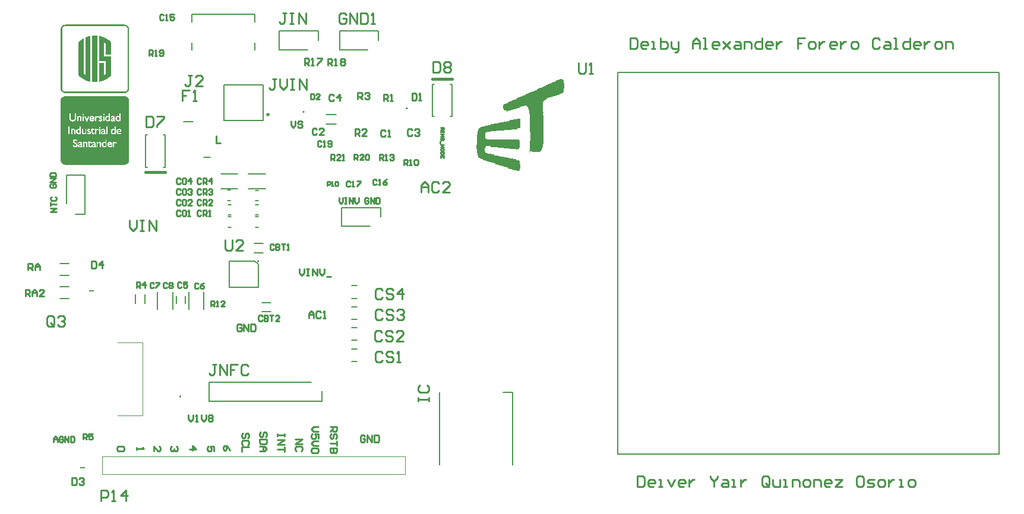
<source format=gbr>
%TF.GenerationSoftware,Altium Limited,Altium Designer,19.0.15 (446)*%
G04 Layer_Color=65535*
%FSLAX45Y45*%
%MOMM*%
%TF.FileFunction,Legend,Top*%
%TF.Part,Single*%
G01*
G75*
%TA.AperFunction,NonConductor*%
%ADD90C,0.20000*%
%ADD91C,0.30000*%
%ADD92C,0.10000*%
%ADD93C,0.40000*%
%ADD94C,0.12700*%
%ADD95C,0.25400*%
%ADD96R,0.80000X0.15001*%
G36*
X1723239Y6969690D02*
X1738695D01*
Y6966599D01*
X1744877D01*
Y6963508D01*
X1751059D01*
Y6960417D01*
X1757242D01*
Y6957326D01*
X1760333D01*
Y6954234D01*
X1763424D01*
Y6951143D01*
X1766515D01*
Y6948052D01*
X1769607D01*
Y6944961D01*
X1772697D01*
Y6941870D01*
X1775789D01*
Y6938779D01*
Y6935687D01*
X1778880D01*
Y6932596D01*
Y6929505D01*
X1781971D01*
Y6926413D01*
Y6923322D01*
Y6920231D01*
X1785062D01*
Y6917140D01*
Y6914049D01*
Y6910957D01*
Y6907866D01*
Y6904775D01*
Y6901684D01*
Y6898593D01*
Y6895502D01*
Y6892410D01*
Y6889319D01*
Y6886228D01*
Y6883137D01*
Y6880046D01*
Y6876954D01*
Y6873863D01*
Y6870772D01*
Y6867681D01*
Y6864590D01*
Y6861498D01*
Y6858407D01*
Y6855316D01*
Y6852225D01*
Y6849134D01*
Y6846042D01*
Y6842952D01*
Y6839860D01*
Y6836769D01*
Y6833678D01*
Y6830587D01*
Y6827495D01*
Y6824404D01*
Y6821313D01*
Y6818221D01*
Y6815130D01*
Y6812039D01*
Y6808948D01*
Y6805857D01*
Y6802766D01*
Y6799675D01*
Y6796583D01*
Y6793492D01*
Y6790401D01*
Y6787310D01*
Y6784219D01*
Y6781127D01*
Y6778036D01*
Y6774945D01*
Y6771854D01*
Y6768763D01*
Y6765671D01*
Y6762581D01*
Y6759489D01*
Y6756398D01*
Y6753307D01*
Y6750216D01*
Y6747124D01*
Y6744033D01*
Y6740942D01*
Y6737851D01*
Y6734759D01*
Y6731668D01*
Y6728577D01*
Y6725486D01*
Y6722395D01*
Y6719304D01*
Y6716212D01*
Y6713121D01*
Y6710030D01*
Y6706939D01*
Y6703847D01*
Y6700756D01*
Y6697665D01*
Y6694574D01*
Y6691482D01*
Y6688392D01*
Y6685300D01*
Y6682209D01*
Y6679118D01*
Y6676027D01*
Y6672936D01*
Y6669844D01*
Y6666753D01*
Y6663662D01*
Y6660570D01*
Y6657479D01*
Y6654388D01*
Y6651297D01*
Y6648206D01*
Y6645115D01*
Y6642023D01*
Y6638932D01*
Y6635841D01*
Y6632750D01*
Y6629659D01*
Y6626568D01*
Y6623476D01*
Y6620385D01*
Y6617294D01*
Y6614203D01*
Y6611112D01*
Y6608021D01*
Y6604929D01*
Y6601838D01*
Y6598747D01*
Y6595655D01*
Y6592564D01*
Y6589473D01*
Y6586382D01*
Y6583291D01*
Y6580200D01*
Y6577109D01*
Y6574017D01*
Y6570926D01*
Y6567835D01*
Y6564744D01*
Y6561653D01*
Y6558561D01*
Y6555470D01*
Y6552379D01*
Y6549287D01*
Y6546196D01*
Y6543105D01*
Y6540014D01*
Y6536923D01*
Y6533831D01*
Y6530741D01*
Y6527649D01*
Y6524558D01*
Y6521467D01*
Y6518376D01*
Y6515284D01*
Y6512193D01*
Y6509102D01*
Y6506011D01*
Y6502919D01*
Y6499829D01*
Y6496737D01*
Y6493646D01*
Y6490555D01*
Y6487464D01*
Y6484372D01*
Y6481281D01*
Y6478190D01*
Y6475099D01*
Y6472008D01*
Y6468917D01*
Y6465825D01*
Y6462734D01*
Y6459643D01*
Y6456552D01*
Y6453461D01*
Y6450370D01*
Y6447278D01*
Y6444187D01*
Y6441096D01*
Y6438005D01*
Y6434913D01*
Y6431822D01*
Y6428731D01*
Y6425640D01*
Y6422549D01*
Y6419458D01*
Y6416366D01*
Y6413275D01*
Y6410184D01*
Y6407093D01*
Y6404001D01*
Y6400910D01*
Y6397819D01*
Y6394728D01*
Y6391637D01*
Y6388546D01*
Y6385454D01*
Y6382363D01*
Y6379272D01*
Y6376181D01*
Y6373090D01*
Y6369998D01*
Y6366907D01*
Y6363816D01*
Y6360725D01*
Y6357633D01*
Y6354542D01*
Y6351451D01*
Y6348360D01*
Y6345269D01*
Y6342178D01*
Y6339086D01*
Y6335995D01*
Y6332904D01*
Y6329813D01*
Y6326721D01*
Y6323630D01*
Y6320539D01*
Y6317448D01*
Y6314357D01*
Y6311266D01*
Y6308174D01*
Y6305083D01*
Y6301992D01*
Y6298901D01*
Y6295810D01*
Y6292718D01*
Y6289627D01*
Y6286536D01*
Y6283445D01*
Y6280353D01*
Y6277263D01*
Y6274171D01*
Y6271080D01*
Y6267989D01*
Y6264898D01*
Y6261806D01*
Y6258715D01*
Y6255624D01*
Y6252533D01*
Y6249442D01*
Y6246351D01*
Y6243259D01*
Y6240168D01*
Y6237077D01*
Y6233986D01*
Y6230894D01*
Y6227804D01*
Y6224712D01*
Y6221621D01*
Y6218529D01*
Y6215438D01*
Y6212347D01*
Y6209256D01*
Y6206165D01*
Y6203074D01*
Y6199983D01*
Y6196892D01*
Y6193800D01*
Y6190709D01*
Y6187618D01*
Y6184527D01*
Y6181435D01*
Y6178344D01*
Y6175253D01*
Y6172162D01*
Y6169070D01*
Y6165979D01*
Y6162888D01*
Y6159797D01*
Y6156706D01*
Y6153615D01*
Y6150523D01*
Y6147432D01*
Y6144341D01*
Y6141250D01*
Y6138158D01*
Y6135067D01*
Y6131976D01*
Y6128885D01*
Y6125793D01*
Y6122703D01*
Y6119611D01*
Y6116520D01*
Y6113429D01*
Y6110338D01*
Y6107247D01*
Y6104155D01*
Y6101064D01*
Y6097973D01*
Y6094882D01*
Y6091791D01*
Y6088699D01*
Y6085608D01*
Y6082517D01*
Y6079426D01*
Y6076334D01*
Y6073244D01*
Y6070152D01*
Y6067061D01*
Y6063970D01*
Y6060879D01*
Y6057787D01*
Y6054696D01*
Y6051605D01*
Y6048514D01*
Y6045423D01*
X1781971D01*
Y6042332D01*
Y6039240D01*
Y6036149D01*
X1778880D01*
Y6033058D01*
Y6029967D01*
X1775789D01*
Y6026876D01*
X1772697D01*
Y6023784D01*
Y6020693D01*
X1769607D01*
Y6017602D01*
X1766515D01*
Y6014511D01*
X1763424D01*
Y6011420D01*
X1760333D01*
Y6008328D01*
X1754150D01*
Y6005237D01*
X1751059D01*
Y6002146D01*
X1744877D01*
Y5999055D01*
X1735603D01*
Y5995964D01*
X857704D01*
Y5999055D01*
X848430D01*
Y6002146D01*
X842247D01*
Y6005237D01*
X839157D01*
Y6008328D01*
X832974D01*
Y6011420D01*
X829883D01*
Y6014511D01*
X826792D01*
Y6017602D01*
X823701D01*
Y6020693D01*
X820609D01*
Y6023784D01*
Y6026876D01*
X817518D01*
Y6029967D01*
Y6033058D01*
X814427D01*
Y6036149D01*
Y6039240D01*
X811335D01*
Y6042332D01*
Y6045423D01*
Y6048514D01*
X808245D01*
Y6051605D01*
Y6054696D01*
Y6057787D01*
Y6060879D01*
Y6063970D01*
Y6067061D01*
Y6070152D01*
Y6073244D01*
Y6076334D01*
Y6079426D01*
Y6082517D01*
Y6085608D01*
Y6088699D01*
Y6091791D01*
Y6094882D01*
Y6097973D01*
Y6101064D01*
Y6104155D01*
Y6107247D01*
Y6110338D01*
Y6113429D01*
Y6116520D01*
Y6119611D01*
Y6122703D01*
Y6125793D01*
Y6128885D01*
Y6131976D01*
Y6135067D01*
Y6138158D01*
Y6141250D01*
Y6144341D01*
Y6147432D01*
Y6150523D01*
Y6153615D01*
Y6156706D01*
Y6159797D01*
Y6162888D01*
Y6165979D01*
Y6169070D01*
Y6172162D01*
Y6175253D01*
Y6178344D01*
Y6181435D01*
Y6184527D01*
Y6187618D01*
Y6190709D01*
Y6193800D01*
Y6196892D01*
Y6199983D01*
Y6203074D01*
Y6206165D01*
Y6209256D01*
Y6212347D01*
Y6215438D01*
Y6218529D01*
Y6221621D01*
Y6224712D01*
Y6227804D01*
Y6230894D01*
Y6233986D01*
Y6237077D01*
Y6240168D01*
Y6243259D01*
Y6246351D01*
Y6249442D01*
Y6252533D01*
Y6255624D01*
Y6258715D01*
Y6261806D01*
Y6264898D01*
Y6267989D01*
Y6271080D01*
Y6274171D01*
Y6277263D01*
Y6280353D01*
Y6283445D01*
Y6286536D01*
Y6289627D01*
Y6292718D01*
Y6295810D01*
Y6298901D01*
Y6301992D01*
Y6305083D01*
Y6308174D01*
Y6311266D01*
Y6314357D01*
Y6317448D01*
Y6320539D01*
Y6323630D01*
Y6326721D01*
Y6329813D01*
Y6332904D01*
Y6335995D01*
Y6339086D01*
Y6342178D01*
Y6345269D01*
Y6348360D01*
Y6351451D01*
Y6354542D01*
Y6357633D01*
Y6360725D01*
Y6363816D01*
Y6366907D01*
Y6369998D01*
Y6373090D01*
Y6376181D01*
Y6379272D01*
Y6382363D01*
Y6385454D01*
Y6388546D01*
Y6391637D01*
Y6394728D01*
Y6397819D01*
Y6400910D01*
Y6404001D01*
Y6407093D01*
Y6410184D01*
Y6413275D01*
Y6416366D01*
Y6419458D01*
Y6422549D01*
Y6425640D01*
Y6428731D01*
Y6431822D01*
Y6434913D01*
Y6438005D01*
Y6441096D01*
Y6444187D01*
Y6447278D01*
Y6450370D01*
Y6453461D01*
Y6456552D01*
Y6459643D01*
Y6462734D01*
Y6465825D01*
Y6468917D01*
Y6472008D01*
Y6475099D01*
Y6478190D01*
Y6481281D01*
Y6484372D01*
Y6487464D01*
Y6490555D01*
Y6493646D01*
Y6496737D01*
Y6499829D01*
Y6502919D01*
Y6506011D01*
Y6509102D01*
Y6512193D01*
Y6515284D01*
Y6518376D01*
Y6521467D01*
Y6524558D01*
Y6527649D01*
Y6530741D01*
Y6533831D01*
Y6536923D01*
Y6540014D01*
Y6543105D01*
Y6546196D01*
Y6549287D01*
Y6552379D01*
Y6555470D01*
Y6558561D01*
Y6561653D01*
Y6564744D01*
Y6567835D01*
Y6570926D01*
Y6574017D01*
Y6577109D01*
Y6580200D01*
Y6583291D01*
Y6586382D01*
Y6589473D01*
Y6592564D01*
Y6595655D01*
Y6598747D01*
Y6601838D01*
Y6604929D01*
Y6608021D01*
Y6611112D01*
Y6614203D01*
Y6617294D01*
Y6620385D01*
Y6623476D01*
Y6626568D01*
Y6629659D01*
Y6632750D01*
Y6635841D01*
Y6638932D01*
Y6642023D01*
Y6645115D01*
Y6648206D01*
Y6651297D01*
Y6654388D01*
Y6657479D01*
Y6660570D01*
Y6663662D01*
Y6666753D01*
Y6669844D01*
Y6672936D01*
Y6676027D01*
Y6679118D01*
Y6682209D01*
Y6685300D01*
Y6688392D01*
Y6691482D01*
Y6694574D01*
Y6697665D01*
Y6700756D01*
Y6703847D01*
Y6706939D01*
Y6710030D01*
Y6713121D01*
Y6716212D01*
Y6719304D01*
Y6722395D01*
Y6725486D01*
Y6728577D01*
Y6731668D01*
Y6734759D01*
Y6737851D01*
Y6740942D01*
Y6744033D01*
Y6747124D01*
Y6750216D01*
Y6753307D01*
Y6756398D01*
Y6759489D01*
Y6762581D01*
Y6765671D01*
Y6768763D01*
Y6771854D01*
Y6774945D01*
Y6778036D01*
Y6781127D01*
Y6784219D01*
Y6787310D01*
Y6790401D01*
Y6793492D01*
Y6796583D01*
Y6799675D01*
Y6802766D01*
Y6805857D01*
Y6808948D01*
Y6812039D01*
Y6815130D01*
Y6818221D01*
Y6821313D01*
Y6824404D01*
Y6827495D01*
Y6830587D01*
Y6833678D01*
Y6836769D01*
Y6839860D01*
Y6842952D01*
Y6846042D01*
Y6849134D01*
Y6852225D01*
Y6855316D01*
Y6858407D01*
Y6861498D01*
Y6864590D01*
Y6867681D01*
Y6870772D01*
Y6873863D01*
Y6876954D01*
Y6880046D01*
Y6883137D01*
Y6886228D01*
Y6889319D01*
Y6892410D01*
Y6895502D01*
Y6898593D01*
Y6901684D01*
Y6904775D01*
Y6907866D01*
Y6910957D01*
Y6914049D01*
Y6917140D01*
X811335D01*
Y6920231D01*
Y6923322D01*
Y6926413D01*
X814427D01*
Y6929505D01*
Y6932596D01*
Y6935687D01*
X817518D01*
Y6938779D01*
X820609D01*
Y6941870D01*
Y6944961D01*
X823701D01*
Y6948052D01*
X826792D01*
Y6951143D01*
X829883D01*
Y6954234D01*
X832974D01*
Y6957326D01*
X836065D01*
Y6960417D01*
X842247D01*
Y6963508D01*
X848430D01*
Y6966599D01*
X854612D01*
Y6969690D01*
X873160D01*
Y6972782D01*
X1723239D01*
Y6969690D01*
D02*
G37*
G36*
X7359949Y5618073D02*
Y5608268D01*
Y5598464D01*
Y5588659D01*
Y5578854D01*
Y5569050D01*
Y5559245D01*
Y5549441D01*
Y5539636D01*
Y5529831D01*
Y5520027D01*
Y5510222D01*
Y5500418D01*
X7350145D01*
Y5490613D01*
X7320731D01*
Y5480809D01*
X7232490D01*
Y5471004D01*
X7134445D01*
Y5461200D01*
X7026595D01*
Y5451395D01*
X6938353D01*
Y5441590D01*
X6889331D01*
Y5431786D01*
X6869721D01*
Y5421981D01*
X6859917D01*
Y5412177D01*
Y5402372D01*
Y5392568D01*
Y5382763D01*
Y5372959D01*
Y5363154D01*
Y5353349D01*
X6869721D01*
Y5343545D01*
X6889331D01*
Y5333740D01*
X7340340D01*
Y5323936D01*
Y5314131D01*
X7350145D01*
Y5304326D01*
Y5294522D01*
Y5284717D01*
Y5274913D01*
Y5265108D01*
Y5255304D01*
Y5245499D01*
Y5235695D01*
Y5225890D01*
Y5216086D01*
X7340340D01*
Y5206281D01*
Y5196476D01*
X7320731D01*
Y5186672D01*
X7301122D01*
Y5196476D01*
X7212881D01*
Y5206281D01*
X7124640D01*
Y5216086D01*
X7036399D01*
Y5225890D01*
X6938353D01*
Y5235695D01*
X6869721D01*
Y5225890D01*
X6859917D01*
Y5216086D01*
Y5206281D01*
X6850112D01*
Y5196476D01*
Y5186672D01*
Y5176867D01*
Y5167063D01*
X6859917D01*
Y5157258D01*
Y5147454D01*
X6869721D01*
Y5137649D01*
X6899135D01*
Y5127844D01*
X6948158D01*
Y5118040D01*
X6987376D01*
Y5108235D01*
X7036399D01*
Y5098431D01*
X7075617D01*
Y5088626D01*
X7124640D01*
Y5078822D01*
X7173663D01*
Y5069017D01*
X7212881D01*
Y5059212D01*
X7261904D01*
Y5049408D01*
X7301122D01*
Y5039603D01*
X7340340D01*
Y5029799D01*
X7350145D01*
Y5019994D01*
Y5010190D01*
Y5000385D01*
Y4990581D01*
Y4980776D01*
X7359949D01*
Y4970972D01*
Y4961167D01*
Y4951362D01*
Y4941558D01*
Y4931753D01*
Y4921949D01*
X7350145D01*
Y4912144D01*
Y4902339D01*
Y4892535D01*
X7340340D01*
Y4882730D01*
X7310927D01*
Y4892535D01*
X7271708D01*
Y4902339D01*
X7242295D01*
Y4912144D01*
X7212881D01*
Y4921949D01*
X7183467D01*
Y4931753D01*
X7154054D01*
Y4941558D01*
X7124640D01*
Y4951362D01*
X7095226D01*
Y4961167D01*
X7065813D01*
Y4970972D01*
X7036399D01*
Y4980776D01*
X7006985D01*
Y4990581D01*
X6977572D01*
Y5000385D01*
X6948158D01*
Y5010190D01*
X6908940D01*
Y5019994D01*
X6889331D01*
Y5029799D01*
X6859917D01*
Y5039603D01*
X6830503D01*
Y5049408D01*
X6801090D01*
Y5059212D01*
X6781480D01*
Y5069017D01*
X6771676D01*
Y5078822D01*
X6761871D01*
Y5088626D01*
Y5098431D01*
Y5108235D01*
X6752067D01*
Y5118040D01*
Y5127844D01*
Y5137649D01*
X6742262D01*
Y5147454D01*
Y5157258D01*
Y5167063D01*
Y5176867D01*
Y5186672D01*
Y5196476D01*
X6732457D01*
Y5206281D01*
Y5216086D01*
Y5225890D01*
Y5235695D01*
Y5245499D01*
Y5255304D01*
X6742262D01*
Y5265108D01*
Y5274913D01*
Y5284717D01*
Y5294522D01*
Y5304326D01*
Y5314131D01*
Y5323936D01*
Y5333740D01*
Y5343545D01*
Y5353349D01*
Y5363154D01*
Y5372959D01*
Y5382763D01*
Y5392568D01*
Y5402372D01*
X6752067D01*
Y5412177D01*
Y5421981D01*
Y5431786D01*
Y5441590D01*
Y5451395D01*
X6761871D01*
Y5461200D01*
Y5471004D01*
Y5480809D01*
X6771676D01*
Y5490613D01*
X6781480D01*
Y5500418D01*
X6791285D01*
Y5510222D01*
X6820699D01*
Y5520027D01*
X6859917D01*
Y5529831D01*
X6869721D01*
Y5539636D01*
X6879526D01*
Y5529831D01*
X6899135D01*
Y5539636D01*
X6938353D01*
Y5549441D01*
X6987376D01*
Y5559245D01*
X7036399D01*
Y5569050D01*
X7075617D01*
Y5578854D01*
X7124640D01*
Y5588659D01*
X7173663D01*
Y5598464D01*
X7212881D01*
Y5608268D01*
X7261904D01*
Y5618073D01*
X7310927D01*
Y5627877D01*
X7359949D01*
Y5618073D01*
D02*
G37*
G36*
X7958028Y6186737D02*
X7967832D01*
Y6176933D01*
X7977637D01*
Y6167128D01*
Y6157323D01*
Y6147519D01*
Y6137714D01*
X7987441D01*
Y6127910D01*
Y6118105D01*
Y6108301D01*
Y6098496D01*
Y6088691D01*
Y6078887D01*
Y6069082D01*
Y6059278D01*
X7977637D01*
Y6049473D01*
Y6039669D01*
Y6029864D01*
Y6020060D01*
Y6010255D01*
X7967832D01*
Y6000451D01*
Y5990646D01*
X7948223D01*
Y5980841D01*
X7918810D01*
Y5971037D01*
X7889396D01*
Y5961232D01*
X7859982D01*
Y5951428D01*
X7830569D01*
Y5941623D01*
X7801155D01*
Y5931818D01*
X7771741D01*
Y5922014D01*
X7742327D01*
Y5912209D01*
X7722718D01*
Y5902405D01*
X7712914D01*
Y5892600D01*
X7703109D01*
Y5882796D01*
X7693305D01*
Y5872991D01*
Y5863187D01*
X7683500D01*
Y5853382D01*
Y5843577D01*
Y5833773D01*
Y5823968D01*
Y5814164D01*
Y5804359D01*
Y5794555D01*
Y5784750D01*
Y5774946D01*
Y5765141D01*
Y5755336D01*
Y5745532D01*
Y5735727D01*
Y5725923D01*
X7693305D01*
Y5716118D01*
Y5706314D01*
X7683500D01*
Y5696509D01*
Y5686704D01*
Y5676900D01*
X7693305D01*
Y5667095D01*
Y5657291D01*
Y5647486D01*
Y5637682D01*
Y5627877D01*
Y5618073D01*
Y5608268D01*
Y5598464D01*
Y5588659D01*
Y5578854D01*
Y5569050D01*
Y5559245D01*
Y5549441D01*
Y5539636D01*
Y5529831D01*
Y5520027D01*
Y5510222D01*
Y5500418D01*
Y5490613D01*
Y5480809D01*
Y5471004D01*
Y5461200D01*
Y5451395D01*
Y5441590D01*
Y5431786D01*
Y5421981D01*
Y5412177D01*
Y5402372D01*
Y5392568D01*
Y5382763D01*
Y5372959D01*
Y5363154D01*
Y5353349D01*
Y5343545D01*
Y5333740D01*
Y5323936D01*
Y5314131D01*
Y5304326D01*
Y5294522D01*
Y5284717D01*
Y5274913D01*
Y5265108D01*
X7683500D01*
Y5255304D01*
Y5245499D01*
Y5235695D01*
Y5225890D01*
X7673696D01*
Y5216086D01*
Y5206281D01*
Y5196476D01*
X7663891D01*
Y5186672D01*
Y5176867D01*
X7654086D01*
Y5167063D01*
X7644282D01*
Y5157258D01*
X7526627D01*
Y5167063D01*
X7497213D01*
Y5176867D01*
Y5186672D01*
Y5196476D01*
Y5206281D01*
Y5216086D01*
Y5225890D01*
Y5235695D01*
Y5245499D01*
Y5255304D01*
Y5265108D01*
Y5274913D01*
Y5284717D01*
Y5294522D01*
Y5304326D01*
Y5314131D01*
X7507018D01*
Y5323936D01*
Y5333740D01*
Y5343545D01*
Y5353349D01*
Y5363154D01*
Y5372959D01*
Y5382763D01*
Y5392568D01*
Y5402372D01*
Y5412177D01*
Y5421981D01*
Y5431786D01*
Y5441590D01*
X7497213D01*
Y5451395D01*
Y5461200D01*
Y5471004D01*
Y5480809D01*
Y5490613D01*
Y5500418D01*
Y5510222D01*
Y5520027D01*
Y5529831D01*
Y5539636D01*
Y5549441D01*
Y5559245D01*
Y5569050D01*
Y5578854D01*
Y5588659D01*
Y5598464D01*
Y5608268D01*
Y5618073D01*
Y5627877D01*
Y5637682D01*
Y5647486D01*
Y5657291D01*
Y5667095D01*
Y5676900D01*
Y5686704D01*
Y5696509D01*
X7487409D01*
Y5706314D01*
Y5716118D01*
Y5725923D01*
Y5735727D01*
Y5745532D01*
X7477604D01*
Y5755336D01*
Y5765141D01*
Y5774946D01*
X7467800D01*
Y5784750D01*
Y5794555D01*
X7457995D01*
Y5804359D01*
Y5814164D01*
X7408972D01*
Y5804359D01*
X7379559D01*
Y5794555D01*
X7350145D01*
Y5784750D01*
X7320731D01*
Y5774946D01*
X7291318D01*
Y5765141D01*
X7261904D01*
Y5755336D01*
X7232490D01*
Y5745532D01*
X7203077D01*
Y5735727D01*
X7173663D01*
Y5725923D01*
X7163858D01*
Y5735727D01*
Y5745532D01*
X7134445D01*
Y5755336D01*
X7124640D01*
Y5765141D01*
Y5774946D01*
X7114835D01*
Y5784750D01*
Y5794555D01*
Y5804359D01*
Y5814164D01*
Y5823968D01*
X7124640D01*
Y5833773D01*
X7134445D01*
Y5843577D01*
X7154054D01*
Y5853382D01*
X7183467D01*
Y5863187D01*
X7203077D01*
Y5872991D01*
X7222686D01*
Y5882796D01*
X7242295D01*
Y5892600D01*
X7261904D01*
Y5902405D01*
X7291318D01*
Y5912209D01*
X7310927D01*
Y5922014D01*
X7330536D01*
Y5931818D01*
X7350145D01*
Y5941623D01*
X7379559D01*
Y5951428D01*
X7399168D01*
Y5961232D01*
X7418777D01*
Y5971037D01*
X7438386D01*
Y5980841D01*
X7467800D01*
Y5990646D01*
X7487409D01*
Y6000451D01*
X7507018D01*
Y6010255D01*
X7526627D01*
Y6020060D01*
X7556041D01*
Y6029864D01*
X7575650D01*
Y6039669D01*
X7595259D01*
Y6049473D01*
X7614868D01*
Y6059278D01*
X7634477D01*
Y6069082D01*
X7663891D01*
Y6078887D01*
X7683500D01*
Y6088691D01*
X7703109D01*
Y6098496D01*
X7722718D01*
Y6108301D01*
X7752132D01*
Y6118105D01*
X7771741D01*
Y6127910D01*
X7791350D01*
Y6137714D01*
X7810959D01*
Y6147519D01*
X7830569D01*
Y6157323D01*
X7859982D01*
Y6167128D01*
X7879591D01*
Y6176933D01*
X7899200D01*
Y6186737D01*
X7928614D01*
Y6196542D01*
X7958028D01*
Y6186737D01*
D02*
G37*
G36*
X7497213Y5157258D02*
Y5147454D01*
X7487409D01*
Y5157258D01*
Y5167063D01*
X7497213D01*
Y5157258D01*
D02*
G37*
G36*
X1735603Y5946504D02*
X1744877D01*
Y5943413D01*
X1751059D01*
Y5940322D01*
X1754150D01*
Y5937231D01*
X1760333D01*
Y5934140D01*
X1763424D01*
Y5931048D01*
X1766515D01*
Y5927957D01*
X1769607D01*
Y5924866D01*
X1772697D01*
Y5921775D01*
X1775789D01*
Y5918684D01*
Y5915593D01*
X1778880D01*
Y5912501D01*
Y5909410D01*
X1781971D01*
Y5906319D01*
Y5903228D01*
Y5900137D01*
X1785062D01*
Y5897045D01*
Y5893954D01*
Y5890863D01*
Y5887772D01*
Y5884680D01*
Y5881589D01*
Y5878498D01*
Y5875407D01*
Y5872316D01*
Y5869225D01*
Y5866134D01*
Y5863042D01*
Y5859951D01*
Y5856860D01*
Y5853769D01*
Y5850677D01*
Y5847586D01*
Y5844495D01*
Y5841404D01*
Y5838313D01*
Y5835221D01*
Y5832130D01*
Y5829039D01*
Y5825948D01*
Y5822857D01*
Y5819766D01*
Y5816674D01*
Y5813583D01*
Y5810492D01*
Y5807401D01*
Y5804309D01*
Y5801218D01*
Y5798127D01*
Y5795036D01*
Y5791944D01*
Y5788854D01*
Y5785762D01*
Y5782671D01*
Y5779580D01*
Y5776489D01*
Y5773397D01*
Y5770306D01*
Y5767215D01*
Y5764124D01*
Y5761033D01*
Y5757941D01*
Y5754850D01*
Y5751759D01*
Y5748668D01*
Y5745577D01*
Y5742485D01*
Y5739394D01*
Y5736303D01*
Y5733212D01*
Y5730121D01*
Y5727029D01*
Y5723939D01*
Y5720847D01*
Y5717756D01*
Y5714665D01*
Y5711574D01*
Y5708482D01*
Y5705391D01*
Y5702300D01*
Y5699208D01*
Y5696117D01*
Y5693027D01*
Y5689935D01*
Y5686844D01*
Y5683753D01*
Y5680662D01*
Y5677570D01*
Y5674479D01*
Y5671388D01*
Y5668297D01*
Y5665206D01*
Y5662114D01*
Y5659023D01*
Y5655932D01*
Y5652841D01*
Y5649750D01*
Y5646659D01*
Y5643568D01*
Y5640476D01*
Y5637385D01*
Y5634294D01*
Y5631203D01*
Y5628111D01*
Y5625020D01*
Y5621929D01*
Y5618838D01*
Y5615746D01*
Y5612655D01*
Y5609564D01*
Y5606473D01*
Y5603382D01*
Y5600291D01*
Y5597199D01*
Y5594108D01*
Y5591017D01*
Y5587926D01*
Y5584834D01*
Y5581743D01*
Y5578652D01*
Y5575561D01*
Y5572469D01*
Y5569378D01*
Y5566287D01*
Y5563196D01*
Y5560105D01*
Y5557014D01*
Y5553923D01*
Y5550831D01*
Y5547740D01*
Y5544649D01*
Y5541557D01*
Y5538467D01*
Y5535375D01*
Y5532284D01*
Y5529193D01*
Y5526102D01*
Y5523010D01*
Y5519919D01*
Y5516828D01*
Y5513737D01*
Y5510646D01*
Y5507555D01*
Y5504463D01*
Y5501372D01*
Y5498281D01*
Y5495190D01*
Y5492099D01*
Y5489008D01*
Y5485916D01*
Y5482825D01*
Y5479734D01*
Y5476643D01*
Y5473551D01*
Y5470460D01*
Y5467369D01*
Y5464278D01*
Y5461187D01*
Y5458096D01*
Y5455005D01*
Y5451913D01*
Y5448822D01*
Y5445731D01*
Y5442640D01*
Y5439548D01*
Y5436457D01*
Y5433366D01*
Y5430275D01*
Y5427183D01*
Y5424092D01*
Y5421001D01*
Y5417910D01*
Y5414818D01*
Y5411728D01*
Y5408636D01*
Y5405545D01*
Y5402454D01*
Y5399363D01*
Y5396271D01*
Y5393180D01*
Y5390089D01*
Y5386998D01*
Y5383907D01*
Y5380816D01*
Y5377724D01*
Y5374633D01*
Y5371542D01*
Y5368451D01*
Y5365359D01*
Y5362268D01*
Y5359177D01*
Y5356086D01*
Y5352995D01*
Y5349904D01*
Y5346812D01*
Y5343721D01*
Y5340630D01*
Y5337539D01*
Y5334448D01*
Y5331357D01*
Y5328265D01*
Y5325174D01*
Y5322083D01*
Y5318992D01*
Y5315900D01*
Y5312809D01*
Y5309718D01*
Y5306627D01*
Y5303536D01*
Y5300445D01*
Y5297353D01*
Y5294262D01*
Y5291171D01*
Y5288080D01*
Y5284988D01*
Y5281897D01*
Y5278806D01*
Y5275715D01*
Y5272624D01*
Y5269533D01*
Y5266442D01*
Y5263350D01*
Y5260259D01*
Y5257168D01*
Y5254077D01*
Y5250985D01*
Y5247894D01*
Y5244803D01*
Y5241712D01*
Y5238620D01*
Y5235529D01*
Y5232438D01*
Y5229347D01*
Y5226256D01*
Y5223165D01*
Y5220074D01*
Y5216982D01*
Y5213891D01*
Y5210800D01*
Y5207708D01*
Y5204617D01*
Y5201526D01*
Y5198435D01*
Y5195344D01*
Y5192253D01*
Y5189161D01*
Y5186070D01*
Y5182979D01*
Y5179888D01*
Y5176797D01*
Y5173705D01*
Y5170614D01*
Y5167523D01*
Y5164432D01*
Y5161340D01*
Y5158250D01*
Y5155158D01*
Y5152067D01*
Y5148976D01*
Y5145885D01*
Y5142793D01*
Y5139702D01*
Y5136611D01*
Y5133520D01*
Y5130429D01*
Y5127338D01*
Y5124246D01*
Y5121155D01*
Y5118064D01*
Y5114973D01*
Y5111882D01*
Y5108791D01*
Y5105699D01*
Y5102608D01*
Y5099517D01*
Y5096425D01*
Y5093334D01*
Y5090243D01*
Y5087152D01*
Y5084061D01*
Y5080970D01*
Y5077879D01*
Y5074787D01*
Y5071696D01*
Y5068605D01*
Y5065514D01*
Y5062422D01*
Y5059331D01*
Y5056240D01*
Y5053149D01*
Y5050057D01*
Y5046966D01*
Y5043875D01*
Y5040784D01*
Y5037693D01*
Y5034602D01*
Y5031510D01*
Y5028419D01*
Y5025328D01*
Y5022237D01*
X1781971D01*
Y5019145D01*
Y5016054D01*
Y5012963D01*
X1778880D01*
Y5009872D01*
Y5006780D01*
X1775789D01*
Y5003690D01*
X1772697D01*
Y5000598D01*
Y4997507D01*
X1769607D01*
Y4994416D01*
X1766515D01*
Y4991325D01*
X1763424D01*
Y4988234D01*
X1760333D01*
Y4985142D01*
X1754150D01*
Y4982051D01*
X1747968D01*
Y4978960D01*
X1741785D01*
Y4975869D01*
X1732512D01*
Y4972778D01*
X863886D01*
Y4975869D01*
X851521D01*
Y4978960D01*
X845339D01*
Y4982051D01*
X839157D01*
Y4985142D01*
X836065D01*
Y4988234D01*
X829883D01*
Y4991325D01*
X826792D01*
Y4994416D01*
X823701D01*
Y4997507D01*
Y5000598D01*
X820609D01*
Y5003690D01*
X817518D01*
Y5006780D01*
Y5009872D01*
X814427D01*
Y5012963D01*
Y5016054D01*
X811335D01*
Y5019145D01*
Y5022237D01*
Y5025328D01*
X808245D01*
Y5028419D01*
Y5031510D01*
Y5034602D01*
Y5037693D01*
Y5040784D01*
Y5043875D01*
Y5046966D01*
Y5050057D01*
Y5053149D01*
Y5056240D01*
Y5059331D01*
Y5062422D01*
Y5065514D01*
Y5068605D01*
Y5071696D01*
Y5074787D01*
Y5077879D01*
Y5080970D01*
Y5084061D01*
Y5087152D01*
Y5090243D01*
Y5093334D01*
Y5096425D01*
Y5099517D01*
Y5102608D01*
Y5105699D01*
Y5108791D01*
Y5111882D01*
Y5114973D01*
Y5118064D01*
Y5121155D01*
Y5124246D01*
Y5127338D01*
Y5130429D01*
Y5133520D01*
Y5136611D01*
Y5139702D01*
Y5142793D01*
Y5145885D01*
Y5148976D01*
Y5152067D01*
Y5155158D01*
Y5158250D01*
Y5161340D01*
Y5164432D01*
Y5167523D01*
Y5170614D01*
Y5173705D01*
Y5176797D01*
Y5179888D01*
Y5182979D01*
Y5186070D01*
Y5189161D01*
Y5192253D01*
Y5195344D01*
Y5198435D01*
Y5201526D01*
Y5204617D01*
Y5207708D01*
Y5210800D01*
Y5213891D01*
Y5216982D01*
Y5220074D01*
Y5223165D01*
Y5226256D01*
Y5229347D01*
Y5232438D01*
Y5235529D01*
Y5238620D01*
Y5241712D01*
Y5244803D01*
Y5247894D01*
Y5250985D01*
Y5254077D01*
Y5257168D01*
Y5260259D01*
Y5263350D01*
Y5266442D01*
Y5269533D01*
Y5272624D01*
Y5275715D01*
Y5278806D01*
Y5281897D01*
Y5284988D01*
Y5288080D01*
Y5291171D01*
Y5294262D01*
Y5297353D01*
Y5300445D01*
Y5303536D01*
Y5306627D01*
Y5309718D01*
Y5312809D01*
Y5315900D01*
Y5318992D01*
Y5322083D01*
Y5325174D01*
Y5328265D01*
Y5331357D01*
Y5334448D01*
Y5337539D01*
Y5340630D01*
Y5343721D01*
Y5346812D01*
Y5349904D01*
Y5352995D01*
Y5356086D01*
Y5359177D01*
Y5362268D01*
Y5365359D01*
Y5368451D01*
Y5371542D01*
Y5374633D01*
Y5377724D01*
Y5380816D01*
Y5383907D01*
Y5386998D01*
Y5390089D01*
Y5393180D01*
Y5396271D01*
Y5399363D01*
Y5402454D01*
Y5405545D01*
Y5408636D01*
Y5411728D01*
Y5414818D01*
Y5417910D01*
Y5421001D01*
Y5424092D01*
Y5427183D01*
Y5430275D01*
Y5433366D01*
Y5436457D01*
Y5439548D01*
Y5442640D01*
Y5445731D01*
Y5448822D01*
Y5451913D01*
Y5455005D01*
Y5458096D01*
Y5461187D01*
Y5464278D01*
Y5467369D01*
Y5470460D01*
Y5473551D01*
Y5476643D01*
Y5479734D01*
Y5482825D01*
Y5485916D01*
Y5489008D01*
Y5492099D01*
Y5495190D01*
Y5498281D01*
Y5501372D01*
Y5504463D01*
Y5507555D01*
Y5510646D01*
Y5513737D01*
Y5516828D01*
Y5519919D01*
Y5523010D01*
Y5526102D01*
Y5529193D01*
Y5532284D01*
Y5535375D01*
Y5538467D01*
Y5541557D01*
Y5544649D01*
Y5547740D01*
Y5550831D01*
Y5553923D01*
Y5557014D01*
Y5560105D01*
Y5563196D01*
Y5566287D01*
Y5569378D01*
Y5572469D01*
Y5575561D01*
Y5578652D01*
Y5581743D01*
Y5584834D01*
Y5587926D01*
Y5591017D01*
Y5594108D01*
Y5597199D01*
Y5600291D01*
Y5603382D01*
Y5606473D01*
Y5609564D01*
Y5612655D01*
Y5615746D01*
Y5618838D01*
Y5621929D01*
Y5625020D01*
Y5628111D01*
Y5631203D01*
Y5634294D01*
Y5637385D01*
Y5640476D01*
Y5643568D01*
Y5646659D01*
Y5649750D01*
Y5652841D01*
Y5655932D01*
Y5659023D01*
Y5662114D01*
Y5665206D01*
Y5668297D01*
Y5671388D01*
Y5674479D01*
Y5677570D01*
Y5680662D01*
Y5683753D01*
Y5686844D01*
Y5689935D01*
Y5693027D01*
Y5696117D01*
Y5699208D01*
Y5702300D01*
Y5705391D01*
Y5708482D01*
Y5711574D01*
Y5714665D01*
Y5717756D01*
Y5720847D01*
Y5723939D01*
Y5727029D01*
Y5730121D01*
Y5733212D01*
Y5736303D01*
Y5739394D01*
Y5742485D01*
Y5745577D01*
Y5748668D01*
Y5751759D01*
Y5754850D01*
Y5757941D01*
Y5761033D01*
Y5764124D01*
Y5767215D01*
Y5770306D01*
Y5773397D01*
Y5776489D01*
Y5779580D01*
Y5782671D01*
Y5785762D01*
Y5788854D01*
Y5791944D01*
Y5795036D01*
Y5798127D01*
Y5801218D01*
Y5804309D01*
Y5807401D01*
Y5810492D01*
Y5813583D01*
Y5816674D01*
Y5819766D01*
Y5822857D01*
Y5825948D01*
Y5829039D01*
Y5832130D01*
Y5835221D01*
Y5838313D01*
Y5841404D01*
Y5844495D01*
Y5847586D01*
Y5850677D01*
Y5853769D01*
Y5856860D01*
Y5859951D01*
Y5863042D01*
Y5866134D01*
Y5869225D01*
Y5872316D01*
Y5875407D01*
Y5878498D01*
Y5881589D01*
Y5884680D01*
Y5887772D01*
Y5890863D01*
Y5893954D01*
Y5897045D01*
X811335D01*
Y5900137D01*
Y5903228D01*
Y5906319D01*
X814427D01*
Y5909410D01*
Y5912501D01*
X817518D01*
Y5915593D01*
Y5918684D01*
X820609D01*
Y5921775D01*
Y5924866D01*
X823701D01*
Y5927957D01*
X826792D01*
Y5931048D01*
X829883D01*
Y5934140D01*
X832974D01*
Y5937231D01*
X839157D01*
Y5940322D01*
X842247D01*
Y5943413D01*
X851521D01*
Y5946504D01*
X860795D01*
Y5949595D01*
X1735603D01*
Y5946504D01*
D02*
G37*
%LPC*%
G36*
X1732512Y6951143D02*
X860795D01*
Y6948052D01*
X854612D01*
Y6944961D01*
X848430D01*
Y6941870D01*
X845339D01*
Y6938779D01*
X842247D01*
Y6935687D01*
X839157D01*
Y6932596D01*
X836065D01*
Y6929505D01*
X832974D01*
Y6926413D01*
Y6923322D01*
Y6920231D01*
X829883D01*
Y6917140D01*
Y6914049D01*
Y6910957D01*
Y6907866D01*
Y6904775D01*
Y6901684D01*
Y6898593D01*
Y6895502D01*
Y6892410D01*
Y6889319D01*
Y6886228D01*
Y6883137D01*
Y6880046D01*
Y6876954D01*
Y6873863D01*
Y6870772D01*
Y6867681D01*
Y6864590D01*
Y6861498D01*
Y6858407D01*
Y6855316D01*
Y6852225D01*
Y6849134D01*
Y6846042D01*
Y6842952D01*
Y6839860D01*
Y6836769D01*
Y6833678D01*
Y6830587D01*
Y6827495D01*
Y6824404D01*
Y6821313D01*
Y6818221D01*
Y6815130D01*
Y6812039D01*
Y6808948D01*
Y6805857D01*
Y6802766D01*
Y6799675D01*
Y6796583D01*
Y6793492D01*
Y6790401D01*
Y6787310D01*
Y6784219D01*
Y6781127D01*
Y6778036D01*
Y6774945D01*
Y6771854D01*
Y6768763D01*
Y6765671D01*
Y6762581D01*
Y6759489D01*
Y6756398D01*
Y6753307D01*
Y6750216D01*
Y6747124D01*
Y6744033D01*
Y6740942D01*
Y6737851D01*
Y6734759D01*
Y6731668D01*
Y6728577D01*
Y6725486D01*
Y6722395D01*
Y6719304D01*
Y6716212D01*
Y6713121D01*
Y6710030D01*
Y6706939D01*
Y6703847D01*
Y6700756D01*
Y6697665D01*
Y6694574D01*
Y6691482D01*
Y6688392D01*
Y6685300D01*
Y6682209D01*
Y6679118D01*
Y6676027D01*
Y6672936D01*
Y6669844D01*
Y6666753D01*
Y6663662D01*
Y6660570D01*
Y6657479D01*
Y6654388D01*
Y6651297D01*
Y6648206D01*
Y6645115D01*
Y6642023D01*
Y6638932D01*
Y6635841D01*
Y6632750D01*
Y6629659D01*
Y6626568D01*
Y6623476D01*
Y6620385D01*
Y6617294D01*
Y6614203D01*
Y6611112D01*
Y6608021D01*
Y6604929D01*
Y6601838D01*
Y6598747D01*
Y6595655D01*
Y6592564D01*
Y6589473D01*
Y6586382D01*
Y6583291D01*
Y6580200D01*
Y6577109D01*
Y6574017D01*
Y6570926D01*
Y6567835D01*
Y6564744D01*
Y6561653D01*
Y6558561D01*
Y6555470D01*
Y6552379D01*
Y6549287D01*
Y6546196D01*
Y6543105D01*
Y6540014D01*
Y6536923D01*
Y6533831D01*
Y6530741D01*
Y6527649D01*
Y6524558D01*
Y6521467D01*
Y6518376D01*
Y6515284D01*
Y6512193D01*
Y6509102D01*
Y6506011D01*
Y6502919D01*
Y6499829D01*
Y6496737D01*
Y6493646D01*
Y6490555D01*
Y6487464D01*
Y6484372D01*
Y6481281D01*
Y6478190D01*
Y6475099D01*
Y6472008D01*
Y6468917D01*
Y6465825D01*
Y6462734D01*
Y6459643D01*
Y6456552D01*
Y6453461D01*
Y6450370D01*
Y6447278D01*
Y6444187D01*
Y6441096D01*
Y6438005D01*
Y6434913D01*
Y6431822D01*
Y6428731D01*
Y6425640D01*
Y6422549D01*
Y6419458D01*
Y6416366D01*
Y6413275D01*
Y6410184D01*
Y6407093D01*
Y6404001D01*
Y6400910D01*
Y6397819D01*
Y6394728D01*
Y6391637D01*
Y6388546D01*
Y6385454D01*
Y6382363D01*
Y6379272D01*
Y6376181D01*
Y6373090D01*
Y6369998D01*
Y6366907D01*
Y6363816D01*
Y6360725D01*
Y6357633D01*
Y6354542D01*
Y6351451D01*
Y6348360D01*
Y6345269D01*
Y6342178D01*
Y6339086D01*
Y6335995D01*
Y6332904D01*
Y6329813D01*
Y6326721D01*
Y6323630D01*
Y6320539D01*
Y6317448D01*
Y6314357D01*
Y6311266D01*
Y6308174D01*
Y6305083D01*
Y6301992D01*
Y6298901D01*
Y6295810D01*
Y6292718D01*
Y6289627D01*
Y6286536D01*
Y6283445D01*
Y6280353D01*
Y6277263D01*
Y6274171D01*
Y6271080D01*
Y6267989D01*
Y6264898D01*
Y6261806D01*
Y6258715D01*
Y6255624D01*
Y6252533D01*
Y6249442D01*
Y6246351D01*
Y6243259D01*
Y6240168D01*
Y6237077D01*
Y6233986D01*
Y6230894D01*
Y6227804D01*
Y6224712D01*
Y6221621D01*
Y6218529D01*
Y6215438D01*
Y6212347D01*
Y6209256D01*
Y6206165D01*
Y6203074D01*
Y6199983D01*
Y6196892D01*
Y6193800D01*
Y6190709D01*
Y6187618D01*
Y6184527D01*
Y6181435D01*
Y6178344D01*
Y6175253D01*
Y6172162D01*
Y6169070D01*
Y6165979D01*
Y6162888D01*
Y6159797D01*
Y6156706D01*
Y6153615D01*
Y6150523D01*
Y6147432D01*
Y6144341D01*
Y6141250D01*
Y6138158D01*
Y6135067D01*
Y6131976D01*
Y6128885D01*
Y6125793D01*
Y6122703D01*
Y6119611D01*
Y6116520D01*
Y6113429D01*
Y6110338D01*
Y6107247D01*
Y6104155D01*
Y6101064D01*
Y6097973D01*
Y6094882D01*
Y6091791D01*
Y6088699D01*
Y6085608D01*
Y6082517D01*
Y6079426D01*
Y6076334D01*
Y6073244D01*
Y6070152D01*
Y6067061D01*
Y6063970D01*
Y6060879D01*
Y6057787D01*
Y6054696D01*
Y6051605D01*
Y6048514D01*
Y6045423D01*
X832974D01*
Y6042332D01*
Y6039240D01*
X836065D01*
Y6036149D01*
Y6033058D01*
X839157D01*
Y6029967D01*
X842247D01*
Y6026876D01*
X845339D01*
Y6023784D01*
X848430D01*
Y6020693D01*
X854612D01*
Y6017602D01*
X863886D01*
Y6014511D01*
X1729421D01*
Y6017602D01*
X1738695D01*
Y6020693D01*
X1744877D01*
Y6023784D01*
X1747968D01*
Y6026876D01*
X1751059D01*
Y6029967D01*
X1754150D01*
Y6033058D01*
X1757242D01*
Y6036149D01*
X1760333D01*
Y6039240D01*
Y6042332D01*
X1763424D01*
Y6045423D01*
Y6048514D01*
Y6051605D01*
Y6054696D01*
X1766515D01*
Y6057787D01*
Y6060879D01*
Y6063970D01*
Y6067061D01*
Y6070152D01*
Y6073244D01*
Y6076334D01*
Y6079426D01*
Y6082517D01*
Y6085608D01*
Y6088699D01*
Y6091791D01*
Y6094882D01*
Y6097973D01*
Y6101064D01*
Y6104155D01*
Y6107247D01*
Y6110338D01*
Y6113429D01*
Y6116520D01*
Y6119611D01*
Y6122703D01*
Y6125793D01*
Y6128885D01*
Y6131976D01*
Y6135067D01*
Y6138158D01*
Y6141250D01*
Y6144341D01*
Y6147432D01*
Y6150523D01*
Y6153615D01*
Y6156706D01*
Y6159797D01*
Y6162888D01*
Y6165979D01*
Y6169070D01*
Y6172162D01*
Y6175253D01*
Y6178344D01*
Y6181435D01*
Y6184527D01*
Y6187618D01*
Y6190709D01*
Y6193800D01*
Y6196892D01*
Y6199983D01*
Y6203074D01*
Y6206165D01*
Y6209256D01*
Y6212347D01*
Y6215438D01*
Y6218529D01*
Y6221621D01*
Y6224712D01*
Y6227804D01*
Y6230894D01*
Y6233986D01*
Y6237077D01*
Y6240168D01*
Y6243259D01*
Y6246351D01*
Y6249442D01*
Y6252533D01*
Y6255624D01*
Y6258715D01*
Y6261806D01*
Y6264898D01*
Y6267989D01*
Y6271080D01*
Y6274171D01*
Y6277263D01*
Y6280353D01*
Y6283445D01*
Y6286536D01*
Y6289627D01*
Y6292718D01*
Y6295810D01*
Y6298901D01*
Y6301992D01*
Y6305083D01*
Y6308174D01*
Y6311266D01*
Y6314357D01*
Y6317448D01*
Y6320539D01*
Y6323630D01*
Y6326721D01*
Y6329813D01*
Y6332904D01*
Y6335995D01*
Y6339086D01*
Y6342178D01*
Y6345269D01*
Y6348360D01*
Y6351451D01*
Y6354542D01*
Y6357633D01*
Y6360725D01*
Y6363816D01*
Y6366907D01*
Y6369998D01*
Y6373090D01*
Y6376181D01*
Y6379272D01*
Y6382363D01*
Y6385454D01*
Y6388546D01*
Y6391637D01*
Y6394728D01*
Y6397819D01*
Y6400910D01*
Y6404001D01*
Y6407093D01*
Y6410184D01*
Y6413275D01*
Y6416366D01*
Y6419458D01*
Y6422549D01*
Y6425640D01*
Y6428731D01*
Y6431822D01*
Y6434913D01*
Y6438005D01*
Y6441096D01*
Y6444187D01*
Y6447278D01*
Y6450370D01*
Y6453461D01*
Y6456552D01*
Y6459643D01*
Y6462734D01*
Y6465825D01*
Y6468917D01*
Y6472008D01*
Y6475099D01*
Y6478190D01*
Y6481281D01*
Y6484372D01*
Y6487464D01*
Y6490555D01*
Y6493646D01*
Y6496737D01*
Y6499829D01*
Y6502919D01*
Y6506011D01*
Y6509102D01*
Y6512193D01*
Y6515284D01*
Y6518376D01*
Y6521467D01*
Y6524558D01*
Y6527649D01*
Y6530741D01*
Y6533831D01*
Y6536923D01*
Y6540014D01*
Y6543105D01*
Y6546196D01*
Y6549287D01*
Y6552379D01*
Y6555470D01*
Y6558561D01*
Y6561653D01*
Y6564744D01*
Y6567835D01*
Y6570926D01*
Y6574017D01*
Y6577109D01*
Y6580200D01*
Y6583291D01*
Y6586382D01*
Y6589473D01*
Y6592564D01*
Y6595655D01*
Y6598747D01*
Y6601838D01*
Y6604929D01*
Y6608021D01*
Y6611112D01*
Y6614203D01*
Y6617294D01*
Y6620385D01*
Y6623476D01*
Y6626568D01*
Y6629659D01*
Y6632750D01*
Y6635841D01*
Y6638932D01*
Y6642023D01*
Y6645115D01*
Y6648206D01*
Y6651297D01*
Y6654388D01*
Y6657479D01*
Y6660570D01*
Y6663662D01*
Y6666753D01*
Y6669844D01*
Y6672936D01*
Y6676027D01*
Y6679118D01*
Y6682209D01*
Y6685300D01*
Y6688392D01*
Y6691482D01*
Y6694574D01*
Y6697665D01*
Y6700756D01*
Y6703847D01*
Y6706939D01*
Y6710030D01*
Y6713121D01*
Y6716212D01*
Y6719304D01*
Y6722395D01*
Y6725486D01*
Y6728577D01*
Y6731668D01*
Y6734759D01*
Y6737851D01*
Y6740942D01*
Y6744033D01*
Y6747124D01*
Y6750216D01*
Y6753307D01*
Y6756398D01*
Y6759489D01*
Y6762581D01*
Y6765671D01*
Y6768763D01*
Y6771854D01*
Y6774945D01*
Y6778036D01*
Y6781127D01*
Y6784219D01*
Y6787310D01*
Y6790401D01*
Y6793492D01*
Y6796583D01*
Y6799675D01*
Y6802766D01*
Y6805857D01*
Y6808948D01*
Y6812039D01*
Y6815130D01*
Y6818221D01*
Y6821313D01*
Y6824404D01*
Y6827495D01*
Y6830587D01*
Y6833678D01*
Y6836769D01*
Y6839860D01*
Y6842952D01*
Y6846042D01*
Y6849134D01*
Y6852225D01*
Y6855316D01*
Y6858407D01*
Y6861498D01*
Y6864590D01*
Y6867681D01*
Y6870772D01*
Y6873863D01*
Y6876954D01*
Y6880046D01*
Y6883137D01*
Y6886228D01*
Y6889319D01*
Y6892410D01*
Y6895502D01*
Y6898593D01*
Y6901684D01*
Y6904775D01*
Y6907866D01*
Y6910957D01*
Y6914049D01*
X1763424D01*
Y6917140D01*
Y6920231D01*
Y6923322D01*
X1760333D01*
Y6926413D01*
Y6929505D01*
X1757242D01*
Y6932596D01*
X1754150D01*
Y6935687D01*
X1751059D01*
Y6938779D01*
X1747968D01*
Y6941870D01*
X1744877D01*
Y6944961D01*
X1738695D01*
Y6948052D01*
X1732512D01*
Y6951143D01*
D02*
G37*
%LPD*%
G36*
X1364659Y6808948D02*
X1377024D01*
Y6805857D01*
X1386298D01*
Y6802766D01*
X1395572D01*
Y6799675D01*
X1404845D01*
Y6796583D01*
X1414119D01*
Y6793492D01*
X1420301D01*
Y6790401D01*
X1429575D01*
Y6787310D01*
X1435757D01*
Y6784219D01*
X1441940D01*
Y6781127D01*
X1448122D01*
Y6778036D01*
X1454304D01*
Y6774945D01*
X1460487D01*
Y6771854D01*
X1466669D01*
Y6768763D01*
X1469760D01*
Y6765671D01*
X1475943D01*
Y6762581D01*
X1479034D01*
Y6759489D01*
X1485216D01*
Y6756398D01*
X1488308D01*
Y6753307D01*
X1491399D01*
Y6750216D01*
X1497581D01*
Y6747124D01*
X1500672D01*
Y6744033D01*
X1506855D01*
Y6740942D01*
X1509946D01*
Y6737851D01*
X1513037D01*
Y6734759D01*
X1516129D01*
Y6731668D01*
X1519219D01*
Y6728577D01*
X1522311D01*
Y6725486D01*
X1525402D01*
Y6722395D01*
X1528494D01*
Y6719304D01*
X1531584D01*
Y6716212D01*
Y6713121D01*
Y6710030D01*
Y6706939D01*
Y6703847D01*
Y6700756D01*
Y6697665D01*
Y6694574D01*
Y6691482D01*
Y6688392D01*
Y6685300D01*
Y6682209D01*
Y6679118D01*
Y6676027D01*
Y6672936D01*
Y6669844D01*
Y6666753D01*
Y6663662D01*
Y6660570D01*
Y6657479D01*
Y6654388D01*
Y6651297D01*
Y6648206D01*
Y6645115D01*
Y6642023D01*
Y6638932D01*
Y6635841D01*
Y6632750D01*
Y6629659D01*
Y6626568D01*
Y6623476D01*
Y6620385D01*
Y6617294D01*
Y6614203D01*
Y6611112D01*
Y6608021D01*
Y6604929D01*
Y6601838D01*
Y6598747D01*
Y6595655D01*
Y6592564D01*
Y6589473D01*
Y6586382D01*
Y6583291D01*
Y6580200D01*
Y6577109D01*
Y6574017D01*
Y6570926D01*
Y6567835D01*
Y6564744D01*
Y6561653D01*
Y6558561D01*
Y6555470D01*
Y6552379D01*
Y6549287D01*
Y6546196D01*
Y6543105D01*
X1454304D01*
Y6546196D01*
Y6549287D01*
Y6552379D01*
Y6555470D01*
Y6558561D01*
Y6561653D01*
Y6564744D01*
Y6567835D01*
Y6570926D01*
Y6574017D01*
Y6577109D01*
Y6580200D01*
Y6583291D01*
Y6586382D01*
Y6589473D01*
Y6592564D01*
Y6595655D01*
Y6598747D01*
Y6601838D01*
Y6604929D01*
Y6608021D01*
Y6611112D01*
Y6614203D01*
Y6617294D01*
Y6620385D01*
Y6623476D01*
Y6626568D01*
Y6629659D01*
Y6632750D01*
Y6635841D01*
Y6638932D01*
Y6642023D01*
Y6645115D01*
Y6648206D01*
Y6651297D01*
Y6654388D01*
Y6657479D01*
Y6660570D01*
Y6663662D01*
Y6666753D01*
Y6669844D01*
Y6672936D01*
Y6676027D01*
Y6679118D01*
Y6682209D01*
Y6685300D01*
Y6688392D01*
Y6691482D01*
Y6694574D01*
Y6697665D01*
X1448122D01*
Y6700756D01*
X1445031D01*
Y6703847D01*
X1438849D01*
Y6706939D01*
X1435757D01*
Y6710030D01*
X1429575D01*
Y6706939D01*
Y6703847D01*
Y6700756D01*
Y6697665D01*
Y6694574D01*
Y6691482D01*
Y6688392D01*
Y6685300D01*
Y6682209D01*
Y6679118D01*
Y6676027D01*
Y6672936D01*
Y6669844D01*
Y6666753D01*
Y6663662D01*
Y6660570D01*
Y6657479D01*
Y6654388D01*
Y6651297D01*
Y6648206D01*
Y6645115D01*
Y6642023D01*
Y6638932D01*
Y6635841D01*
Y6632750D01*
Y6629659D01*
Y6626568D01*
Y6623476D01*
Y6620385D01*
Y6617294D01*
Y6614203D01*
Y6611112D01*
Y6608021D01*
Y6604929D01*
Y6601838D01*
Y6598747D01*
Y6595655D01*
Y6592564D01*
Y6589473D01*
Y6586382D01*
Y6583291D01*
Y6580200D01*
Y6577109D01*
Y6574017D01*
Y6570926D01*
Y6567835D01*
Y6564744D01*
Y6561653D01*
Y6558561D01*
Y6555470D01*
Y6552379D01*
Y6549287D01*
Y6546196D01*
Y6543105D01*
Y6540014D01*
Y6536923D01*
Y6533831D01*
Y6530741D01*
Y6527649D01*
Y6524558D01*
Y6521467D01*
X1531584D01*
Y6518376D01*
Y6515284D01*
Y6512193D01*
Y6509102D01*
Y6506011D01*
Y6502919D01*
Y6499829D01*
Y6496737D01*
Y6493646D01*
Y6490555D01*
Y6487464D01*
Y6484372D01*
Y6481281D01*
Y6478190D01*
Y6475099D01*
Y6472008D01*
Y6468917D01*
Y6465825D01*
Y6462734D01*
Y6459643D01*
Y6456552D01*
Y6453461D01*
Y6450370D01*
Y6447278D01*
Y6444187D01*
Y6441096D01*
Y6438005D01*
Y6434913D01*
Y6431822D01*
Y6428731D01*
Y6425640D01*
Y6422549D01*
Y6419458D01*
Y6416366D01*
Y6413275D01*
Y6410184D01*
Y6407093D01*
Y6404001D01*
Y6400910D01*
Y6397819D01*
Y6394728D01*
Y6391637D01*
Y6388546D01*
Y6385454D01*
Y6382363D01*
Y6379272D01*
Y6376181D01*
Y6373090D01*
Y6369998D01*
Y6366907D01*
Y6363816D01*
Y6360725D01*
Y6357633D01*
Y6354542D01*
Y6351451D01*
Y6348360D01*
Y6345269D01*
Y6342178D01*
Y6339086D01*
Y6335995D01*
Y6332904D01*
Y6329813D01*
Y6326721D01*
Y6323630D01*
Y6320539D01*
Y6317448D01*
Y6314357D01*
Y6311266D01*
Y6308174D01*
Y6305083D01*
Y6301992D01*
Y6298901D01*
Y6295810D01*
Y6292718D01*
Y6289627D01*
Y6286536D01*
Y6283445D01*
Y6280353D01*
Y6277263D01*
Y6274171D01*
Y6271080D01*
Y6267989D01*
Y6264898D01*
Y6261806D01*
Y6258715D01*
Y6255624D01*
Y6252533D01*
Y6249442D01*
Y6246351D01*
X1528494D01*
Y6243259D01*
X1525402D01*
Y6240168D01*
X1522311D01*
Y6237077D01*
X1519219D01*
Y6233986D01*
X1516129D01*
Y6230894D01*
X1509946D01*
Y6227804D01*
X1506855D01*
Y6224712D01*
X1503764D01*
Y6221621D01*
X1500672D01*
Y6218529D01*
X1497581D01*
Y6215438D01*
X1491399D01*
Y6212347D01*
X1488308D01*
Y6209256D01*
X1482125D01*
Y6206165D01*
X1479034D01*
Y6203074D01*
X1472852D01*
Y6199983D01*
X1469760D01*
Y6196892D01*
X1463578D01*
Y6193800D01*
X1457395D01*
Y6190709D01*
X1451213D01*
Y6187618D01*
X1445031D01*
Y6184527D01*
X1441940D01*
Y6181435D01*
X1435757D01*
Y6178344D01*
X1426484D01*
Y6175253D01*
X1420301D01*
Y6172162D01*
X1411028D01*
Y6169070D01*
X1401754D01*
Y6165979D01*
X1392481D01*
Y6162888D01*
X1383207D01*
Y6159797D01*
X1370842D01*
Y6156706D01*
X1355386D01*
Y6159797D01*
Y6162888D01*
Y6165979D01*
Y6169070D01*
Y6172162D01*
Y6175253D01*
Y6178344D01*
Y6181435D01*
Y6184527D01*
Y6187618D01*
Y6190709D01*
Y6193800D01*
Y6196892D01*
Y6199983D01*
Y6203074D01*
Y6206165D01*
Y6209256D01*
Y6212347D01*
Y6215438D01*
Y6218529D01*
Y6221621D01*
Y6224712D01*
Y6227804D01*
Y6230894D01*
Y6233986D01*
Y6237077D01*
Y6240168D01*
Y6243259D01*
Y6246351D01*
Y6249442D01*
Y6252533D01*
Y6255624D01*
Y6258715D01*
Y6261806D01*
Y6264898D01*
Y6267989D01*
Y6271080D01*
Y6274171D01*
Y6277263D01*
Y6280353D01*
Y6283445D01*
Y6286536D01*
Y6289627D01*
Y6292718D01*
Y6295810D01*
Y6298901D01*
Y6301992D01*
Y6305083D01*
Y6308174D01*
Y6311266D01*
Y6314357D01*
Y6317448D01*
Y6320539D01*
Y6323630D01*
Y6326721D01*
Y6329813D01*
Y6332904D01*
Y6335995D01*
Y6339086D01*
Y6342178D01*
Y6345269D01*
Y6348360D01*
Y6351451D01*
Y6354542D01*
Y6357633D01*
Y6360725D01*
Y6363816D01*
Y6366907D01*
Y6369998D01*
Y6373090D01*
Y6376181D01*
Y6379272D01*
Y6382363D01*
Y6385454D01*
Y6388546D01*
Y6391637D01*
Y6394728D01*
Y6397819D01*
Y6400910D01*
Y6404001D01*
Y6407093D01*
Y6410184D01*
Y6413275D01*
Y6416366D01*
Y6419458D01*
Y6422549D01*
X1429575D01*
Y6419458D01*
Y6416366D01*
Y6413275D01*
Y6410184D01*
Y6407093D01*
Y6404001D01*
Y6400910D01*
Y6397819D01*
Y6394728D01*
Y6391637D01*
Y6388546D01*
Y6385454D01*
Y6382363D01*
Y6379272D01*
Y6376181D01*
Y6373090D01*
Y6369998D01*
Y6366907D01*
Y6363816D01*
Y6360725D01*
Y6357633D01*
Y6354542D01*
Y6351451D01*
Y6348360D01*
Y6345269D01*
Y6342178D01*
Y6339086D01*
Y6335995D01*
Y6332904D01*
Y6329813D01*
Y6326721D01*
Y6323630D01*
Y6320539D01*
Y6317448D01*
Y6314357D01*
Y6311266D01*
Y6308174D01*
Y6305083D01*
Y6301992D01*
Y6298901D01*
Y6295810D01*
Y6292718D01*
Y6289627D01*
Y6286536D01*
Y6283445D01*
Y6280353D01*
Y6277263D01*
Y6274171D01*
Y6271080D01*
Y6267989D01*
Y6264898D01*
Y6261806D01*
Y6258715D01*
Y6255624D01*
X1432666D01*
Y6258715D01*
X1438849D01*
Y6261806D01*
X1441940D01*
Y6264898D01*
X1448122D01*
Y6267989D01*
X1451213D01*
Y6271080D01*
Y6274171D01*
Y6277263D01*
Y6280353D01*
Y6283445D01*
Y6286536D01*
Y6289627D01*
Y6292718D01*
Y6295810D01*
Y6298901D01*
Y6301992D01*
Y6305083D01*
Y6308174D01*
Y6311266D01*
Y6314357D01*
Y6317448D01*
Y6320539D01*
Y6323630D01*
Y6326721D01*
Y6329813D01*
Y6332904D01*
Y6335995D01*
Y6339086D01*
Y6342178D01*
Y6345269D01*
Y6348360D01*
Y6351451D01*
Y6354542D01*
Y6357633D01*
Y6360725D01*
Y6363816D01*
Y6366907D01*
Y6369998D01*
Y6373090D01*
Y6376181D01*
Y6379272D01*
Y6382363D01*
Y6385454D01*
Y6388546D01*
Y6391637D01*
Y6394728D01*
Y6397819D01*
Y6400910D01*
Y6404001D01*
Y6407093D01*
Y6410184D01*
Y6413275D01*
Y6416366D01*
Y6419458D01*
Y6422549D01*
Y6425640D01*
Y6428731D01*
Y6431822D01*
Y6434913D01*
Y6438005D01*
Y6441096D01*
Y6444187D01*
Y6447278D01*
X1355386D01*
Y6450370D01*
Y6453461D01*
Y6456552D01*
Y6459643D01*
Y6462734D01*
Y6465825D01*
Y6468917D01*
Y6472008D01*
Y6475099D01*
Y6478190D01*
Y6481281D01*
Y6484372D01*
Y6487464D01*
Y6490555D01*
Y6493646D01*
Y6496737D01*
Y6499829D01*
Y6502919D01*
Y6506011D01*
Y6509102D01*
Y6512193D01*
Y6515284D01*
Y6518376D01*
Y6521467D01*
Y6524558D01*
Y6527649D01*
Y6530741D01*
Y6533831D01*
Y6536923D01*
Y6540014D01*
Y6543105D01*
Y6546196D01*
Y6549287D01*
Y6552379D01*
Y6555470D01*
Y6558561D01*
Y6561653D01*
Y6564744D01*
Y6567835D01*
Y6570926D01*
Y6574017D01*
Y6577109D01*
Y6580200D01*
Y6583291D01*
Y6586382D01*
Y6589473D01*
Y6592564D01*
Y6595655D01*
Y6598747D01*
Y6601838D01*
Y6604929D01*
Y6608021D01*
Y6611112D01*
Y6614203D01*
Y6617294D01*
Y6620385D01*
Y6623476D01*
Y6626568D01*
Y6629659D01*
Y6632750D01*
Y6635841D01*
Y6638932D01*
Y6642023D01*
Y6645115D01*
Y6648206D01*
Y6651297D01*
Y6654388D01*
Y6657479D01*
Y6660570D01*
Y6663662D01*
Y6666753D01*
Y6669844D01*
Y6672936D01*
Y6676027D01*
Y6679118D01*
Y6682209D01*
Y6685300D01*
Y6688392D01*
Y6691482D01*
Y6694574D01*
Y6697665D01*
Y6700756D01*
Y6703847D01*
Y6706939D01*
Y6710030D01*
Y6713121D01*
Y6716212D01*
Y6719304D01*
Y6722395D01*
Y6725486D01*
Y6728577D01*
Y6731668D01*
Y6734759D01*
Y6737851D01*
Y6740942D01*
Y6744033D01*
Y6747124D01*
Y6750216D01*
Y6753307D01*
Y6756398D01*
Y6759489D01*
Y6762581D01*
Y6765671D01*
Y6768763D01*
Y6771854D01*
Y6774945D01*
Y6778036D01*
Y6781127D01*
Y6784219D01*
Y6787310D01*
Y6790401D01*
Y6793492D01*
Y6796583D01*
Y6799675D01*
Y6802766D01*
Y6805857D01*
Y6808948D01*
Y6812039D01*
X1364659D01*
Y6808948D01*
D02*
G37*
G36*
X1234830D02*
Y6805857D01*
Y6802766D01*
Y6799675D01*
Y6796583D01*
Y6793492D01*
Y6790401D01*
Y6787310D01*
Y6784219D01*
Y6781127D01*
Y6778036D01*
Y6774945D01*
Y6771854D01*
Y6768763D01*
Y6765671D01*
Y6762581D01*
Y6759489D01*
Y6756398D01*
Y6753307D01*
Y6750216D01*
Y6747124D01*
Y6744033D01*
Y6740942D01*
Y6737851D01*
Y6734759D01*
Y6731668D01*
Y6728577D01*
Y6725486D01*
Y6722395D01*
Y6719304D01*
Y6716212D01*
Y6713121D01*
Y6710030D01*
Y6706939D01*
Y6703847D01*
Y6700756D01*
Y6697665D01*
Y6694574D01*
Y6691482D01*
Y6688392D01*
Y6685300D01*
Y6682209D01*
Y6679118D01*
Y6676027D01*
Y6672936D01*
Y6669844D01*
Y6666753D01*
Y6663662D01*
Y6660570D01*
Y6657479D01*
Y6654388D01*
Y6651297D01*
Y6648206D01*
Y6645115D01*
Y6642023D01*
Y6638932D01*
Y6635841D01*
Y6632750D01*
Y6629659D01*
Y6626568D01*
Y6623476D01*
Y6620385D01*
Y6617294D01*
Y6614203D01*
Y6611112D01*
Y6608021D01*
Y6604929D01*
Y6601838D01*
Y6598747D01*
Y6595655D01*
Y6592564D01*
Y6589473D01*
Y6586382D01*
Y6583291D01*
Y6580200D01*
Y6577109D01*
Y6574017D01*
Y6570926D01*
Y6567835D01*
Y6564744D01*
Y6561653D01*
Y6558561D01*
Y6555470D01*
Y6552379D01*
Y6549287D01*
Y6546196D01*
Y6543105D01*
Y6540014D01*
Y6536923D01*
Y6533831D01*
Y6530741D01*
Y6527649D01*
Y6524558D01*
Y6521467D01*
Y6518376D01*
Y6515284D01*
Y6512193D01*
Y6509102D01*
Y6506011D01*
Y6502919D01*
Y6499829D01*
Y6496737D01*
Y6493646D01*
Y6490555D01*
Y6487464D01*
Y6484372D01*
Y6481281D01*
Y6478190D01*
Y6475099D01*
Y6472008D01*
Y6468917D01*
Y6465825D01*
Y6462734D01*
Y6459643D01*
Y6456552D01*
Y6453461D01*
Y6450370D01*
Y6447278D01*
Y6444187D01*
Y6441096D01*
Y6438005D01*
Y6434913D01*
Y6431822D01*
Y6428731D01*
Y6425640D01*
Y6422549D01*
Y6419458D01*
Y6416366D01*
Y6413275D01*
Y6410184D01*
Y6407093D01*
Y6404001D01*
Y6400910D01*
Y6397819D01*
Y6394728D01*
Y6391637D01*
Y6388546D01*
Y6385454D01*
Y6382363D01*
Y6379272D01*
Y6376181D01*
Y6373090D01*
Y6369998D01*
Y6366907D01*
Y6363816D01*
Y6360725D01*
Y6357633D01*
Y6354542D01*
Y6351451D01*
Y6348360D01*
Y6345269D01*
Y6342178D01*
Y6339086D01*
Y6335995D01*
Y6332904D01*
Y6329813D01*
Y6326721D01*
Y6323630D01*
Y6320539D01*
Y6317448D01*
Y6314357D01*
Y6311266D01*
Y6308174D01*
Y6305083D01*
Y6301992D01*
Y6298901D01*
Y6295810D01*
Y6292718D01*
Y6289627D01*
Y6286536D01*
Y6283445D01*
Y6280353D01*
Y6277263D01*
Y6274171D01*
Y6271080D01*
Y6267989D01*
Y6264898D01*
Y6261806D01*
Y6258715D01*
Y6255624D01*
Y6252533D01*
Y6249442D01*
Y6246351D01*
Y6243259D01*
Y6240168D01*
Y6237077D01*
Y6233986D01*
Y6230894D01*
Y6227804D01*
Y6224712D01*
Y6221621D01*
Y6218529D01*
Y6215438D01*
Y6212347D01*
Y6209256D01*
Y6206165D01*
Y6203074D01*
Y6199983D01*
Y6196892D01*
Y6193800D01*
Y6190709D01*
Y6187618D01*
Y6184527D01*
Y6181435D01*
Y6178344D01*
Y6175253D01*
Y6172162D01*
Y6169070D01*
Y6165979D01*
Y6162888D01*
Y6159797D01*
Y6156706D01*
X1222465D01*
Y6159797D01*
X1210100D01*
Y6162888D01*
X1197735D01*
Y6165979D01*
X1188461D01*
Y6169070D01*
X1182279D01*
Y6172162D01*
X1173006D01*
Y6175253D01*
X1166823D01*
Y6178344D01*
X1160641D01*
Y6181435D01*
X1151367D01*
Y6184527D01*
X1145185D01*
Y6187618D01*
X1142094D01*
Y6190709D01*
X1135911D01*
Y6193800D01*
X1129729D01*
Y6196892D01*
X1123546D01*
Y6199983D01*
X1120455D01*
Y6203074D01*
X1114273D01*
Y6206165D01*
X1111182D01*
Y6209256D01*
X1105000D01*
Y6212347D01*
X1101908D01*
Y6215438D01*
X1098817D01*
Y6218529D01*
X1092635D01*
Y6221621D01*
X1089543D01*
Y6224712D01*
X1086452D01*
Y6227804D01*
X1083361D01*
Y6230894D01*
X1077178D01*
Y6233986D01*
X1074087D01*
Y6237077D01*
X1070996D01*
Y6240168D01*
X1067905D01*
Y6243259D01*
X1064814D01*
Y6246351D01*
X1061723D01*
Y6249442D01*
Y6252533D01*
Y6255624D01*
Y6258715D01*
Y6261806D01*
Y6264898D01*
Y6267989D01*
Y6271080D01*
Y6274171D01*
Y6277263D01*
Y6280353D01*
Y6283445D01*
Y6286536D01*
Y6289627D01*
Y6292718D01*
Y6295810D01*
Y6298901D01*
Y6301992D01*
Y6305083D01*
Y6308174D01*
Y6311266D01*
Y6314357D01*
Y6317448D01*
Y6320539D01*
Y6323630D01*
Y6326721D01*
Y6329813D01*
Y6332904D01*
Y6335995D01*
Y6339086D01*
Y6342178D01*
Y6345269D01*
Y6348360D01*
Y6351451D01*
Y6354542D01*
Y6357633D01*
Y6360725D01*
Y6363816D01*
Y6366907D01*
Y6369998D01*
Y6373090D01*
Y6376181D01*
Y6379272D01*
Y6382363D01*
Y6385454D01*
Y6388546D01*
Y6391637D01*
Y6394728D01*
Y6397819D01*
Y6400910D01*
Y6404001D01*
Y6407093D01*
Y6410184D01*
Y6413275D01*
Y6416366D01*
Y6419458D01*
Y6422549D01*
Y6425640D01*
Y6428731D01*
Y6431822D01*
Y6434913D01*
Y6438005D01*
Y6441096D01*
Y6444187D01*
Y6447278D01*
Y6450370D01*
Y6453461D01*
Y6456552D01*
Y6459643D01*
Y6462734D01*
Y6465825D01*
Y6468917D01*
Y6472008D01*
Y6475099D01*
Y6478190D01*
Y6481281D01*
Y6484372D01*
Y6487464D01*
Y6490555D01*
Y6493646D01*
Y6496737D01*
Y6499829D01*
Y6502919D01*
Y6506011D01*
Y6509102D01*
Y6512193D01*
Y6515284D01*
Y6518376D01*
Y6521467D01*
Y6524558D01*
Y6527649D01*
Y6530741D01*
Y6533831D01*
Y6536923D01*
Y6540014D01*
Y6543105D01*
Y6546196D01*
Y6549287D01*
Y6552379D01*
Y6555470D01*
Y6558561D01*
Y6561653D01*
Y6564744D01*
Y6567835D01*
Y6570926D01*
Y6574017D01*
Y6577109D01*
Y6580200D01*
Y6583291D01*
Y6586382D01*
Y6589473D01*
Y6592564D01*
Y6595655D01*
Y6598747D01*
Y6601838D01*
Y6604929D01*
Y6608021D01*
Y6611112D01*
Y6614203D01*
Y6617294D01*
Y6620385D01*
Y6623476D01*
Y6626568D01*
Y6629659D01*
Y6632750D01*
Y6635841D01*
Y6638932D01*
Y6642023D01*
Y6645115D01*
Y6648206D01*
Y6651297D01*
Y6654388D01*
Y6657479D01*
Y6660570D01*
Y6663662D01*
Y6666753D01*
Y6669844D01*
Y6672936D01*
Y6676027D01*
Y6679118D01*
Y6682209D01*
Y6685300D01*
Y6688392D01*
Y6691482D01*
Y6694574D01*
Y6697665D01*
Y6700756D01*
Y6703847D01*
Y6706939D01*
Y6710030D01*
Y6713121D01*
Y6716212D01*
Y6719304D01*
X1064814D01*
Y6722395D01*
X1067905D01*
Y6725486D01*
X1070996D01*
Y6728577D01*
X1074087D01*
Y6731668D01*
X1077178D01*
Y6734759D01*
X1080270D01*
Y6737851D01*
X1083361D01*
Y6740942D01*
X1089543D01*
Y6744033D01*
X1092635D01*
Y6747124D01*
X1095726D01*
Y6750216D01*
X1101908D01*
Y6753307D01*
X1105000D01*
Y6756398D01*
X1108091D01*
Y6759489D01*
X1114273D01*
Y6762581D01*
X1117364D01*
Y6765671D01*
X1123546D01*
Y6768763D01*
X1129729D01*
Y6771854D01*
X1132820D01*
Y6774945D01*
X1139003D01*
Y6771854D01*
Y6768763D01*
Y6765671D01*
Y6762581D01*
Y6759489D01*
Y6756398D01*
Y6753307D01*
Y6750216D01*
Y6747124D01*
Y6744033D01*
Y6740942D01*
Y6737851D01*
Y6734759D01*
Y6731668D01*
Y6728577D01*
Y6725486D01*
Y6722395D01*
Y6719304D01*
Y6716212D01*
Y6713121D01*
Y6710030D01*
Y6706939D01*
Y6703847D01*
Y6700756D01*
Y6697665D01*
Y6694574D01*
Y6691482D01*
Y6688392D01*
Y6685300D01*
Y6682209D01*
Y6679118D01*
Y6676027D01*
Y6672936D01*
Y6669844D01*
Y6666753D01*
Y6663662D01*
Y6660570D01*
Y6657479D01*
Y6654388D01*
Y6651297D01*
Y6648206D01*
Y6645115D01*
Y6642023D01*
Y6638932D01*
Y6635841D01*
Y6632750D01*
Y6629659D01*
Y6626568D01*
Y6623476D01*
Y6620385D01*
Y6617294D01*
Y6614203D01*
Y6611112D01*
Y6608021D01*
Y6604929D01*
Y6601838D01*
Y6598747D01*
Y6595655D01*
Y6592564D01*
Y6589473D01*
Y6586382D01*
Y6583291D01*
Y6580200D01*
Y6577109D01*
Y6574017D01*
Y6570926D01*
Y6567835D01*
Y6564744D01*
Y6561653D01*
Y6558561D01*
Y6555470D01*
Y6552379D01*
Y6549287D01*
Y6546196D01*
Y6543105D01*
Y6540014D01*
Y6536923D01*
Y6533831D01*
Y6530741D01*
Y6527649D01*
Y6524558D01*
Y6521467D01*
Y6518376D01*
Y6515284D01*
Y6512193D01*
Y6509102D01*
Y6506011D01*
Y6502919D01*
Y6499829D01*
Y6496737D01*
Y6493646D01*
Y6490555D01*
Y6487464D01*
Y6484372D01*
Y6481281D01*
Y6478190D01*
Y6475099D01*
Y6472008D01*
Y6468917D01*
Y6465825D01*
Y6462734D01*
Y6459643D01*
Y6456552D01*
Y6453461D01*
Y6450370D01*
Y6447278D01*
Y6444187D01*
Y6441096D01*
Y6438005D01*
Y6434913D01*
Y6431822D01*
Y6428731D01*
Y6425640D01*
Y6422549D01*
Y6419458D01*
Y6416366D01*
Y6413275D01*
Y6410184D01*
Y6407093D01*
Y6404001D01*
Y6400910D01*
Y6397819D01*
Y6394728D01*
Y6391637D01*
Y6388546D01*
Y6385454D01*
Y6382363D01*
Y6379272D01*
Y6376181D01*
Y6373090D01*
Y6369998D01*
Y6366907D01*
Y6363816D01*
Y6360725D01*
Y6357633D01*
Y6354542D01*
Y6351451D01*
Y6348360D01*
Y6345269D01*
Y6342178D01*
Y6339086D01*
Y6335995D01*
Y6332904D01*
Y6329813D01*
Y6326721D01*
Y6323630D01*
Y6320539D01*
Y6317448D01*
Y6314357D01*
Y6311266D01*
Y6308174D01*
Y6305083D01*
Y6301992D01*
Y6298901D01*
Y6295810D01*
Y6292718D01*
Y6289627D01*
Y6286536D01*
Y6283445D01*
Y6280353D01*
Y6277263D01*
Y6274171D01*
Y6271080D01*
X1142094D01*
Y6267989D01*
X1145185D01*
Y6264898D01*
X1151367D01*
Y6261806D01*
X1154459D01*
Y6258715D01*
X1160641D01*
Y6261806D01*
Y6264898D01*
Y6267989D01*
Y6271080D01*
Y6274171D01*
Y6277263D01*
Y6280353D01*
Y6283445D01*
Y6286536D01*
Y6289627D01*
Y6292718D01*
Y6295810D01*
Y6298901D01*
Y6301992D01*
Y6305083D01*
Y6308174D01*
Y6311266D01*
Y6314357D01*
Y6317448D01*
Y6320539D01*
Y6323630D01*
Y6326721D01*
Y6329813D01*
Y6332904D01*
Y6335995D01*
Y6339086D01*
Y6342178D01*
Y6345269D01*
Y6348360D01*
Y6351451D01*
Y6354542D01*
Y6357633D01*
Y6360725D01*
Y6363816D01*
Y6366907D01*
Y6369998D01*
Y6373090D01*
Y6376181D01*
Y6379272D01*
Y6382363D01*
Y6385454D01*
Y6388546D01*
Y6391637D01*
Y6394728D01*
Y6397819D01*
Y6400910D01*
Y6404001D01*
Y6407093D01*
Y6410184D01*
Y6413275D01*
Y6416366D01*
Y6419458D01*
Y6422549D01*
Y6425640D01*
Y6428731D01*
Y6431822D01*
Y6434913D01*
Y6438005D01*
Y6441096D01*
Y6444187D01*
Y6447278D01*
Y6450370D01*
Y6453461D01*
Y6456552D01*
Y6459643D01*
Y6462734D01*
Y6465825D01*
Y6468917D01*
Y6472008D01*
Y6475099D01*
Y6478190D01*
Y6481281D01*
Y6484372D01*
Y6487464D01*
Y6490555D01*
Y6493646D01*
Y6496737D01*
Y6499829D01*
Y6502919D01*
Y6506011D01*
Y6509102D01*
Y6512193D01*
Y6515284D01*
Y6518376D01*
Y6521467D01*
Y6524558D01*
Y6527649D01*
Y6530741D01*
Y6533831D01*
Y6536923D01*
Y6540014D01*
Y6543105D01*
Y6546196D01*
Y6549287D01*
Y6552379D01*
Y6555470D01*
Y6558561D01*
Y6561653D01*
Y6564744D01*
Y6567835D01*
Y6570926D01*
Y6574017D01*
Y6577109D01*
Y6580200D01*
Y6583291D01*
Y6586382D01*
Y6589473D01*
Y6592564D01*
Y6595655D01*
Y6598747D01*
Y6601838D01*
Y6604929D01*
Y6608021D01*
Y6611112D01*
Y6614203D01*
Y6617294D01*
Y6620385D01*
Y6623476D01*
Y6626568D01*
Y6629659D01*
Y6632750D01*
Y6635841D01*
Y6638932D01*
Y6642023D01*
Y6645115D01*
Y6648206D01*
Y6651297D01*
Y6654388D01*
Y6657479D01*
Y6660570D01*
Y6663662D01*
Y6666753D01*
Y6669844D01*
Y6672936D01*
Y6676027D01*
Y6679118D01*
Y6682209D01*
Y6685300D01*
Y6688392D01*
Y6691482D01*
Y6694574D01*
Y6697665D01*
Y6700756D01*
Y6703847D01*
Y6706939D01*
Y6710030D01*
Y6713121D01*
Y6716212D01*
Y6719304D01*
Y6722395D01*
Y6725486D01*
Y6728577D01*
Y6731668D01*
Y6734759D01*
Y6737851D01*
Y6740942D01*
Y6744033D01*
Y6747124D01*
Y6750216D01*
Y6753307D01*
Y6756398D01*
Y6759489D01*
Y6762581D01*
Y6765671D01*
Y6768763D01*
Y6771854D01*
Y6774945D01*
Y6778036D01*
Y6781127D01*
Y6784219D01*
Y6787310D01*
X1163732D01*
Y6790401D01*
X1173006D01*
Y6793492D01*
X1179188D01*
Y6796583D01*
X1188461D01*
Y6799675D01*
X1194644D01*
Y6802766D01*
X1203918D01*
Y6805857D01*
X1216283D01*
Y6808948D01*
X1231738D01*
Y6812039D01*
X1234830D01*
Y6808948D01*
D02*
G37*
G36*
X1309018Y6815130D02*
X1333748D01*
Y6812039D01*
Y6808948D01*
Y6805857D01*
Y6802766D01*
Y6799675D01*
Y6796583D01*
Y6793492D01*
Y6790401D01*
Y6787310D01*
Y6784219D01*
Y6781127D01*
Y6778036D01*
Y6774945D01*
Y6771854D01*
Y6768763D01*
Y6765671D01*
Y6762581D01*
Y6759489D01*
Y6756398D01*
Y6753307D01*
Y6750216D01*
Y6747124D01*
Y6744033D01*
Y6740942D01*
Y6737851D01*
Y6734759D01*
Y6731668D01*
Y6728577D01*
Y6725486D01*
Y6722395D01*
Y6719304D01*
Y6716212D01*
Y6713121D01*
Y6710030D01*
Y6706939D01*
Y6703847D01*
Y6700756D01*
Y6697665D01*
Y6694574D01*
Y6691482D01*
Y6688392D01*
Y6685300D01*
Y6682209D01*
Y6679118D01*
Y6676027D01*
Y6672936D01*
Y6669844D01*
Y6666753D01*
Y6663662D01*
Y6660570D01*
Y6657479D01*
Y6654388D01*
Y6651297D01*
Y6648206D01*
Y6645115D01*
Y6642023D01*
Y6638932D01*
Y6635841D01*
Y6632750D01*
Y6629659D01*
Y6626568D01*
Y6623476D01*
Y6620385D01*
Y6617294D01*
Y6614203D01*
Y6611112D01*
Y6608021D01*
Y6604929D01*
Y6601838D01*
Y6598747D01*
Y6595655D01*
Y6592564D01*
Y6589473D01*
Y6586382D01*
Y6583291D01*
Y6580200D01*
Y6577109D01*
Y6574017D01*
Y6570926D01*
Y6567835D01*
Y6564744D01*
Y6561653D01*
Y6558561D01*
Y6555470D01*
Y6552379D01*
Y6549287D01*
Y6546196D01*
Y6543105D01*
Y6540014D01*
Y6536923D01*
Y6533831D01*
Y6530741D01*
Y6527649D01*
Y6524558D01*
Y6521467D01*
Y6518376D01*
Y6515284D01*
Y6512193D01*
Y6509102D01*
Y6506011D01*
Y6502919D01*
Y6499829D01*
Y6496737D01*
Y6493646D01*
Y6490555D01*
Y6487464D01*
Y6484372D01*
Y6481281D01*
Y6478190D01*
Y6475099D01*
Y6472008D01*
Y6468917D01*
Y6465825D01*
Y6462734D01*
Y6459643D01*
Y6456552D01*
Y6453461D01*
Y6450370D01*
Y6447278D01*
Y6444187D01*
Y6441096D01*
Y6438005D01*
Y6434913D01*
Y6431822D01*
Y6428731D01*
Y6425640D01*
Y6422549D01*
Y6419458D01*
Y6416366D01*
Y6413275D01*
Y6410184D01*
Y6407093D01*
Y6404001D01*
Y6400910D01*
Y6397819D01*
Y6394728D01*
Y6391637D01*
Y6388546D01*
Y6385454D01*
Y6382363D01*
Y6379272D01*
Y6376181D01*
Y6373090D01*
Y6369998D01*
Y6366907D01*
Y6363816D01*
Y6360725D01*
Y6357633D01*
Y6354542D01*
Y6351451D01*
Y6348360D01*
Y6345269D01*
Y6342178D01*
Y6339086D01*
Y6335995D01*
Y6332904D01*
Y6329813D01*
Y6326721D01*
Y6323630D01*
Y6320539D01*
Y6317448D01*
Y6314357D01*
Y6311266D01*
Y6308174D01*
Y6305083D01*
Y6301992D01*
Y6298901D01*
Y6295810D01*
Y6292718D01*
Y6289627D01*
Y6286536D01*
Y6283445D01*
Y6280353D01*
Y6277263D01*
Y6274171D01*
Y6271080D01*
Y6267989D01*
Y6264898D01*
Y6261806D01*
Y6258715D01*
Y6255624D01*
Y6252533D01*
Y6249442D01*
Y6246351D01*
Y6243259D01*
Y6240168D01*
Y6237077D01*
Y6233986D01*
Y6230894D01*
Y6227804D01*
Y6224712D01*
Y6221621D01*
Y6218529D01*
Y6215438D01*
Y6212347D01*
Y6209256D01*
Y6206165D01*
Y6203074D01*
Y6199983D01*
Y6196892D01*
Y6193800D01*
Y6190709D01*
Y6187618D01*
Y6184527D01*
Y6181435D01*
Y6178344D01*
Y6175253D01*
Y6172162D01*
Y6169070D01*
Y6165979D01*
Y6162888D01*
Y6159797D01*
Y6156706D01*
Y6153615D01*
Y6150523D01*
X1259559D01*
Y6153615D01*
Y6156706D01*
Y6159797D01*
Y6162888D01*
Y6165979D01*
Y6169070D01*
Y6172162D01*
Y6175253D01*
Y6178344D01*
Y6181435D01*
Y6184527D01*
Y6187618D01*
Y6190709D01*
Y6193800D01*
Y6196892D01*
Y6199983D01*
Y6203074D01*
Y6206165D01*
Y6209256D01*
Y6212347D01*
Y6215438D01*
Y6218529D01*
Y6221621D01*
Y6224712D01*
Y6227804D01*
Y6230894D01*
Y6233986D01*
Y6237077D01*
Y6240168D01*
Y6243259D01*
Y6246351D01*
Y6249442D01*
Y6252533D01*
Y6255624D01*
Y6258715D01*
Y6261806D01*
Y6264898D01*
Y6267989D01*
Y6271080D01*
Y6274171D01*
Y6277263D01*
Y6280353D01*
Y6283445D01*
Y6286536D01*
Y6289627D01*
Y6292718D01*
Y6295810D01*
Y6298901D01*
Y6301992D01*
Y6305083D01*
Y6308174D01*
Y6311266D01*
Y6314357D01*
Y6317448D01*
Y6320539D01*
Y6323630D01*
Y6326721D01*
Y6329813D01*
Y6332904D01*
Y6335995D01*
Y6339086D01*
Y6342178D01*
Y6345269D01*
Y6348360D01*
Y6351451D01*
Y6354542D01*
Y6357633D01*
Y6360725D01*
Y6363816D01*
Y6366907D01*
Y6369998D01*
Y6373090D01*
Y6376181D01*
Y6379272D01*
Y6382363D01*
Y6385454D01*
Y6388546D01*
Y6391637D01*
Y6394728D01*
Y6397819D01*
Y6400910D01*
Y6404001D01*
Y6407093D01*
Y6410184D01*
Y6413275D01*
Y6416366D01*
Y6419458D01*
Y6422549D01*
Y6425640D01*
Y6428731D01*
Y6431822D01*
Y6434913D01*
Y6438005D01*
Y6441096D01*
Y6444187D01*
Y6447278D01*
Y6450370D01*
Y6453461D01*
Y6456552D01*
Y6459643D01*
Y6462734D01*
Y6465825D01*
Y6468917D01*
Y6472008D01*
Y6475099D01*
Y6478190D01*
Y6481281D01*
Y6484372D01*
Y6487464D01*
Y6490555D01*
Y6493646D01*
Y6496737D01*
Y6499829D01*
Y6502919D01*
Y6506011D01*
Y6509102D01*
Y6512193D01*
Y6515284D01*
Y6518376D01*
Y6521467D01*
Y6524558D01*
Y6527649D01*
Y6530741D01*
Y6533831D01*
Y6536923D01*
Y6540014D01*
Y6543105D01*
Y6546196D01*
Y6549287D01*
Y6552379D01*
Y6555470D01*
Y6558561D01*
Y6561653D01*
Y6564744D01*
Y6567835D01*
Y6570926D01*
Y6574017D01*
Y6577109D01*
Y6580200D01*
Y6583291D01*
Y6586382D01*
Y6589473D01*
Y6592564D01*
Y6595655D01*
Y6598747D01*
Y6601838D01*
Y6604929D01*
Y6608021D01*
Y6611112D01*
Y6614203D01*
Y6617294D01*
Y6620385D01*
Y6623476D01*
Y6626568D01*
Y6629659D01*
Y6632750D01*
Y6635841D01*
Y6638932D01*
Y6642023D01*
Y6645115D01*
Y6648206D01*
Y6651297D01*
Y6654388D01*
Y6657479D01*
Y6660570D01*
Y6663662D01*
Y6666753D01*
Y6669844D01*
Y6672936D01*
Y6676027D01*
Y6679118D01*
Y6682209D01*
Y6685300D01*
Y6688392D01*
Y6691482D01*
Y6694574D01*
Y6697665D01*
Y6700756D01*
Y6703847D01*
Y6706939D01*
Y6710030D01*
Y6713121D01*
Y6716212D01*
Y6719304D01*
Y6722395D01*
Y6725486D01*
Y6728577D01*
Y6731668D01*
Y6734759D01*
Y6737851D01*
Y6740942D01*
Y6744033D01*
Y6747124D01*
Y6750216D01*
Y6753307D01*
Y6756398D01*
Y6759489D01*
Y6762581D01*
Y6765671D01*
Y6768763D01*
Y6771854D01*
Y6774945D01*
Y6778036D01*
Y6781127D01*
Y6784219D01*
Y6787310D01*
Y6790401D01*
Y6793492D01*
Y6796583D01*
Y6799675D01*
Y6802766D01*
Y6805857D01*
Y6808948D01*
Y6812039D01*
Y6815130D01*
X1281198D01*
Y6818221D01*
X1309018D01*
Y6815130D01*
D02*
G37*
%LPC*%
G36*
X1429575Y5696117D02*
X1420301D01*
Y5693027D01*
X1417210D01*
Y5689935D01*
X1414119D01*
Y5686844D01*
Y5683753D01*
Y5680662D01*
X1417210D01*
Y5677570D01*
X1432666D01*
Y5680662D01*
Y5683753D01*
Y5686844D01*
Y5689935D01*
Y5693027D01*
X1429575D01*
Y5696117D01*
D02*
G37*
G36*
X1135911D02*
X1126638D01*
Y5693027D01*
X1123546D01*
Y5689935D01*
Y5686844D01*
Y5683753D01*
Y5680662D01*
Y5677570D01*
X1139003D01*
Y5680662D01*
X1142094D01*
Y5683753D01*
Y5686844D01*
Y5689935D01*
X1139003D01*
Y5693027D01*
X1135911D01*
Y5696117D01*
D02*
G37*
G36*
X1661415Y5702300D02*
X1642867D01*
Y5699208D01*
Y5696117D01*
Y5693027D01*
Y5689935D01*
Y5686844D01*
Y5683753D01*
Y5680662D01*
Y5677570D01*
Y5674479D01*
Y5671388D01*
Y5668297D01*
Y5665206D01*
X1636685D01*
Y5668297D01*
X1615047D01*
Y5665206D01*
X1605773D01*
Y5662114D01*
X1602682D01*
Y5659023D01*
X1599591D01*
Y5655932D01*
X1596499D01*
Y5652841D01*
Y5649750D01*
X1593408D01*
Y5646659D01*
Y5643568D01*
Y5640476D01*
X1590317D01*
Y5637385D01*
Y5634294D01*
Y5631203D01*
Y5628111D01*
Y5625020D01*
Y5621929D01*
Y5618838D01*
X1593408D01*
Y5615746D01*
Y5612655D01*
Y5609564D01*
X1596499D01*
Y5606473D01*
X1599591D01*
Y5603382D01*
Y5600291D01*
X1602682D01*
Y5597199D01*
X1608864D01*
Y5594108D01*
X1618138D01*
Y5591017D01*
X1636685D01*
Y5594108D01*
X1661415D01*
Y5597199D01*
Y5600291D01*
Y5603382D01*
Y5606473D01*
Y5609564D01*
Y5612655D01*
Y5615746D01*
Y5618838D01*
Y5621929D01*
Y5625020D01*
Y5628111D01*
Y5631203D01*
Y5634294D01*
Y5637385D01*
Y5640476D01*
Y5643568D01*
Y5646659D01*
Y5649750D01*
Y5652841D01*
Y5655932D01*
Y5659023D01*
Y5662114D01*
Y5665206D01*
Y5668297D01*
Y5671388D01*
Y5674479D01*
Y5677570D01*
Y5680662D01*
Y5683753D01*
Y5686844D01*
Y5689935D01*
Y5693027D01*
Y5696117D01*
Y5699208D01*
Y5702300D01*
D02*
G37*
G36*
X1513037D02*
X1494490D01*
Y5699208D01*
Y5696117D01*
Y5693027D01*
Y5689935D01*
Y5686844D01*
Y5683753D01*
Y5680662D01*
Y5677570D01*
Y5674479D01*
Y5671388D01*
Y5668297D01*
Y5665206D01*
X1488308D01*
Y5668297D01*
X1469760D01*
Y5665206D01*
X1460487D01*
Y5662114D01*
X1457395D01*
Y5659023D01*
X1454304D01*
Y5655932D01*
X1451213D01*
Y5652841D01*
X1448122D01*
Y5649750D01*
Y5646659D01*
X1445031D01*
Y5643568D01*
Y5640476D01*
Y5637385D01*
Y5634294D01*
Y5631203D01*
Y5628111D01*
Y5625020D01*
Y5621929D01*
Y5618838D01*
Y5615746D01*
Y5612655D01*
X1448122D01*
Y5609564D01*
Y5606473D01*
X1451213D01*
Y5603382D01*
X1454304D01*
Y5600291D01*
X1457395D01*
Y5597199D01*
X1463578D01*
Y5594108D01*
X1472852D01*
Y5591017D01*
X1488308D01*
Y5594108D01*
X1513037D01*
Y5597199D01*
Y5600291D01*
Y5603382D01*
Y5606473D01*
Y5609564D01*
Y5612655D01*
Y5615746D01*
Y5618838D01*
Y5621929D01*
Y5625020D01*
Y5628111D01*
Y5631203D01*
Y5634294D01*
Y5637385D01*
Y5640476D01*
Y5643568D01*
Y5646659D01*
Y5649750D01*
Y5652841D01*
Y5655932D01*
Y5659023D01*
Y5662114D01*
Y5665206D01*
Y5668297D01*
Y5671388D01*
Y5674479D01*
Y5677570D01*
Y5680662D01*
Y5683753D01*
Y5686844D01*
Y5689935D01*
Y5693027D01*
Y5696117D01*
Y5699208D01*
Y5702300D01*
D02*
G37*
G36*
X1089543Y5668297D02*
X1074087D01*
Y5665206D01*
X1064814D01*
Y5662114D01*
X1061723D01*
Y5665206D01*
X1046266D01*
Y5662114D01*
Y5659023D01*
Y5655932D01*
Y5652841D01*
Y5649750D01*
Y5646659D01*
Y5643568D01*
Y5640476D01*
Y5637385D01*
Y5634294D01*
Y5631203D01*
Y5628111D01*
Y5625020D01*
Y5621929D01*
Y5618838D01*
Y5615746D01*
Y5612655D01*
Y5609564D01*
Y5606473D01*
Y5603382D01*
Y5600291D01*
Y5597199D01*
Y5594108D01*
X1061723D01*
Y5597199D01*
Y5600291D01*
Y5603382D01*
Y5606473D01*
Y5609564D01*
Y5612655D01*
Y5615746D01*
Y5618838D01*
Y5621929D01*
Y5625020D01*
Y5628111D01*
Y5631203D01*
Y5634294D01*
Y5637385D01*
Y5640476D01*
Y5643568D01*
Y5646659D01*
X1064814D01*
Y5649750D01*
X1070996D01*
Y5652841D01*
X1083361D01*
Y5649750D01*
X1086452D01*
Y5646659D01*
X1089543D01*
Y5643568D01*
Y5640476D01*
Y5637385D01*
Y5634294D01*
Y5631203D01*
Y5628111D01*
Y5625020D01*
Y5621929D01*
Y5618838D01*
Y5615746D01*
Y5612655D01*
Y5609564D01*
Y5606473D01*
Y5603382D01*
Y5600291D01*
Y5597199D01*
Y5594108D01*
X1108091D01*
Y5597199D01*
Y5600291D01*
Y5603382D01*
Y5606473D01*
Y5609564D01*
Y5612655D01*
Y5615746D01*
Y5618838D01*
Y5621929D01*
Y5625020D01*
Y5628111D01*
Y5631203D01*
Y5634294D01*
Y5637385D01*
Y5640476D01*
Y5643568D01*
Y5646659D01*
Y5649750D01*
Y5652841D01*
X1105000D01*
Y5655932D01*
Y5659023D01*
X1101908D01*
Y5662114D01*
X1098817D01*
Y5665206D01*
X1089543D01*
Y5668297D01*
D02*
G37*
G36*
X1389389D02*
X1367751D01*
Y5665206D01*
X1361569D01*
Y5662114D01*
X1358477D01*
Y5659023D01*
X1355386D01*
Y5655932D01*
Y5652841D01*
X1352295D01*
Y5655932D01*
Y5659023D01*
Y5662114D01*
X1349204D01*
Y5665206D01*
X1343021D01*
Y5668297D01*
X1330657D01*
Y5665206D01*
X1324474D01*
Y5662114D01*
X1321383D01*
Y5659023D01*
X1318292D01*
Y5662114D01*
Y5665206D01*
X1299745D01*
Y5662114D01*
Y5659023D01*
Y5655932D01*
Y5652841D01*
Y5649750D01*
Y5646659D01*
Y5643568D01*
Y5640476D01*
Y5637385D01*
Y5634294D01*
Y5631203D01*
Y5628111D01*
Y5625020D01*
Y5621929D01*
Y5618838D01*
Y5615746D01*
Y5612655D01*
Y5609564D01*
Y5606473D01*
Y5603382D01*
Y5600291D01*
Y5597199D01*
Y5594108D01*
X1318292D01*
Y5597199D01*
Y5600291D01*
Y5603382D01*
Y5606473D01*
Y5609564D01*
Y5612655D01*
Y5615746D01*
Y5618838D01*
Y5621929D01*
Y5625020D01*
Y5628111D01*
Y5631203D01*
Y5634294D01*
Y5637385D01*
Y5640476D01*
Y5643568D01*
X1321383D01*
Y5646659D01*
X1324474D01*
Y5649750D01*
X1339930D01*
Y5646659D01*
X1346113D01*
Y5649750D01*
X1349204D01*
Y5652841D01*
X1352295D01*
Y5649750D01*
Y5646659D01*
Y5643568D01*
X1355386D01*
Y5640476D01*
Y5637385D01*
Y5634294D01*
X1358477D01*
Y5631203D01*
X1361569D01*
Y5628111D01*
X1367751D01*
Y5625020D01*
X1373933D01*
Y5621929D01*
X1380116D01*
Y5618838D01*
X1383207D01*
Y5615746D01*
X1386298D01*
Y5612655D01*
Y5609564D01*
X1380116D01*
Y5606473D01*
X1373933D01*
Y5609564D01*
X1364659D01*
Y5612655D01*
X1358477D01*
Y5615746D01*
X1352295D01*
Y5612655D01*
Y5609564D01*
Y5606473D01*
Y5603382D01*
Y5600291D01*
Y5597199D01*
X1358477D01*
Y5594108D01*
X1367751D01*
Y5591017D01*
X1386298D01*
Y5594108D01*
X1395572D01*
Y5597199D01*
X1398663D01*
Y5600291D01*
X1401754D01*
Y5603382D01*
X1404845D01*
Y5606473D01*
Y5609564D01*
Y5612655D01*
Y5615746D01*
Y5618838D01*
Y5621929D01*
Y5625020D01*
X1401754D01*
Y5628111D01*
X1398663D01*
Y5631203D01*
X1392481D01*
Y5634294D01*
X1386298D01*
Y5637385D01*
X1383207D01*
Y5640476D01*
X1377024D01*
Y5643568D01*
X1373933D01*
Y5646659D01*
X1370842D01*
Y5649750D01*
X1373933D01*
Y5652841D01*
X1386298D01*
Y5649750D01*
X1395572D01*
Y5646659D01*
X1401754D01*
Y5649750D01*
Y5652841D01*
Y5655932D01*
Y5659023D01*
Y5662114D01*
X1398663D01*
Y5665206D01*
X1389389D01*
Y5668297D01*
D02*
G37*
G36*
X1219373Y5665206D02*
X1200826D01*
Y5662114D01*
X1197735D01*
Y5659023D01*
Y5655932D01*
X1194644D01*
Y5652841D01*
Y5649750D01*
X1191553D01*
Y5646659D01*
Y5643568D01*
Y5640476D01*
X1188461D01*
Y5637385D01*
Y5634294D01*
X1185371D01*
Y5631203D01*
Y5628111D01*
X1179188D01*
Y5631203D01*
Y5634294D01*
X1176097D01*
Y5637385D01*
Y5640476D01*
X1173006D01*
Y5643568D01*
Y5646659D01*
X1169915D01*
Y5649750D01*
Y5652841D01*
X1166823D01*
Y5655932D01*
Y5659023D01*
Y5662114D01*
X1163732D01*
Y5665206D01*
X1145185D01*
Y5662114D01*
Y5659023D01*
Y5655932D01*
X1148276D01*
Y5652841D01*
Y5649750D01*
X1151367D01*
Y5646659D01*
Y5643568D01*
X1154459D01*
Y5640476D01*
Y5637385D01*
X1157550D01*
Y5634294D01*
Y5631203D01*
X1160641D01*
Y5628111D01*
Y5625020D01*
X1163732D01*
Y5621929D01*
Y5618838D01*
X1166823D01*
Y5615746D01*
Y5612655D01*
X1169915D01*
Y5609564D01*
Y5606473D01*
Y5603382D01*
X1173006D01*
Y5600291D01*
Y5597199D01*
X1176097D01*
Y5594108D01*
Y5591017D01*
X1185371D01*
Y5594108D01*
X1188461D01*
Y5597199D01*
Y5600291D01*
X1191553D01*
Y5603382D01*
Y5606473D01*
X1194644D01*
Y5609564D01*
Y5612655D01*
X1197735D01*
Y5615746D01*
Y5618838D01*
X1200826D01*
Y5621929D01*
Y5625020D01*
X1203918D01*
Y5628111D01*
Y5631203D01*
Y5634294D01*
X1207009D01*
Y5637385D01*
Y5640476D01*
X1210100D01*
Y5643568D01*
Y5646659D01*
X1213191D01*
Y5649750D01*
Y5652841D01*
X1216283D01*
Y5655932D01*
Y5659023D01*
X1219373D01*
Y5662114D01*
Y5665206D01*
D02*
G37*
G36*
X1027719Y5702300D02*
X1009172D01*
Y5699208D01*
Y5696117D01*
Y5693027D01*
Y5689935D01*
Y5686844D01*
Y5683753D01*
Y5680662D01*
Y5677570D01*
Y5674479D01*
Y5671388D01*
Y5668297D01*
Y5665206D01*
Y5662114D01*
Y5659023D01*
Y5655932D01*
Y5652841D01*
Y5649750D01*
Y5646659D01*
Y5643568D01*
Y5640476D01*
Y5637385D01*
Y5634294D01*
Y5631203D01*
Y5628111D01*
Y5625020D01*
X1006081D01*
Y5621929D01*
Y5618838D01*
X1002990D01*
Y5615746D01*
X999899D01*
Y5612655D01*
X993717D01*
Y5609564D01*
X968987D01*
Y5612655D01*
X962805D01*
Y5615746D01*
X959713D01*
Y5618838D01*
X956622D01*
Y5621929D01*
X953531D01*
Y5625020D01*
Y5628111D01*
Y5631203D01*
Y5634294D01*
X950440D01*
Y5637385D01*
Y5640476D01*
Y5643568D01*
Y5646659D01*
Y5649750D01*
Y5652841D01*
Y5655932D01*
Y5659023D01*
Y5662114D01*
Y5665206D01*
Y5668297D01*
Y5671388D01*
Y5674479D01*
Y5677570D01*
Y5680662D01*
Y5683753D01*
Y5686844D01*
Y5689935D01*
Y5693027D01*
Y5696117D01*
Y5699208D01*
Y5702300D01*
X934983D01*
Y5699208D01*
Y5696117D01*
Y5693027D01*
Y5689935D01*
Y5686844D01*
Y5683753D01*
Y5680662D01*
Y5677570D01*
Y5674479D01*
Y5671388D01*
Y5668297D01*
Y5665206D01*
Y5662114D01*
Y5659023D01*
Y5655932D01*
Y5652841D01*
Y5649750D01*
Y5646659D01*
Y5643568D01*
Y5640476D01*
Y5637385D01*
Y5634294D01*
Y5631203D01*
Y5628111D01*
Y5625020D01*
Y5621929D01*
Y5618838D01*
Y5615746D01*
X938075D01*
Y5612655D01*
Y5609564D01*
X941166D01*
Y5606473D01*
X944257D01*
Y5603382D01*
X947348D01*
Y5600291D01*
X953531D01*
Y5597199D01*
X959713D01*
Y5594108D01*
X972078D01*
Y5591017D01*
X990625D01*
Y5594108D01*
X1002990D01*
Y5597199D01*
X1009172D01*
Y5600291D01*
X1015355D01*
Y5603382D01*
X1018446D01*
Y5606473D01*
X1021537D01*
Y5609564D01*
Y5612655D01*
X1024628D01*
Y5615746D01*
Y5618838D01*
X1027719D01*
Y5621929D01*
Y5625020D01*
Y5628111D01*
Y5631203D01*
Y5634294D01*
Y5637385D01*
Y5640476D01*
Y5643568D01*
Y5646659D01*
Y5649750D01*
Y5652841D01*
Y5655932D01*
Y5659023D01*
Y5662114D01*
Y5665206D01*
Y5668297D01*
Y5671388D01*
Y5674479D01*
Y5677570D01*
Y5680662D01*
Y5683753D01*
Y5686844D01*
Y5689935D01*
Y5693027D01*
Y5696117D01*
Y5699208D01*
Y5702300D01*
D02*
G37*
G36*
X1432666Y5665206D02*
X1417210D01*
Y5662114D01*
Y5659023D01*
Y5655932D01*
Y5652841D01*
Y5649750D01*
Y5646659D01*
Y5643568D01*
Y5640476D01*
Y5637385D01*
Y5634294D01*
Y5631203D01*
Y5628111D01*
Y5625020D01*
Y5621929D01*
Y5618838D01*
Y5615746D01*
Y5612655D01*
Y5609564D01*
Y5606473D01*
Y5603382D01*
Y5600291D01*
Y5597199D01*
Y5594108D01*
X1432666D01*
Y5597199D01*
Y5600291D01*
Y5603382D01*
Y5606473D01*
Y5609564D01*
Y5612655D01*
Y5615746D01*
Y5618838D01*
Y5621929D01*
Y5625020D01*
Y5628111D01*
Y5631203D01*
Y5634294D01*
Y5637385D01*
Y5640476D01*
Y5643568D01*
Y5646659D01*
Y5649750D01*
Y5652841D01*
Y5655932D01*
Y5659023D01*
Y5662114D01*
Y5665206D01*
D02*
G37*
G36*
X1139003D02*
X1123546D01*
Y5662114D01*
Y5659023D01*
Y5655932D01*
Y5652841D01*
Y5649750D01*
Y5646659D01*
Y5643568D01*
Y5640476D01*
Y5637385D01*
Y5634294D01*
Y5631203D01*
Y5628111D01*
Y5625020D01*
Y5621929D01*
Y5618838D01*
Y5615746D01*
Y5612655D01*
Y5609564D01*
Y5606473D01*
Y5603382D01*
Y5600291D01*
Y5597199D01*
Y5594108D01*
X1139003D01*
Y5597199D01*
Y5600291D01*
Y5603382D01*
Y5606473D01*
Y5609564D01*
Y5612655D01*
Y5615746D01*
Y5618838D01*
Y5621929D01*
Y5625020D01*
Y5628111D01*
Y5631203D01*
Y5634294D01*
Y5637385D01*
Y5640476D01*
Y5643568D01*
Y5646659D01*
Y5649750D01*
Y5652841D01*
Y5655932D01*
Y5659023D01*
Y5662114D01*
Y5665206D01*
D02*
G37*
G36*
X1562496Y5668297D02*
X1540858D01*
Y5665206D01*
X1531584D01*
Y5662114D01*
X1528494D01*
Y5659023D01*
X1525402D01*
Y5655932D01*
Y5652841D01*
Y5649750D01*
Y5646659D01*
Y5643568D01*
X1531584D01*
Y5646659D01*
X1537767D01*
Y5649750D01*
X1543949D01*
Y5652841D01*
X1556314D01*
Y5649750D01*
X1559405D01*
Y5646659D01*
X1562496D01*
Y5643568D01*
Y5640476D01*
X1559405D01*
Y5637385D01*
X1547041D01*
Y5634294D01*
X1540858D01*
Y5631203D01*
X1534675D01*
Y5628111D01*
X1528494D01*
Y5625020D01*
X1525402D01*
Y5621929D01*
Y5618838D01*
Y5615746D01*
X1522311D01*
Y5612655D01*
Y5609564D01*
Y5606473D01*
Y5603382D01*
X1525402D01*
Y5600291D01*
Y5597199D01*
X1528494D01*
Y5594108D01*
X1537767D01*
Y5591017D01*
X1550132D01*
Y5594108D01*
X1559405D01*
Y5597199D01*
X1565587D01*
Y5594108D01*
X1568679D01*
Y5591017D01*
X1577952D01*
Y5594108D01*
X1587226D01*
Y5597199D01*
X1590317D01*
Y5600291D01*
Y5603382D01*
Y5606473D01*
Y5609564D01*
X1584134D01*
Y5606473D01*
X1581043D01*
Y5609564D01*
Y5612655D01*
Y5615746D01*
Y5618838D01*
Y5621929D01*
Y5625020D01*
Y5628111D01*
Y5631203D01*
Y5634294D01*
Y5637385D01*
Y5640476D01*
Y5643568D01*
Y5646659D01*
Y5649750D01*
X1577952D01*
Y5652841D01*
Y5655932D01*
Y5659023D01*
X1574861D01*
Y5662114D01*
X1571770D01*
Y5665206D01*
X1562496D01*
Y5668297D01*
D02*
G37*
G36*
X1265742D02*
X1244103D01*
Y5665206D01*
X1234830D01*
Y5662114D01*
X1231738D01*
Y5659023D01*
X1228647D01*
Y5655932D01*
X1225556D01*
Y5652841D01*
X1222465D01*
Y5649750D01*
Y5646659D01*
X1219373D01*
Y5643568D01*
Y5640476D01*
Y5637385D01*
Y5634294D01*
Y5631203D01*
Y5628111D01*
Y5625020D01*
Y5621929D01*
Y5618838D01*
Y5615746D01*
X1222465D01*
Y5612655D01*
Y5609564D01*
X1225556D01*
Y5606473D01*
Y5603382D01*
X1228647D01*
Y5600291D01*
X1231738D01*
Y5597199D01*
X1237921D01*
Y5594108D01*
X1247194D01*
Y5591017D01*
X1262650D01*
Y5594108D01*
X1275015D01*
Y5597199D01*
X1284289D01*
Y5600291D01*
X1287380D01*
Y5603382D01*
Y5606473D01*
Y5609564D01*
Y5612655D01*
Y5615746D01*
Y5618838D01*
X1284289D01*
Y5615746D01*
X1278106D01*
Y5612655D01*
X1271924D01*
Y5609564D01*
X1247194D01*
Y5612655D01*
X1244103D01*
Y5615746D01*
X1241012D01*
Y5618838D01*
X1237921D01*
Y5621929D01*
Y5625020D01*
X1290471D01*
Y5628111D01*
Y5631203D01*
Y5634294D01*
X1287380D01*
Y5637385D01*
Y5640476D01*
Y5643568D01*
Y5646659D01*
Y5649750D01*
X1284289D01*
Y5652841D01*
Y5655932D01*
X1281198D01*
Y5659023D01*
X1278106D01*
Y5662114D01*
X1275015D01*
Y5665206D01*
X1265742D01*
Y5668297D01*
D02*
G37*
G36*
X1370842Y5510646D02*
X1358477D01*
Y5507555D01*
Y5504463D01*
X1355386D01*
Y5501372D01*
Y5498281D01*
Y5495190D01*
X1358477D01*
Y5492099D01*
X1373933D01*
Y5495190D01*
Y5498281D01*
Y5501372D01*
Y5504463D01*
Y5507555D01*
X1370842D01*
Y5510646D01*
D02*
G37*
G36*
X1593408Y5516828D02*
X1577952D01*
Y5513737D01*
Y5510646D01*
Y5507555D01*
Y5504463D01*
Y5501372D01*
Y5498281D01*
Y5495190D01*
Y5492099D01*
Y5489008D01*
Y5485916D01*
Y5482825D01*
Y5479734D01*
X1571770D01*
Y5482825D01*
X1547041D01*
Y5479734D01*
X1540858D01*
Y5476643D01*
X1534675D01*
Y5473551D01*
X1531584D01*
Y5470460D01*
Y5467369D01*
X1528494D01*
Y5464278D01*
Y5461187D01*
X1525402D01*
Y5458096D01*
Y5455005D01*
Y5451913D01*
Y5448822D01*
Y5445731D01*
Y5442640D01*
Y5439548D01*
Y5436457D01*
Y5433366D01*
Y5430275D01*
Y5427183D01*
X1528494D01*
Y5424092D01*
Y5421001D01*
X1531584D01*
Y5417910D01*
X1534675D01*
Y5414818D01*
X1537767D01*
Y5411728D01*
X1543949D01*
Y5408636D01*
X1574861D01*
Y5411728D01*
X1577952D01*
Y5408636D01*
X1593408D01*
Y5411728D01*
Y5414818D01*
Y5417910D01*
Y5421001D01*
Y5424092D01*
Y5427183D01*
Y5430275D01*
Y5433366D01*
Y5436457D01*
Y5439548D01*
Y5442640D01*
Y5445731D01*
Y5448822D01*
Y5451913D01*
Y5455005D01*
Y5458096D01*
Y5461187D01*
Y5464278D01*
Y5467369D01*
Y5470460D01*
Y5473551D01*
Y5476643D01*
Y5479734D01*
Y5482825D01*
Y5485916D01*
Y5489008D01*
Y5492099D01*
Y5495190D01*
Y5498281D01*
Y5501372D01*
Y5504463D01*
Y5507555D01*
Y5510646D01*
Y5513737D01*
Y5516828D01*
D02*
G37*
G36*
X1098817D02*
X1080270D01*
Y5513737D01*
Y5510646D01*
Y5507555D01*
Y5504463D01*
Y5501372D01*
Y5498281D01*
Y5495190D01*
Y5492099D01*
Y5489008D01*
Y5485916D01*
Y5482825D01*
Y5479734D01*
X1077178D01*
Y5482825D01*
X1052449D01*
Y5479734D01*
X1046266D01*
Y5476643D01*
X1040084D01*
Y5473551D01*
X1036993D01*
Y5470460D01*
Y5467369D01*
X1033902D01*
Y5464278D01*
X1030810D01*
Y5461187D01*
Y5458096D01*
Y5455005D01*
Y5451913D01*
Y5448822D01*
Y5445731D01*
Y5442640D01*
Y5439548D01*
Y5436457D01*
Y5433366D01*
Y5430275D01*
Y5427183D01*
X1033902D01*
Y5424092D01*
Y5421001D01*
X1036993D01*
Y5417910D01*
X1040084D01*
Y5414818D01*
X1043175D01*
Y5411728D01*
X1049358D01*
Y5408636D01*
X1098817D01*
Y5411728D01*
Y5414818D01*
Y5417910D01*
Y5421001D01*
Y5424092D01*
Y5427183D01*
Y5430275D01*
Y5433366D01*
Y5436457D01*
Y5439548D01*
Y5442640D01*
Y5445731D01*
Y5448822D01*
Y5451913D01*
Y5455005D01*
Y5458096D01*
Y5461187D01*
Y5464278D01*
Y5467369D01*
Y5470460D01*
Y5473551D01*
Y5476643D01*
Y5479734D01*
Y5482825D01*
Y5485916D01*
Y5489008D01*
Y5492099D01*
Y5495190D01*
Y5498281D01*
Y5501372D01*
Y5504463D01*
Y5507555D01*
Y5510646D01*
Y5513737D01*
Y5516828D01*
D02*
G37*
G36*
X1006081Y5482825D02*
X981352D01*
Y5479734D01*
X975169D01*
Y5482825D01*
X956622D01*
Y5479734D01*
Y5476643D01*
Y5473551D01*
Y5470460D01*
Y5467369D01*
Y5464278D01*
Y5461187D01*
Y5458096D01*
Y5455005D01*
Y5451913D01*
Y5448822D01*
Y5445731D01*
Y5442640D01*
Y5439548D01*
Y5436457D01*
Y5433366D01*
Y5430275D01*
Y5427183D01*
Y5424092D01*
Y5421001D01*
Y5417910D01*
Y5414818D01*
Y5411728D01*
Y5408636D01*
X975169D01*
Y5411728D01*
Y5414818D01*
Y5417910D01*
Y5421001D01*
Y5424092D01*
Y5427183D01*
Y5430275D01*
Y5433366D01*
Y5436457D01*
Y5439548D01*
Y5442640D01*
Y5445731D01*
Y5448822D01*
Y5451913D01*
Y5455005D01*
Y5458096D01*
Y5461187D01*
X978260D01*
Y5464278D01*
X981352D01*
Y5467369D01*
X996807D01*
Y5464278D01*
X999899D01*
Y5461187D01*
Y5458096D01*
X1002990D01*
Y5455005D01*
Y5451913D01*
Y5448822D01*
Y5445731D01*
Y5442640D01*
Y5439548D01*
Y5436457D01*
Y5433366D01*
Y5430275D01*
Y5427183D01*
Y5424092D01*
Y5421001D01*
Y5417910D01*
Y5414818D01*
Y5411728D01*
Y5408636D01*
X1018446D01*
Y5411728D01*
Y5414818D01*
Y5417910D01*
Y5421001D01*
Y5424092D01*
Y5427183D01*
Y5430275D01*
Y5433366D01*
Y5436457D01*
Y5439548D01*
Y5442640D01*
Y5445731D01*
Y5448822D01*
Y5451913D01*
Y5455005D01*
Y5458096D01*
Y5461187D01*
Y5464278D01*
Y5467369D01*
Y5470460D01*
X1015355D01*
Y5473551D01*
X1012263D01*
Y5476643D01*
X1009172D01*
Y5479734D01*
X1006081D01*
Y5482825D01*
D02*
G37*
G36*
X1346113D02*
X1324474D01*
Y5479734D01*
X1321383D01*
Y5476643D01*
X1318292D01*
Y5473551D01*
Y5470460D01*
X1315201D01*
Y5473551D01*
Y5476643D01*
Y5479734D01*
Y5482825D01*
X1299745D01*
Y5479734D01*
Y5476643D01*
Y5473551D01*
Y5470460D01*
Y5467369D01*
Y5464278D01*
Y5461187D01*
Y5458096D01*
Y5455005D01*
Y5451913D01*
Y5448822D01*
Y5445731D01*
Y5442640D01*
Y5439548D01*
Y5436457D01*
Y5433366D01*
Y5430275D01*
Y5427183D01*
Y5424092D01*
Y5421001D01*
Y5417910D01*
Y5414818D01*
Y5411728D01*
Y5408636D01*
X1315201D01*
Y5411728D01*
Y5414818D01*
Y5417910D01*
Y5421001D01*
Y5424092D01*
Y5427183D01*
Y5430275D01*
Y5433366D01*
Y5436457D01*
Y5439548D01*
Y5442640D01*
Y5445731D01*
Y5448822D01*
Y5451913D01*
X1318292D01*
Y5455005D01*
Y5458096D01*
X1321383D01*
Y5461187D01*
Y5464278D01*
X1327566D01*
Y5467369D01*
X1333748D01*
Y5464278D01*
X1339930D01*
Y5461187D01*
X1346113D01*
Y5464278D01*
X1349204D01*
Y5467369D01*
Y5470460D01*
X1352295D01*
Y5473551D01*
Y5476643D01*
X1349204D01*
Y5479734D01*
X1346113D01*
Y5482825D01*
D02*
G37*
G36*
X1225556D02*
X1197735D01*
Y5479734D01*
X1194644D01*
Y5476643D01*
X1191553D01*
Y5473551D01*
X1188461D01*
Y5470460D01*
Y5467369D01*
Y5464278D01*
Y5461187D01*
Y5458096D01*
Y5455005D01*
Y5451913D01*
X1191553D01*
Y5448822D01*
X1194644D01*
Y5445731D01*
X1197735D01*
Y5442640D01*
X1203918D01*
Y5439548D01*
X1210100D01*
Y5436457D01*
X1213191D01*
Y5433366D01*
X1219373D01*
Y5430275D01*
Y5427183D01*
Y5424092D01*
X1200826D01*
Y5427183D01*
X1194644D01*
Y5430275D01*
X1185371D01*
Y5427183D01*
Y5424092D01*
Y5421001D01*
Y5417910D01*
Y5414818D01*
X1188461D01*
Y5411728D01*
X1194644D01*
Y5408636D01*
X1228647D01*
Y5411728D01*
X1231738D01*
Y5414818D01*
X1234830D01*
Y5417910D01*
X1237921D01*
Y5421001D01*
Y5424092D01*
Y5427183D01*
Y5430275D01*
Y5433366D01*
Y5436457D01*
Y5439548D01*
X1234830D01*
Y5442640D01*
X1231738D01*
Y5445731D01*
X1228647D01*
Y5448822D01*
X1222465D01*
Y5451913D01*
X1219373D01*
Y5455005D01*
X1213191D01*
Y5458096D01*
X1207009D01*
Y5461187D01*
Y5464278D01*
Y5467369D01*
X1219373D01*
Y5464278D01*
X1228647D01*
Y5461187D01*
X1234830D01*
Y5464278D01*
Y5467369D01*
Y5470460D01*
Y5473551D01*
Y5476643D01*
Y5479734D01*
X1225556D01*
Y5482825D01*
D02*
G37*
G36*
X1176097D02*
X1160641D01*
Y5479734D01*
Y5476643D01*
Y5473551D01*
Y5470460D01*
Y5467369D01*
Y5464278D01*
Y5461187D01*
Y5458096D01*
Y5455005D01*
Y5451913D01*
Y5448822D01*
Y5445731D01*
Y5442640D01*
Y5439548D01*
Y5436457D01*
Y5433366D01*
Y5430275D01*
X1157550D01*
Y5427183D01*
X1154459D01*
Y5424092D01*
X1135911D01*
Y5427183D01*
X1132820D01*
Y5430275D01*
Y5433366D01*
X1129729D01*
Y5436457D01*
Y5439548D01*
Y5442640D01*
Y5445731D01*
Y5448822D01*
Y5451913D01*
Y5455005D01*
Y5458096D01*
Y5461187D01*
Y5464278D01*
Y5467369D01*
Y5470460D01*
Y5473551D01*
Y5476643D01*
Y5479734D01*
Y5482825D01*
X1111182D01*
Y5479734D01*
Y5476643D01*
Y5473551D01*
Y5470460D01*
Y5467369D01*
Y5464278D01*
Y5461187D01*
Y5458096D01*
Y5455005D01*
Y5451913D01*
Y5448822D01*
Y5445731D01*
Y5442640D01*
Y5439548D01*
Y5436457D01*
Y5433366D01*
Y5430275D01*
Y5427183D01*
X1114273D01*
Y5424092D01*
Y5421001D01*
X1117364D01*
Y5417910D01*
Y5414818D01*
X1120455D01*
Y5411728D01*
X1126638D01*
Y5408636D01*
X1151367D01*
Y5411728D01*
X1157550D01*
Y5414818D01*
X1160641D01*
Y5411728D01*
Y5408636D01*
X1176097D01*
Y5411728D01*
Y5414818D01*
Y5417910D01*
Y5421001D01*
Y5424092D01*
Y5427183D01*
Y5430275D01*
Y5433366D01*
Y5436457D01*
Y5439548D01*
Y5442640D01*
Y5445731D01*
Y5448822D01*
Y5451913D01*
Y5455005D01*
Y5458096D01*
Y5461187D01*
Y5464278D01*
Y5467369D01*
Y5470460D01*
Y5473551D01*
Y5476643D01*
Y5479734D01*
Y5482825D01*
D02*
G37*
G36*
X1652141D02*
X1627411D01*
Y5479734D01*
X1618138D01*
Y5476643D01*
X1615047D01*
Y5473551D01*
X1611956D01*
Y5470460D01*
X1608864D01*
Y5467369D01*
Y5464278D01*
X1605773D01*
Y5461187D01*
Y5458096D01*
Y5455005D01*
Y5451913D01*
Y5448822D01*
Y5445731D01*
Y5442640D01*
Y5439548D01*
Y5436457D01*
Y5433366D01*
Y5430275D01*
Y5427183D01*
X1608864D01*
Y5424092D01*
Y5421001D01*
X1611956D01*
Y5417910D01*
X1615047D01*
Y5414818D01*
X1618138D01*
Y5411728D01*
X1624320D01*
Y5408636D01*
X1658324D01*
Y5411728D01*
X1667597D01*
Y5414818D01*
X1673779D01*
Y5417910D01*
Y5421001D01*
Y5424092D01*
Y5427183D01*
Y5430275D01*
Y5433366D01*
X1667597D01*
Y5430275D01*
X1661415D01*
Y5427183D01*
X1655232D01*
Y5424092D01*
X1633594D01*
Y5427183D01*
X1627411D01*
Y5430275D01*
Y5433366D01*
X1624320D01*
Y5436457D01*
Y5439548D01*
X1621229D01*
Y5442640D01*
X1673779D01*
Y5445731D01*
Y5448822D01*
Y5451913D01*
Y5455005D01*
Y5458096D01*
Y5461187D01*
X1670688D01*
Y5464278D01*
Y5467369D01*
X1667597D01*
Y5470460D01*
Y5473551D01*
X1664506D01*
Y5476643D01*
X1661415D01*
Y5479734D01*
X1652141D01*
Y5482825D01*
D02*
G37*
G36*
X1472852Y5516828D02*
X1457395D01*
Y5513737D01*
Y5510646D01*
Y5507555D01*
Y5504463D01*
Y5501372D01*
Y5498281D01*
Y5495190D01*
Y5492099D01*
Y5489008D01*
Y5485916D01*
Y5482825D01*
Y5479734D01*
Y5476643D01*
Y5473551D01*
Y5470460D01*
Y5467369D01*
Y5464278D01*
Y5461187D01*
Y5458096D01*
Y5455005D01*
Y5451913D01*
Y5448822D01*
Y5445731D01*
Y5442640D01*
Y5439548D01*
Y5436457D01*
Y5433366D01*
Y5430275D01*
Y5427183D01*
Y5424092D01*
Y5421001D01*
Y5417910D01*
Y5414818D01*
Y5411728D01*
Y5408636D01*
X1472852D01*
Y5411728D01*
Y5414818D01*
Y5417910D01*
Y5421001D01*
Y5424092D01*
Y5427183D01*
Y5430275D01*
Y5433366D01*
Y5436457D01*
Y5439548D01*
Y5442640D01*
Y5445731D01*
Y5448822D01*
Y5451913D01*
Y5455005D01*
Y5458096D01*
Y5461187D01*
Y5464278D01*
Y5467369D01*
Y5470460D01*
Y5473551D01*
Y5476643D01*
Y5479734D01*
Y5482825D01*
Y5485916D01*
Y5489008D01*
Y5492099D01*
Y5495190D01*
Y5498281D01*
Y5501372D01*
Y5504463D01*
Y5507555D01*
Y5510646D01*
Y5513737D01*
Y5516828D01*
D02*
G37*
G36*
X1426484Y5482825D02*
X1401754D01*
Y5479734D01*
X1392481D01*
Y5476643D01*
X1386298D01*
Y5473551D01*
Y5470460D01*
Y5467369D01*
Y5464278D01*
Y5461187D01*
Y5458096D01*
X1392481D01*
Y5461187D01*
X1398663D01*
Y5464278D01*
X1404845D01*
Y5467369D01*
X1420301D01*
Y5464278D01*
X1423392D01*
Y5461187D01*
Y5458096D01*
Y5455005D01*
X1417210D01*
Y5451913D01*
X1407936D01*
Y5448822D01*
X1398663D01*
Y5445731D01*
X1395572D01*
Y5442640D01*
X1389389D01*
Y5439548D01*
X1386298D01*
Y5436457D01*
Y5433366D01*
X1383207D01*
Y5430275D01*
Y5427183D01*
Y5424092D01*
Y5421001D01*
X1386298D01*
Y5417910D01*
Y5414818D01*
X1389389D01*
Y5411728D01*
X1392481D01*
Y5408636D01*
X1420301D01*
Y5411728D01*
X1426484D01*
Y5408636D01*
X1445031D01*
Y5411728D01*
X1451213D01*
Y5414818D01*
Y5417910D01*
Y5421001D01*
Y5424092D01*
X1445031D01*
Y5421001D01*
X1441940D01*
Y5424092D01*
Y5427183D01*
Y5430275D01*
Y5433366D01*
Y5436457D01*
Y5439548D01*
Y5442640D01*
Y5445731D01*
Y5448822D01*
Y5451913D01*
Y5455005D01*
Y5458096D01*
Y5461187D01*
Y5464278D01*
Y5467369D01*
Y5470460D01*
X1438849D01*
Y5473551D01*
Y5476643D01*
X1432666D01*
Y5479734D01*
X1426484D01*
Y5482825D01*
D02*
G37*
G36*
X1373933D02*
X1358477D01*
Y5479734D01*
Y5476643D01*
Y5473551D01*
Y5470460D01*
Y5467369D01*
Y5464278D01*
Y5461187D01*
Y5458096D01*
Y5455005D01*
Y5451913D01*
Y5448822D01*
Y5445731D01*
Y5442640D01*
Y5439548D01*
Y5436457D01*
Y5433366D01*
Y5430275D01*
Y5427183D01*
Y5424092D01*
Y5421001D01*
Y5417910D01*
Y5414818D01*
Y5411728D01*
Y5408636D01*
X1373933D01*
Y5411728D01*
Y5414818D01*
Y5417910D01*
Y5421001D01*
Y5424092D01*
Y5427183D01*
Y5430275D01*
Y5433366D01*
Y5436457D01*
Y5439548D01*
Y5442640D01*
Y5445731D01*
Y5448822D01*
Y5451913D01*
Y5455005D01*
Y5458096D01*
Y5461187D01*
Y5464278D01*
Y5467369D01*
Y5470460D01*
Y5473551D01*
Y5476643D01*
Y5479734D01*
Y5482825D01*
D02*
G37*
G36*
X1268832Y5498281D02*
X1262650D01*
Y5495190D01*
X1259559D01*
Y5492099D01*
X1256468D01*
Y5489008D01*
X1253377D01*
Y5485916D01*
X1250285D01*
Y5482825D01*
Y5479734D01*
X1247194D01*
Y5476643D01*
X1244103D01*
Y5473551D01*
X1241012D01*
Y5470460D01*
Y5467369D01*
X1250285D01*
Y5464278D01*
Y5461187D01*
Y5458096D01*
Y5455005D01*
Y5451913D01*
Y5448822D01*
Y5445731D01*
Y5442640D01*
Y5439548D01*
Y5436457D01*
Y5433366D01*
Y5430275D01*
X1253377D01*
Y5427183D01*
Y5424092D01*
Y5421001D01*
Y5417910D01*
Y5414818D01*
X1256468D01*
Y5411728D01*
X1259559D01*
Y5408636D01*
X1287380D01*
Y5411728D01*
X1290471D01*
Y5414818D01*
Y5417910D01*
Y5421001D01*
Y5424092D01*
Y5427183D01*
X1284289D01*
Y5424092D01*
X1271924D01*
Y5427183D01*
X1268832D01*
Y5430275D01*
Y5433366D01*
Y5436457D01*
Y5439548D01*
Y5442640D01*
Y5445731D01*
Y5448822D01*
Y5451913D01*
Y5455005D01*
Y5458096D01*
Y5461187D01*
Y5464278D01*
Y5467369D01*
X1290471D01*
Y5470460D01*
Y5473551D01*
Y5476643D01*
Y5479734D01*
Y5482825D01*
X1268832D01*
Y5485916D01*
Y5489008D01*
Y5492099D01*
Y5495190D01*
Y5498281D01*
D02*
G37*
G36*
X938075Y5516828D02*
X919528D01*
Y5513737D01*
Y5510646D01*
Y5507555D01*
Y5504463D01*
Y5501372D01*
Y5498281D01*
Y5495190D01*
Y5492099D01*
Y5489008D01*
Y5485916D01*
Y5482825D01*
Y5479734D01*
Y5476643D01*
Y5473551D01*
Y5470460D01*
Y5467369D01*
Y5464278D01*
Y5461187D01*
Y5458096D01*
Y5455005D01*
Y5451913D01*
Y5448822D01*
Y5445731D01*
Y5442640D01*
Y5439548D01*
Y5436457D01*
Y5433366D01*
Y5430275D01*
Y5427183D01*
Y5424092D01*
Y5421001D01*
Y5417910D01*
Y5414818D01*
Y5411728D01*
Y5408636D01*
X938075D01*
Y5411728D01*
Y5414818D01*
Y5417910D01*
Y5421001D01*
Y5424092D01*
Y5427183D01*
Y5430275D01*
Y5433366D01*
Y5436457D01*
Y5439548D01*
Y5442640D01*
Y5445731D01*
Y5448822D01*
Y5451913D01*
Y5455005D01*
Y5458096D01*
Y5461187D01*
Y5464278D01*
Y5467369D01*
Y5470460D01*
Y5473551D01*
Y5476643D01*
Y5479734D01*
Y5482825D01*
Y5485916D01*
Y5489008D01*
Y5492099D01*
Y5495190D01*
Y5498281D01*
Y5501372D01*
Y5504463D01*
Y5507555D01*
Y5510646D01*
Y5513737D01*
Y5516828D01*
D02*
G37*
G36*
X1033902Y5334448D02*
X1002990D01*
Y5331357D01*
X996807D01*
Y5328265D01*
X993717D01*
Y5325174D01*
X990625D01*
Y5322083D01*
X987534D01*
Y5318992D01*
Y5315900D01*
Y5312809D01*
X984443D01*
Y5309718D01*
Y5306627D01*
Y5303536D01*
Y5300445D01*
Y5297353D01*
X987534D01*
Y5294262D01*
Y5291171D01*
X990625D01*
Y5288080D01*
Y5284988D01*
X996807D01*
Y5281897D01*
X999899D01*
Y5278806D01*
X1002990D01*
Y5275715D01*
X1006081D01*
Y5272624D01*
X1012263D01*
Y5269533D01*
X1015355D01*
Y5266442D01*
X1021537D01*
Y5263350D01*
X1024628D01*
Y5260259D01*
X1027719D01*
Y5257168D01*
X1030810D01*
Y5254077D01*
Y5250985D01*
Y5247894D01*
X1027719D01*
Y5244803D01*
X1024628D01*
Y5241712D01*
X1018446D01*
Y5238620D01*
X1012263D01*
Y5241712D01*
X1002990D01*
Y5244803D01*
X999899D01*
Y5247894D01*
X993717D01*
Y5250985D01*
X990625D01*
Y5254077D01*
X984443D01*
Y5250985D01*
Y5247894D01*
Y5244803D01*
Y5241712D01*
Y5238620D01*
Y5235529D01*
Y5232438D01*
X987534D01*
Y5229347D01*
X993717D01*
Y5226256D01*
X999899D01*
Y5223165D01*
X1030810D01*
Y5226256D01*
X1036993D01*
Y5229347D01*
X1040084D01*
Y5232438D01*
X1043175D01*
Y5235529D01*
X1046266D01*
Y5238620D01*
Y5241712D01*
X1049358D01*
Y5244803D01*
Y5247894D01*
Y5250985D01*
Y5254077D01*
Y5257168D01*
Y5260259D01*
X1046266D01*
Y5263350D01*
Y5266442D01*
Y5269533D01*
X1043175D01*
Y5272624D01*
X1040084D01*
Y5275715D01*
X1036993D01*
Y5278806D01*
X1033902D01*
Y5281897D01*
X1030810D01*
Y5284988D01*
X1024628D01*
Y5288080D01*
X1021537D01*
Y5291171D01*
X1015355D01*
Y5294262D01*
X1012263D01*
Y5297353D01*
X1009172D01*
Y5300445D01*
X1006081D01*
Y5303536D01*
X1002990D01*
Y5306627D01*
Y5309718D01*
Y5312809D01*
X1006081D01*
Y5315900D01*
X1012263D01*
Y5318992D01*
X1024628D01*
Y5315900D01*
X1030810D01*
Y5312809D01*
X1036993D01*
Y5309718D01*
X1040084D01*
Y5306627D01*
X1043175D01*
Y5309718D01*
Y5312809D01*
Y5315900D01*
Y5318992D01*
Y5322083D01*
Y5325174D01*
Y5328265D01*
X1040084D01*
Y5331357D01*
X1033902D01*
Y5334448D01*
D02*
G37*
G36*
X1463578Y5331357D02*
X1448122D01*
Y5328265D01*
Y5325174D01*
Y5322083D01*
Y5318992D01*
Y5315900D01*
Y5312809D01*
Y5309718D01*
Y5306627D01*
Y5303536D01*
Y5300445D01*
Y5297353D01*
Y5294262D01*
X1445031D01*
Y5297353D01*
X1414119D01*
Y5294262D01*
X1407936D01*
Y5291171D01*
X1404845D01*
Y5288080D01*
X1401754D01*
Y5284988D01*
Y5281897D01*
X1398663D01*
Y5278806D01*
X1395572D01*
Y5275715D01*
Y5272624D01*
Y5269533D01*
Y5266442D01*
Y5263350D01*
Y5260259D01*
Y5257168D01*
Y5254077D01*
Y5250985D01*
Y5247894D01*
Y5244803D01*
X1398663D01*
Y5241712D01*
Y5238620D01*
X1401754D01*
Y5235529D01*
Y5232438D01*
X1404845D01*
Y5229347D01*
X1411028D01*
Y5226256D01*
X1417210D01*
Y5223165D01*
X1441940D01*
Y5226256D01*
X1463578D01*
Y5229347D01*
Y5232438D01*
Y5235529D01*
Y5238620D01*
Y5241712D01*
Y5244803D01*
Y5247894D01*
Y5250985D01*
Y5254077D01*
Y5257168D01*
Y5260259D01*
Y5263350D01*
Y5266442D01*
Y5269533D01*
Y5272624D01*
Y5275715D01*
Y5278806D01*
Y5281897D01*
Y5284988D01*
Y5288080D01*
Y5291171D01*
Y5294262D01*
Y5297353D01*
Y5300445D01*
Y5303536D01*
Y5306627D01*
Y5309718D01*
Y5312809D01*
Y5315900D01*
Y5318992D01*
Y5322083D01*
Y5325174D01*
Y5328265D01*
Y5331357D01*
D02*
G37*
G36*
X1179188Y5297353D02*
X1151367D01*
Y5294262D01*
X1145185D01*
Y5297353D01*
X1126638D01*
Y5294262D01*
Y5291171D01*
Y5288080D01*
Y5284988D01*
Y5281897D01*
Y5278806D01*
Y5275715D01*
Y5272624D01*
Y5269533D01*
Y5266442D01*
Y5263350D01*
Y5260259D01*
Y5257168D01*
Y5254077D01*
Y5250985D01*
Y5247894D01*
Y5244803D01*
Y5241712D01*
Y5238620D01*
Y5235529D01*
Y5232438D01*
Y5229347D01*
Y5226256D01*
X1145185D01*
Y5229347D01*
Y5232438D01*
Y5235529D01*
Y5238620D01*
Y5241712D01*
Y5244803D01*
Y5247894D01*
Y5250985D01*
Y5254077D01*
Y5257168D01*
Y5260259D01*
Y5263350D01*
Y5266442D01*
Y5269533D01*
Y5272624D01*
Y5275715D01*
X1148276D01*
Y5278806D01*
X1151367D01*
Y5281897D01*
X1169915D01*
Y5278806D01*
Y5275715D01*
X1173006D01*
Y5272624D01*
Y5269533D01*
Y5266442D01*
Y5263350D01*
Y5260259D01*
Y5257168D01*
Y5254077D01*
Y5250985D01*
Y5247894D01*
Y5244803D01*
Y5241712D01*
Y5238620D01*
Y5235529D01*
Y5232438D01*
Y5229347D01*
Y5226256D01*
X1191553D01*
Y5229347D01*
Y5232438D01*
Y5235529D01*
Y5238620D01*
Y5241712D01*
Y5244803D01*
Y5247894D01*
Y5250985D01*
Y5254077D01*
Y5257168D01*
Y5260259D01*
Y5263350D01*
Y5266442D01*
Y5269533D01*
Y5272624D01*
X1188461D01*
Y5275715D01*
Y5278806D01*
Y5281897D01*
Y5284988D01*
Y5288080D01*
X1185371D01*
Y5291171D01*
X1182279D01*
Y5294262D01*
X1179188D01*
Y5297353D01*
D02*
G37*
G36*
X1373933D02*
X1346113D01*
Y5294262D01*
X1339930D01*
Y5291171D01*
X1336839D01*
Y5294262D01*
Y5297353D01*
X1321383D01*
Y5294262D01*
Y5291171D01*
Y5288080D01*
Y5284988D01*
Y5281897D01*
Y5278806D01*
Y5275715D01*
Y5272624D01*
Y5269533D01*
Y5266442D01*
Y5263350D01*
Y5260259D01*
Y5257168D01*
Y5254077D01*
Y5250985D01*
Y5247894D01*
Y5244803D01*
Y5241712D01*
Y5238620D01*
Y5235529D01*
Y5232438D01*
Y5229347D01*
Y5226256D01*
X1336839D01*
Y5229347D01*
Y5232438D01*
Y5235529D01*
Y5238620D01*
Y5241712D01*
Y5244803D01*
Y5247894D01*
Y5250985D01*
Y5254077D01*
Y5257168D01*
Y5260259D01*
Y5263350D01*
Y5266442D01*
Y5269533D01*
Y5272624D01*
Y5275715D01*
X1339930D01*
Y5278806D01*
X1343021D01*
Y5281897D01*
X1361569D01*
Y5278806D01*
X1364659D01*
Y5275715D01*
X1367751D01*
Y5272624D01*
Y5269533D01*
Y5266442D01*
Y5263350D01*
Y5260259D01*
Y5257168D01*
Y5254077D01*
Y5250985D01*
Y5247894D01*
Y5244803D01*
Y5241712D01*
Y5238620D01*
Y5235529D01*
Y5232438D01*
Y5229347D01*
Y5226256D01*
X1383207D01*
Y5229347D01*
Y5232438D01*
Y5235529D01*
Y5238620D01*
Y5241712D01*
Y5244803D01*
Y5247894D01*
Y5250985D01*
Y5254077D01*
Y5257168D01*
Y5260259D01*
Y5263350D01*
Y5266442D01*
Y5269533D01*
Y5272624D01*
Y5275715D01*
Y5278806D01*
Y5281897D01*
Y5284988D01*
X1380116D01*
Y5288080D01*
Y5291171D01*
X1377024D01*
Y5294262D01*
X1373933D01*
Y5297353D01*
D02*
G37*
G36*
X1599591D02*
X1581043D01*
Y5294262D01*
X1577952D01*
Y5291171D01*
X1574861D01*
Y5288080D01*
X1571770D01*
Y5291171D01*
Y5294262D01*
Y5297353D01*
X1556314D01*
Y5294262D01*
Y5291171D01*
Y5288080D01*
Y5284988D01*
Y5281897D01*
Y5278806D01*
Y5275715D01*
Y5272624D01*
Y5269533D01*
Y5266442D01*
Y5263350D01*
Y5260259D01*
Y5257168D01*
Y5254077D01*
Y5250985D01*
Y5247894D01*
Y5244803D01*
Y5241712D01*
Y5238620D01*
Y5235529D01*
Y5232438D01*
Y5229347D01*
Y5226256D01*
X1571770D01*
Y5229347D01*
Y5232438D01*
Y5235529D01*
Y5238620D01*
Y5241712D01*
Y5244803D01*
Y5247894D01*
Y5250985D01*
Y5254077D01*
Y5257168D01*
Y5260259D01*
Y5263350D01*
Y5266442D01*
Y5269533D01*
X1574861D01*
Y5272624D01*
Y5275715D01*
X1577952D01*
Y5278806D01*
X1584134D01*
Y5281897D01*
X1590317D01*
Y5278806D01*
X1596499D01*
Y5275715D01*
X1602682D01*
Y5278806D01*
Y5281897D01*
X1605773D01*
Y5284988D01*
X1608864D01*
Y5288080D01*
Y5291171D01*
X1605773D01*
Y5294262D01*
X1599591D01*
Y5297353D01*
D02*
G37*
G36*
X1525402D02*
X1494490D01*
Y5294262D01*
X1488308D01*
Y5291171D01*
X1485216D01*
Y5288080D01*
X1482125D01*
Y5284988D01*
X1479034D01*
Y5281897D01*
Y5278806D01*
X1475943D01*
Y5275715D01*
Y5272624D01*
X1472852D01*
Y5269533D01*
Y5266442D01*
Y5263350D01*
Y5260259D01*
Y5257168D01*
Y5254077D01*
Y5250985D01*
X1475943D01*
Y5247894D01*
Y5244803D01*
Y5241712D01*
X1479034D01*
Y5238620D01*
X1482125D01*
Y5235529D01*
Y5232438D01*
X1485216D01*
Y5229347D01*
X1491399D01*
Y5226256D01*
X1494490D01*
Y5223165D01*
X1528494D01*
Y5226256D01*
X1537767D01*
Y5229347D01*
X1543949D01*
Y5232438D01*
Y5235529D01*
Y5238620D01*
Y5241712D01*
Y5244803D01*
Y5247894D01*
X1537767D01*
Y5244803D01*
X1531584D01*
Y5241712D01*
X1522311D01*
Y5238620D01*
X1503764D01*
Y5241712D01*
X1500672D01*
Y5244803D01*
X1497581D01*
Y5247894D01*
X1494490D01*
Y5250985D01*
Y5254077D01*
X1491399D01*
Y5257168D01*
X1543949D01*
Y5260259D01*
Y5263350D01*
Y5266442D01*
Y5269533D01*
Y5272624D01*
Y5275715D01*
Y5278806D01*
X1540858D01*
Y5281897D01*
Y5284988D01*
X1537767D01*
Y5288080D01*
X1534675D01*
Y5291171D01*
X1531584D01*
Y5294262D01*
X1525402D01*
Y5297353D01*
D02*
G37*
G36*
X1296653D02*
X1262650D01*
Y5294262D01*
X1256468D01*
Y5291171D01*
X1250285D01*
Y5288080D01*
Y5284988D01*
Y5281897D01*
Y5278806D01*
Y5275715D01*
Y5272624D01*
X1256468D01*
Y5275715D01*
X1259559D01*
Y5278806D01*
X1268832D01*
Y5281897D01*
X1284289D01*
Y5278806D01*
X1287380D01*
Y5275715D01*
X1290471D01*
Y5272624D01*
X1287380D01*
Y5269533D01*
X1281198D01*
Y5266442D01*
X1271924D01*
Y5263350D01*
X1262650D01*
Y5260259D01*
X1256468D01*
Y5257168D01*
X1253377D01*
Y5254077D01*
Y5250985D01*
X1250285D01*
Y5247894D01*
Y5244803D01*
Y5241712D01*
Y5238620D01*
Y5235529D01*
Y5232438D01*
Y5229347D01*
X1253377D01*
Y5226256D01*
X1259559D01*
Y5223165D01*
X1281198D01*
Y5226256D01*
X1293562D01*
Y5223165D01*
X1309018D01*
Y5226256D01*
X1315201D01*
Y5229347D01*
X1318292D01*
Y5232438D01*
Y5235529D01*
Y5238620D01*
Y5241712D01*
X1312109D01*
Y5238620D01*
X1305927D01*
Y5241712D01*
Y5244803D01*
Y5247894D01*
Y5250985D01*
Y5254077D01*
Y5257168D01*
Y5260259D01*
Y5263350D01*
Y5266442D01*
Y5269533D01*
Y5272624D01*
Y5275715D01*
Y5278806D01*
Y5281897D01*
Y5284988D01*
X1302836D01*
Y5288080D01*
Y5291171D01*
X1299745D01*
Y5294262D01*
X1296653D01*
Y5297353D01*
D02*
G37*
G36*
X1225556Y5312809D02*
X1219373D01*
Y5309718D01*
X1216283D01*
Y5306627D01*
X1213191D01*
Y5303536D01*
X1210100D01*
Y5300445D01*
X1207009D01*
Y5297353D01*
X1203918D01*
Y5294262D01*
X1200826D01*
Y5291171D01*
X1197735D01*
Y5288080D01*
X1194644D01*
Y5284988D01*
Y5281897D01*
X1207009D01*
Y5278806D01*
Y5275715D01*
Y5272624D01*
Y5269533D01*
Y5266442D01*
Y5263350D01*
Y5260259D01*
Y5257168D01*
Y5254077D01*
Y5250985D01*
Y5247894D01*
Y5244803D01*
Y5241712D01*
Y5238620D01*
Y5235529D01*
Y5232438D01*
X1210100D01*
Y5229347D01*
Y5226256D01*
X1216283D01*
Y5223165D01*
X1244103D01*
Y5226256D01*
X1247194D01*
Y5229347D01*
Y5232438D01*
Y5235529D01*
Y5238620D01*
Y5241712D01*
X1237921D01*
Y5238620D01*
X1228647D01*
Y5241712D01*
X1225556D01*
Y5244803D01*
Y5247894D01*
Y5250985D01*
Y5254077D01*
Y5257168D01*
Y5260259D01*
Y5263350D01*
Y5266442D01*
Y5269533D01*
Y5272624D01*
Y5275715D01*
Y5278806D01*
Y5281897D01*
X1244103D01*
Y5284988D01*
Y5288080D01*
Y5291171D01*
Y5294262D01*
Y5297353D01*
X1225556D01*
Y5300445D01*
Y5303536D01*
Y5306627D01*
Y5309718D01*
Y5312809D01*
D02*
G37*
G36*
X1101908Y5297353D02*
X1067905D01*
Y5294262D01*
X1061723D01*
Y5291171D01*
X1055540D01*
Y5288080D01*
Y5284988D01*
Y5281897D01*
Y5278806D01*
Y5275715D01*
Y5272624D01*
X1061723D01*
Y5275715D01*
X1064814D01*
Y5278806D01*
X1074087D01*
Y5281897D01*
X1092635D01*
Y5278806D01*
Y5275715D01*
Y5272624D01*
Y5269533D01*
X1086452D01*
Y5266442D01*
X1080270D01*
Y5263350D01*
X1067905D01*
Y5260259D01*
X1064814D01*
Y5257168D01*
X1061723D01*
Y5254077D01*
X1058632D01*
Y5250985D01*
X1055540D01*
Y5247894D01*
Y5244803D01*
Y5241712D01*
Y5238620D01*
Y5235529D01*
Y5232438D01*
Y5229347D01*
X1058632D01*
Y5226256D01*
X1064814D01*
Y5223165D01*
X1086452D01*
Y5226256D01*
X1098817D01*
Y5223165D01*
X1114273D01*
Y5226256D01*
X1120455D01*
Y5229347D01*
X1123546D01*
Y5232438D01*
Y5235529D01*
Y5238620D01*
Y5241712D01*
X1117364D01*
Y5238620D01*
X1111182D01*
Y5241712D01*
Y5244803D01*
Y5247894D01*
Y5250985D01*
Y5254077D01*
Y5257168D01*
Y5260259D01*
Y5263350D01*
Y5266442D01*
Y5269533D01*
Y5272624D01*
Y5275715D01*
Y5278806D01*
Y5281897D01*
Y5284988D01*
Y5288080D01*
X1108091D01*
Y5291171D01*
X1105000D01*
Y5294262D01*
X1101908D01*
Y5297353D01*
D02*
G37*
%LPD*%
G36*
X1639776Y5649750D02*
X1642867D01*
Y5646659D01*
Y5643568D01*
Y5640476D01*
Y5637385D01*
Y5634294D01*
Y5631203D01*
Y5628111D01*
Y5625020D01*
Y5621929D01*
Y5618838D01*
Y5615746D01*
Y5612655D01*
Y5609564D01*
X1636685D01*
Y5606473D01*
X1627411D01*
Y5609564D01*
X1618138D01*
Y5612655D01*
X1615047D01*
Y5615746D01*
X1611956D01*
Y5618838D01*
Y5621929D01*
X1608864D01*
Y5625020D01*
Y5628111D01*
Y5631203D01*
Y5634294D01*
Y5637385D01*
Y5640476D01*
X1611956D01*
Y5643568D01*
Y5646659D01*
X1615047D01*
Y5649750D01*
X1621229D01*
Y5652841D01*
X1639776D01*
Y5649750D01*
D02*
G37*
G36*
X1491399D02*
X1494490D01*
Y5646659D01*
Y5643568D01*
Y5640476D01*
Y5637385D01*
Y5634294D01*
Y5631203D01*
Y5628111D01*
Y5625020D01*
Y5621929D01*
Y5618838D01*
Y5615746D01*
Y5612655D01*
Y5609564D01*
X1488308D01*
Y5606473D01*
X1479034D01*
Y5609564D01*
X1469760D01*
Y5612655D01*
X1466669D01*
Y5615746D01*
X1463578D01*
Y5618838D01*
Y5621929D01*
Y5625020D01*
Y5628111D01*
X1460487D01*
Y5631203D01*
Y5634294D01*
X1463578D01*
Y5637385D01*
Y5640476D01*
Y5643568D01*
X1466669D01*
Y5646659D01*
X1469760D01*
Y5649750D01*
X1472852D01*
Y5652841D01*
X1491399D01*
Y5649750D01*
D02*
G37*
G36*
X1562496Y5625020D02*
Y5621929D01*
Y5618838D01*
Y5615746D01*
Y5612655D01*
Y5609564D01*
X1556314D01*
Y5606473D01*
X1543949D01*
Y5609564D01*
X1540858D01*
Y5612655D01*
Y5615746D01*
X1543949D01*
Y5618838D01*
X1547041D01*
Y5621929D01*
X1553223D01*
Y5625020D01*
X1559405D01*
Y5628111D01*
X1562496D01*
Y5625020D01*
D02*
G37*
G36*
X1259559Y5649750D02*
X1265742D01*
Y5646659D01*
X1268832D01*
Y5643568D01*
Y5640476D01*
Y5637385D01*
X1237921D01*
Y5640476D01*
Y5643568D01*
X1241012D01*
Y5646659D01*
X1244103D01*
Y5649750D01*
X1247194D01*
Y5652841D01*
X1259559D01*
Y5649750D01*
D02*
G37*
G36*
X1574861Y5464278D02*
X1577952D01*
Y5461187D01*
Y5458096D01*
Y5455005D01*
Y5451913D01*
Y5448822D01*
Y5445731D01*
Y5442640D01*
Y5439548D01*
Y5436457D01*
Y5433366D01*
Y5430275D01*
Y5427183D01*
X1574861D01*
Y5424092D01*
X1553223D01*
Y5427183D01*
X1550132D01*
Y5430275D01*
X1547041D01*
Y5433366D01*
X1543949D01*
Y5436457D01*
Y5439548D01*
Y5442640D01*
Y5445731D01*
Y5448822D01*
Y5451913D01*
Y5455005D01*
Y5458096D01*
X1547041D01*
Y5461187D01*
X1550132D01*
Y5464278D01*
X1553223D01*
Y5467369D01*
X1574861D01*
Y5464278D01*
D02*
G37*
G36*
X1077178D02*
X1080270D01*
Y5461187D01*
Y5458096D01*
Y5455005D01*
Y5451913D01*
Y5448822D01*
Y5445731D01*
Y5442640D01*
Y5439548D01*
Y5436457D01*
Y5433366D01*
Y5430275D01*
Y5427183D01*
Y5424092D01*
X1058632D01*
Y5427183D01*
X1055540D01*
Y5430275D01*
X1052449D01*
Y5433366D01*
X1049358D01*
Y5436457D01*
Y5439548D01*
Y5442640D01*
X1046266D01*
Y5445731D01*
Y5448822D01*
X1049358D01*
Y5451913D01*
Y5455005D01*
Y5458096D01*
X1052449D01*
Y5461187D01*
Y5464278D01*
X1058632D01*
Y5467369D01*
X1077178D01*
Y5464278D01*
D02*
G37*
G36*
X1645959D02*
X1652141D01*
Y5461187D01*
Y5458096D01*
X1655232D01*
Y5455005D01*
X1624320D01*
Y5458096D01*
Y5461187D01*
X1627411D01*
Y5464278D01*
X1630502D01*
Y5467369D01*
X1645959D01*
Y5464278D01*
D02*
G37*
G36*
X1423392Y5439548D02*
Y5436457D01*
Y5433366D01*
Y5430275D01*
Y5427183D01*
Y5424092D01*
X1417210D01*
Y5421001D01*
X1404845D01*
Y5424092D01*
Y5427183D01*
X1401754D01*
Y5430275D01*
X1404845D01*
Y5433366D01*
X1407936D01*
Y5436457D01*
X1411028D01*
Y5439548D01*
X1420301D01*
Y5442640D01*
X1423392D01*
Y5439548D01*
D02*
G37*
G36*
X1435757Y5281897D02*
X1445031D01*
Y5278806D01*
X1448122D01*
Y5275715D01*
Y5272624D01*
Y5269533D01*
Y5266442D01*
Y5263350D01*
Y5260259D01*
Y5257168D01*
Y5254077D01*
Y5250985D01*
Y5247894D01*
Y5244803D01*
Y5241712D01*
X1445031D01*
Y5238620D01*
X1423392D01*
Y5241712D01*
X1420301D01*
Y5244803D01*
X1417210D01*
Y5247894D01*
Y5250985D01*
X1414119D01*
Y5254077D01*
Y5257168D01*
Y5260259D01*
Y5263350D01*
Y5266442D01*
Y5269533D01*
Y5272624D01*
X1417210D01*
Y5275715D01*
X1420301D01*
Y5278806D01*
X1423392D01*
Y5281897D01*
X1432666D01*
Y5284988D01*
X1435757D01*
Y5281897D01*
D02*
G37*
G36*
X1519219Y5278806D02*
X1522311D01*
Y5275715D01*
Y5272624D01*
X1525402D01*
Y5269533D01*
X1494490D01*
Y5272624D01*
Y5275715D01*
X1497581D01*
Y5278806D01*
X1500672D01*
Y5281897D01*
X1519219D01*
Y5278806D01*
D02*
G37*
G36*
X1287380Y5254077D02*
Y5250985D01*
Y5247894D01*
Y5244803D01*
Y5241712D01*
Y5238620D01*
X1281198D01*
Y5235529D01*
X1271924D01*
Y5238620D01*
X1268832D01*
Y5241712D01*
Y5244803D01*
Y5247894D01*
Y5250985D01*
X1275015D01*
Y5254077D01*
X1281198D01*
Y5257168D01*
X1287380D01*
Y5254077D01*
D02*
G37*
G36*
X1092635D02*
Y5250985D01*
Y5247894D01*
Y5244803D01*
Y5241712D01*
Y5238620D01*
X1086452D01*
Y5235529D01*
X1077178D01*
Y5238620D01*
X1074087D01*
Y5241712D01*
Y5244803D01*
Y5247894D01*
X1077178D01*
Y5250985D01*
X1080270D01*
Y5254077D01*
X1086452D01*
Y5257168D01*
X1092635D01*
Y5254077D01*
D02*
G37*
D90*
X4282619Y5726399D02*
G03*
X4262619Y5726399I-10000J0D01*
G01*
D02*
G03*
X4282619Y5726399I10000J0D01*
G01*
X3633203Y3596700D02*
G03*
X3633203Y3596700I-10000J0D01*
G01*
X5742670Y5788500D02*
G03*
X5742670Y5768500I0J-10000D01*
G01*
D02*
G03*
X5742670Y5788500I0J10000D01*
G01*
X2513959Y1675259D02*
G03*
X2513959Y1655259I0J-10000D01*
G01*
D02*
G03*
X2513959Y1675259I0J10000D01*
G01*
X3582294Y4603100D02*
X3627294D01*
X3582294Y4458100D02*
X3627294D01*
X3582294Y4403100D02*
X3627294D01*
X3582294Y4258100D02*
X3627294D01*
X3582294Y4228100D02*
X3627294D01*
X3582294Y4083100D02*
X3627294D01*
X3184345Y4464700D02*
X3229346D01*
X3184345Y4609700D02*
X3229346D01*
X3193346Y4258100D02*
X3238346D01*
X3193346Y4403100D02*
X3238346D01*
X3193346Y4083100D02*
X3238346D01*
X3193346Y4228100D02*
X3238346D01*
X2019000Y4938900D02*
X2046500D01*
X2019000Y5398900D02*
X2046500D01*
X2271500Y4938900D02*
X2299000D01*
X2271500Y5398900D02*
X2299000D01*
X2019000Y4938900D02*
Y5398900D01*
X2299000Y4938900D02*
Y5398900D01*
X3577403Y3596700D02*
X3623203Y3550900D01*
X3211603Y3596700D02*
X3577403D01*
X3211603Y3225100D02*
Y3596700D01*
Y3225100D02*
X3623203D01*
Y3550900D01*
X6213000Y690990D02*
Y1726990D01*
X7249000Y690990D02*
Y1726990D01*
X7112000D02*
X7249000D01*
X2635700Y2914693D02*
Y3155907D01*
X2850700Y2914693D02*
Y3155907D01*
X2191200Y2914693D02*
Y3155907D01*
X2406200Y2914693D02*
Y3155907D01*
X3486193Y4629600D02*
X3727407D01*
X3486193Y4844600D02*
X3727407D01*
X3090458D02*
X3331671D01*
X3090458Y4629600D02*
X3331671D01*
X2845600Y5079999D02*
X2945600D01*
X3574400Y6611120D02*
Y6711120D01*
Y7011120D02*
Y7116120D01*
X2680400D02*
X3574400D01*
X2680400Y7011120D02*
Y7116120D01*
Y6611120D02*
Y6711120D01*
X8748102Y848699D02*
Y6288698D01*
X14188101D01*
Y848699D02*
Y6288698D01*
X8748102Y848699D02*
X14188101D01*
X889082Y4422240D02*
Y4828239D01*
X1153079D01*
Y4270241D02*
Y4828239D01*
X1021080Y4270241D02*
X1153079D01*
X4813701Y4097101D02*
X5219700D01*
X4813701D02*
Y4361099D01*
X5371699D01*
Y4229100D02*
Y4361099D01*
X4783216Y6614118D02*
X5189220D01*
X4783216D02*
Y6878120D01*
X5341219D01*
Y6746122D02*
Y6878120D01*
X801100Y3064598D02*
X926098D01*
X801100Y3234600D02*
X926098D01*
X801101Y3394801D02*
X926099D01*
X801101Y3564798D02*
X926099D01*
X4590471Y5688777D02*
X4737720D01*
X4590471Y5551530D02*
X4737720D01*
X3568578Y3852098D02*
X3695821D01*
X3568578Y3717102D02*
X3695821D01*
X3675257Y2873821D02*
X3802506D01*
X3675257Y3008822D02*
X3802506D01*
X4955733Y3067968D02*
X5035428D01*
X4955733Y3248587D02*
X5035428D01*
X4955733Y2767969D02*
X5035428D01*
X4955733Y2948588D02*
X5035428D01*
X4955733Y2467969D02*
X5035428D01*
X4955733Y2648589D02*
X5035428D01*
X4954534Y2164668D02*
X5034229D01*
X4954534Y2345292D02*
X5034229D01*
X3925403Y6614118D02*
X4331401D01*
X3925403D02*
Y6878120D01*
X4483400D01*
Y6746122D02*
Y6878120D01*
X6360898Y6122798D02*
X6388401D01*
X6360898Y5662799D02*
X6388401D01*
X6108402Y6122798D02*
X6135900D01*
X6108402Y5662799D02*
X6135900D01*
X6388401D02*
Y6122798D01*
X6108402Y5662799D02*
Y6122798D01*
X2561402Y5584698D02*
X2696398D01*
X2010600Y2993267D02*
Y3120515D01*
X1875599Y2993267D02*
Y3120515D01*
X2462996Y2995502D02*
Y3100500D01*
X2587999Y2995502D02*
Y3100500D01*
X2924399Y1873121D02*
X4381399D01*
X2924399Y1599122D02*
Y1873121D01*
Y1599122D02*
X4533402D01*
Y1746121D01*
D91*
X3774300Y5689800D02*
G03*
X3774300Y5689800I-10000J0D01*
G01*
D92*
X3177400Y6351120D02*
G03*
X3177400Y6341120I0J-5000D01*
G01*
D02*
G03*
X3177400Y6351120I0J5000D01*
G01*
X1397000Y812801D02*
X5715000D01*
Y558801D02*
Y812801D01*
X1397000Y558801D02*
X5715000D01*
X1397000D02*
Y812801D01*
X1623959Y2435960D02*
X1973961D01*
Y1394560D02*
Y2435960D01*
X1623959Y1394560D02*
X1973961D01*
D93*
X2019500Y4868900D02*
X2298500D01*
X6108900Y6192801D02*
X6387898D01*
D94*
X3137300Y6108700D02*
X3695300D01*
Y5600700D02*
Y6108700D01*
X3137300Y5600700D02*
X3695300D01*
X3137300D02*
Y6108700D01*
D95*
X9029700Y533351D02*
Y381000D01*
X9105875D01*
X9131267Y406392D01*
Y507959D01*
X9105875Y533351D01*
X9029700D01*
X9258226Y381000D02*
X9207443D01*
X9182051Y406392D01*
Y457175D01*
X9207443Y482567D01*
X9258226D01*
X9283618Y457175D01*
Y431783D01*
X9182051D01*
X9334401Y381000D02*
X9385185D01*
X9359793D01*
Y482567D01*
X9334401D01*
X9461360D02*
X9512144Y381000D01*
X9562928Y482567D01*
X9689886Y381000D02*
X9639103D01*
X9613711Y406392D01*
Y457175D01*
X9639103Y482567D01*
X9689886D01*
X9715278Y457175D01*
Y431783D01*
X9613711D01*
X9766062Y482567D02*
Y381000D01*
Y431783D01*
X9791454Y457175D01*
X9816845Y482567D01*
X9842237D01*
X10070763Y533351D02*
Y507959D01*
X10121547Y457175D01*
X10172330Y507959D01*
Y533351D01*
X10121547Y457175D02*
Y381000D01*
X10248506Y482567D02*
X10299289D01*
X10324681Y457175D01*
Y381000D01*
X10248506D01*
X10223114Y406392D01*
X10248506Y431783D01*
X10324681D01*
X10375465Y381000D02*
X10426248D01*
X10400857D01*
Y482567D01*
X10375465D01*
X10502423D02*
Y381000D01*
Y431783D01*
X10527815Y457175D01*
X10553207Y482567D01*
X10578599D01*
X10908692Y406392D02*
Y507959D01*
X10883300Y533351D01*
X10832517D01*
X10807125Y507959D01*
Y406392D01*
X10832517Y381000D01*
X10883300D01*
X10857908Y431783D02*
X10908692Y381000D01*
X10883300D02*
X10908692Y406392D01*
X10959476Y482567D02*
Y406392D01*
X10984868Y381000D01*
X11061043D01*
Y482567D01*
X11111826Y381000D02*
X11162610D01*
X11137218D01*
Y482567D01*
X11111826D01*
X11238785Y381000D02*
Y482567D01*
X11314961D01*
X11340352Y457175D01*
Y381000D01*
X11416528D02*
X11467311D01*
X11492703Y406392D01*
Y457175D01*
X11467311Y482567D01*
X11416528D01*
X11391136Y457175D01*
Y406392D01*
X11416528Y381000D01*
X11543487D02*
Y482567D01*
X11619662D01*
X11645054Y457175D01*
Y381000D01*
X11772013D02*
X11721229D01*
X11695837Y406392D01*
Y457175D01*
X11721229Y482567D01*
X11772013D01*
X11797405Y457175D01*
Y431783D01*
X11695837D01*
X11848188Y482567D02*
X11949755D01*
X11848188Y381000D01*
X11949755D01*
X12229065Y533351D02*
X12178281D01*
X12152890Y507959D01*
Y406392D01*
X12178281Y381000D01*
X12229065D01*
X12254457Y406392D01*
Y507959D01*
X12229065Y533351D01*
X12305240Y381000D02*
X12381416D01*
X12406808Y406392D01*
X12381416Y431783D01*
X12330632D01*
X12305240Y457175D01*
X12330632Y482567D01*
X12406808D01*
X12482983Y381000D02*
X12533766D01*
X12559158Y406392D01*
Y457175D01*
X12533766Y482567D01*
X12482983D01*
X12457591Y457175D01*
Y406392D01*
X12482983Y381000D01*
X12609942Y482567D02*
Y381000D01*
Y431783D01*
X12635334Y457175D01*
X12660725Y482567D01*
X12686117D01*
X12762292Y381000D02*
X12813075D01*
X12787684D01*
Y482567D01*
X12762292D01*
X12914642Y381000D02*
X12965427D01*
X12990819Y406392D01*
Y457175D01*
X12965427Y482567D01*
X12914642D01*
X12889252Y457175D01*
Y406392D01*
X12914642Y381000D01*
X8928100Y6781751D02*
Y6629400D01*
X9004275D01*
X9029667Y6654792D01*
Y6756359D01*
X9004275Y6781751D01*
X8928100D01*
X9156626Y6629400D02*
X9105843D01*
X9080451Y6654792D01*
Y6705575D01*
X9105843Y6730967D01*
X9156626D01*
X9182018Y6705575D01*
Y6680183D01*
X9080451D01*
X9232801Y6629400D02*
X9283585D01*
X9258193D01*
Y6730967D01*
X9232801D01*
X9359760Y6781751D02*
Y6629400D01*
X9435936D01*
X9461328Y6654792D01*
Y6680183D01*
Y6705575D01*
X9435936Y6730967D01*
X9359760D01*
X9512111D02*
Y6654792D01*
X9537503Y6629400D01*
X9613678D01*
Y6604008D01*
X9588286Y6578617D01*
X9562895D01*
X9613678Y6629400D02*
Y6730967D01*
X9816812Y6629400D02*
Y6730967D01*
X9867596Y6781751D01*
X9918380Y6730967D01*
Y6629400D01*
Y6705575D01*
X9816812D01*
X9969163Y6629400D02*
X10019947D01*
X9994555D01*
Y6781751D01*
X9969163D01*
X10172297Y6629400D02*
X10121514D01*
X10096122Y6654792D01*
Y6705575D01*
X10121514Y6730967D01*
X10172297D01*
X10197689Y6705575D01*
Y6680183D01*
X10096122D01*
X10248473Y6730967D02*
X10350040Y6629400D01*
X10299256Y6680183D01*
X10350040Y6730967D01*
X10248473Y6629400D01*
X10426215Y6730967D02*
X10476999D01*
X10502391Y6705575D01*
Y6629400D01*
X10426215D01*
X10400823Y6654792D01*
X10426215Y6680183D01*
X10502391D01*
X10553174Y6629400D02*
Y6730967D01*
X10629350D01*
X10654741Y6705575D01*
Y6629400D01*
X10807092Y6781751D02*
Y6629400D01*
X10730917D01*
X10705525Y6654792D01*
Y6705575D01*
X10730917Y6730967D01*
X10807092D01*
X10934051Y6629400D02*
X10883268D01*
X10857876Y6654792D01*
Y6705575D01*
X10883268Y6730967D01*
X10934051D01*
X10959443Y6705575D01*
Y6680183D01*
X10857876D01*
X11010226Y6730967D02*
Y6629400D01*
Y6680183D01*
X11035618Y6705575D01*
X11061010Y6730967D01*
X11086402D01*
X11416495Y6781751D02*
X11314928D01*
Y6705575D01*
X11365711D01*
X11314928D01*
Y6629400D01*
X11492670D02*
X11543454D01*
X11568846Y6654792D01*
Y6705575D01*
X11543454Y6730967D01*
X11492670D01*
X11467279Y6705575D01*
Y6654792D01*
X11492670Y6629400D01*
X11619629Y6730967D02*
Y6629400D01*
Y6680183D01*
X11645021Y6705575D01*
X11670413Y6730967D01*
X11695805D01*
X11848155Y6629400D02*
X11797372D01*
X11771980Y6654792D01*
Y6705575D01*
X11797372Y6730967D01*
X11848155D01*
X11873547Y6705575D01*
Y6680183D01*
X11771980D01*
X11924331Y6730967D02*
Y6629400D01*
Y6680183D01*
X11949723Y6705575D01*
X11975114Y6730967D01*
X12000506D01*
X12102073Y6629400D02*
X12152857D01*
X12178249Y6654792D01*
Y6705575D01*
X12152857Y6730967D01*
X12102073D01*
X12076681Y6705575D01*
Y6654792D01*
X12102073Y6629400D01*
X12482950Y6756359D02*
X12457558Y6781751D01*
X12406775D01*
X12381383Y6756359D01*
Y6654792D01*
X12406775Y6629400D01*
X12457558D01*
X12482950Y6654792D01*
X12559126Y6730967D02*
X12609909D01*
X12635301Y6705575D01*
Y6629400D01*
X12559126D01*
X12533734Y6654792D01*
X12559126Y6680183D01*
X12635301D01*
X12686084Y6629400D02*
X12736868D01*
X12711476D01*
Y6781751D01*
X12686084D01*
X12914610D02*
Y6629400D01*
X12838435D01*
X12813043Y6654792D01*
Y6705575D01*
X12838435Y6730967D01*
X12914610D01*
X13041570Y6629400D02*
X12990787D01*
X12965395Y6654792D01*
Y6705575D01*
X12990787Y6730967D01*
X13041570D01*
X13066962Y6705575D01*
Y6680183D01*
X12965395D01*
X13117744Y6730967D02*
Y6629400D01*
Y6680183D01*
X13143137Y6705575D01*
X13168529Y6730967D01*
X13193919D01*
X13295486Y6629400D02*
X13346271D01*
X13371663Y6654792D01*
Y6705575D01*
X13346271Y6730967D01*
X13295486D01*
X13270094Y6705575D01*
Y6654792D01*
X13295486Y6629400D01*
X13422446D02*
Y6730967D01*
X13498621D01*
X13524013Y6705575D01*
Y6629400D01*
X4648200Y1231901D02*
X4748168D01*
Y1181917D01*
X4731506Y1165256D01*
X4698184D01*
X4681522Y1181917D01*
Y1231901D01*
Y1198579D02*
X4648200Y1165256D01*
X4731506Y1065288D02*
X4748168Y1081949D01*
Y1115272D01*
X4731506Y1131933D01*
X4714845D01*
X4698184Y1115272D01*
Y1081949D01*
X4681522Y1065288D01*
X4664861D01*
X4648200Y1081949D01*
Y1115272D01*
X4664861Y1131933D01*
X4748168Y1031965D02*
Y965320D01*
Y998643D01*
X4648200D01*
X4748168Y931998D02*
X4648200D01*
Y882014D01*
X4664861Y865353D01*
X4681522D01*
X4698184Y882014D01*
Y931998D01*
Y882014D01*
X4714845Y865353D01*
X4731506D01*
X4748168Y882014D01*
Y931998D01*
X4481468Y1231901D02*
X4414822D01*
X4381500Y1198579D01*
X4414822Y1165256D01*
X4481468D01*
Y1065288D02*
Y1131933D01*
X4431484D01*
X4448145Y1098611D01*
Y1081949D01*
X4431484Y1065288D01*
X4398161D01*
X4381500Y1081949D01*
Y1115272D01*
X4398161Y1131933D01*
X4481468Y1031965D02*
X4414822D01*
X4381500Y998643D01*
X4414822Y965320D01*
X4481468D01*
X4464806Y931998D02*
X4481468Y915336D01*
Y882014D01*
X4464806Y865353D01*
X4398161D01*
X4381500Y882014D01*
Y915336D01*
X4398161Y931998D01*
X4464806D01*
X4152900Y1054101D02*
X4252868D01*
X4152900Y987456D01*
X4252868D01*
X4236206Y887488D02*
X4252868Y904149D01*
Y937472D01*
X4236206Y954133D01*
X4169561D01*
X4152900Y937472D01*
Y904149D01*
X4169561Y887488D01*
X3998868Y1130301D02*
Y1096979D01*
Y1113640D01*
X3898900D01*
Y1130301D01*
Y1096979D01*
Y1046995D02*
X3998868D01*
X3898900Y980350D01*
X3998868D01*
Y947027D02*
Y880382D01*
Y913704D01*
X3898900D01*
X3728206Y1089056D02*
X3744868Y1105717D01*
Y1139040D01*
X3728206Y1155701D01*
X3711545D01*
X3694884Y1139040D01*
Y1105717D01*
X3678222Y1089056D01*
X3661561D01*
X3644900Y1105717D01*
Y1139040D01*
X3661561Y1155701D01*
X3744868Y1055733D02*
X3644900D01*
Y1005749D01*
X3661561Y989088D01*
X3728206D01*
X3744868Y1005749D01*
Y1055733D01*
X3644900Y955765D02*
X3711545D01*
X3744868Y922443D01*
X3711545Y889120D01*
X3644900D01*
X3694884D01*
Y955765D01*
X3474206Y1076356D02*
X3490868Y1093017D01*
Y1126340D01*
X3474206Y1143001D01*
X3457545D01*
X3440884Y1126340D01*
Y1093017D01*
X3424222Y1076356D01*
X3407561D01*
X3390900Y1093017D01*
Y1126340D01*
X3407561Y1143001D01*
X3474206Y976388D02*
X3490868Y993049D01*
Y1026372D01*
X3474206Y1043033D01*
X3407561D01*
X3390900Y1026372D01*
Y993049D01*
X3407561Y976388D01*
X3490868Y943065D02*
X3390900D01*
Y876420D01*
X3224168Y898556D02*
X3207506Y931879D01*
X3174184Y965201D01*
X3140861D01*
X3124200Y948540D01*
Y915217D01*
X3140861Y898556D01*
X3157522D01*
X3174184Y915217D01*
Y965201D01*
X2995568Y885856D02*
Y952501D01*
X2945584D01*
X2962245Y919179D01*
Y902517D01*
X2945584Y885856D01*
X2912261D01*
X2895600Y902517D01*
Y935840D01*
X2912261Y952501D01*
X2641600Y915217D02*
X2741568D01*
X2691584Y965201D01*
Y898556D01*
X2458206Y952501D02*
X2474868Y935840D01*
Y902517D01*
X2458206Y885856D01*
X2441545D01*
X2424884Y902517D01*
Y919179D01*
Y902517D01*
X2408222Y885856D01*
X2391561D01*
X2374900Y902517D01*
Y935840D01*
X2391561Y952501D01*
X2133600Y885856D02*
Y952501D01*
X2200245Y885856D01*
X2216906D01*
X2233568Y902517D01*
Y935840D01*
X2216906Y952501D01*
X1892300Y939801D02*
Y906479D01*
Y923140D01*
X1992268D01*
X1975606Y939801D01*
X1696206Y952501D02*
X1712868Y935840D01*
Y902517D01*
X1696206Y885856D01*
X1629561D01*
X1612900Y902517D01*
Y935840D01*
X1629561Y952501D01*
X1696206D01*
X5146645Y1099307D02*
X5129984Y1115969D01*
X5096661D01*
X5080000Y1099307D01*
Y1032662D01*
X5096661Y1016001D01*
X5129984D01*
X5146645Y1032662D01*
Y1065985D01*
X5113322D01*
X5179968Y1016001D02*
Y1115969D01*
X5246613Y1016001D01*
Y1115969D01*
X5279935D02*
Y1016001D01*
X5329919D01*
X5346580Y1032662D01*
Y1099307D01*
X5329919Y1115969D01*
X5279935D01*
X669955Y4699076D02*
X656626Y4685747D01*
Y4659089D01*
X669955Y4645760D01*
X723271D01*
X736600Y4659089D01*
Y4685747D01*
X723271Y4699076D01*
X696613D01*
Y4672418D01*
X736600Y4725734D02*
X656626D01*
X736600Y4779050D01*
X656626D01*
Y4805708D02*
X736600D01*
Y4845696D01*
X723271Y4859025D01*
X669955D01*
X656626Y4845696D01*
Y4805708D01*
X5196816Y4486245D02*
X5183487Y4499574D01*
X5156829D01*
X5143500Y4486245D01*
Y4432929D01*
X5156829Y4419600D01*
X5183487D01*
X5196816Y4432929D01*
Y4459587D01*
X5170158D01*
X5223474Y4419600D02*
Y4499574D01*
X5276790Y4419600D01*
Y4499574D01*
X5303448D02*
Y4419600D01*
X5343436D01*
X5356764Y4432929D01*
Y4486245D01*
X5343436Y4499574D01*
X5303448D01*
X708599Y1016000D02*
Y1069316D01*
X735257Y1095974D01*
X761915Y1069316D01*
Y1016000D01*
Y1055987D01*
X708599D01*
X841890Y1082645D02*
X828561Y1095974D01*
X801903D01*
X788573Y1082645D01*
Y1029329D01*
X801903Y1016000D01*
X828561D01*
X841890Y1029329D01*
Y1055987D01*
X815232D01*
X868548Y1016000D02*
Y1095974D01*
X921864Y1016000D01*
Y1095974D01*
X948522D02*
Y1016000D01*
X988509D01*
X1001838Y1029329D01*
Y1082645D01*
X988509Y1095974D01*
X948522D01*
X3154503Y3905191D02*
Y3778232D01*
X3179895Y3752840D01*
X3230678D01*
X3256070Y3778232D01*
Y3905191D01*
X3408421Y3752840D02*
X3306853D01*
X3408421Y3854407D01*
Y3879799D01*
X3383029Y3905191D01*
X3332245D01*
X3306853Y3879799D01*
X4089400Y5599068D02*
Y5532423D01*
X4122723Y5499100D01*
X4156045Y5532423D01*
Y5599068D01*
X4256013Y5582406D02*
X4239352Y5599068D01*
X4206029D01*
X4189368Y5582406D01*
Y5565745D01*
X4206029Y5549084D01*
X4239352D01*
X4256013Y5532423D01*
Y5515761D01*
X4239352Y5499100D01*
X4206029D01*
X4189368Y5515761D01*
X4213860Y3490868D02*
Y3424223D01*
X4247183Y3390900D01*
X4280505Y3424223D01*
Y3490868D01*
X4313828D02*
X4347150D01*
X4330489D01*
Y3390900D01*
X4313828D01*
X4347150D01*
X4397134D02*
Y3490868D01*
X4463779Y3390900D01*
Y3490868D01*
X4497102D02*
Y3424223D01*
X4530425Y3390900D01*
X4563747Y3424223D01*
Y3490868D01*
X4597070Y3374239D02*
X4663715D01*
X1793240Y4178251D02*
Y4076683D01*
X1844023Y4025900D01*
X1894807Y4076683D01*
Y4178251D01*
X1945590D02*
X1996374D01*
X1970982D01*
Y4025900D01*
X1945590D01*
X1996374D01*
X2072549D02*
Y4178251D01*
X2174117Y4025900D01*
Y4178251D01*
X2628900Y1408068D02*
Y1341423D01*
X2662223Y1308100D01*
X2695545Y1341423D01*
Y1408068D01*
X2728868Y1308100D02*
X2762190D01*
X2745529D01*
Y1408068D01*
X2728868Y1391406D01*
X2812174Y1408068D02*
Y1341423D01*
X2845497Y1308100D01*
X2878819Y1341423D01*
Y1408068D01*
X2912142Y1391406D02*
X2928803Y1408068D01*
X2962126D01*
X2978787Y1391406D01*
Y1374745D01*
X2962126Y1358084D01*
X2978787Y1341423D01*
Y1324761D01*
X2962126Y1308100D01*
X2928803D01*
X2912142Y1324761D01*
Y1341423D01*
X2928803Y1358084D01*
X2912142Y1374745D01*
Y1391406D01*
X2928803Y1358084D02*
X2962126D01*
X6223000Y5499100D02*
X6272984D01*
Y5474108D01*
X6264653Y5465777D01*
X6247992D01*
X6239661Y5474108D01*
Y5499100D01*
Y5482439D02*
X6223000Y5465777D01*
X6272984Y5449116D02*
Y5432455D01*
Y5440786D01*
X6223000D01*
Y5449116D01*
Y5432455D01*
Y5407463D02*
X6272984D01*
X6223000Y5374141D01*
X6272984D01*
X6264653Y5324157D02*
X6272984Y5332488D01*
Y5349149D01*
X6264653Y5357480D01*
X6231331D01*
X6223000Y5349149D01*
Y5332488D01*
X6231331Y5324157D01*
X6247992D01*
Y5340818D01*
X6214669Y5307496D02*
Y5274173D01*
X6223000Y5257512D02*
X6272984D01*
X6223000Y5224190D01*
X6272984D01*
Y5182537D02*
Y5199198D01*
X6264653Y5207529D01*
X6231331D01*
X6223000Y5199198D01*
Y5182537D01*
X6231331Y5174206D01*
X6264653D01*
X6272984Y5182537D01*
Y5157545D02*
X6223000D01*
Y5132553D01*
X6231331Y5124222D01*
X6264653D01*
X6272984Y5132553D01*
Y5157545D01*
Y5074239D02*
Y5107561D01*
X6223000D01*
Y5074239D01*
X6247992Y5107561D02*
Y5090900D01*
X3386425Y2684266D02*
X3369764Y2700928D01*
X3336441D01*
X3319780Y2684266D01*
Y2617621D01*
X3336441Y2600960D01*
X3369764D01*
X3386425Y2617621D01*
Y2650944D01*
X3353103D01*
X3419748Y2600960D02*
Y2700928D01*
X3486393Y2600960D01*
Y2700928D01*
X3519716D02*
Y2600960D01*
X3569699D01*
X3586361Y2617621D01*
Y2684266D01*
X3569699Y2700928D01*
X3519716D01*
X4351020Y2783840D02*
Y2850485D01*
X4384343Y2883808D01*
X4417665Y2850485D01*
Y2783840D01*
Y2833824D01*
X4351020D01*
X4517633Y2867146D02*
X4500972Y2883808D01*
X4467649D01*
X4450988Y2867146D01*
Y2800501D01*
X4467649Y2783840D01*
X4500972D01*
X4517633Y2800501D01*
X4550956Y2783840D02*
X4584278D01*
X4567617D01*
Y2883808D01*
X4550956Y2867146D01*
X5949950Y4575810D02*
Y4677377D01*
X6000733Y4728161D01*
X6051517Y4677377D01*
Y4575810D01*
Y4651985D01*
X5949950D01*
X6203868Y4702769D02*
X6178476Y4728161D01*
X6127693D01*
X6102301Y4702769D01*
Y4601202D01*
X6127693Y4575810D01*
X6178476D01*
X6203868Y4601202D01*
X6356219Y4575810D02*
X6254651D01*
X6356219Y4677377D01*
Y4702769D01*
X6330827Y4728161D01*
X6280043D01*
X6254651Y4702769D01*
X3882525Y6197551D02*
X3831741D01*
X3857133D01*
Y6070592D01*
X3831741Y6045200D01*
X3806350D01*
X3780958Y6070592D01*
X3933308Y6197551D02*
Y6095983D01*
X3984092Y6045200D01*
X4034876Y6095983D01*
Y6197551D01*
X4085659D02*
X4136443D01*
X4111051D01*
Y6045200D01*
X4085659D01*
X4136443D01*
X4212618D02*
Y6197551D01*
X4314185Y6045200D01*
Y6197551D01*
X4610100Y4673600D02*
Y4733581D01*
X4640090D01*
X4650087Y4723584D01*
Y4703590D01*
X4640090Y4693594D01*
X4610100D01*
X4670081Y4673600D02*
X4690074D01*
X4680077D01*
Y4733581D01*
X4670081Y4723584D01*
X4720064D02*
X4730061Y4733581D01*
X4750055D01*
X4760051Y4723584D01*
Y4683597D01*
X4750055Y4673600D01*
X4730061D01*
X4720064Y4683597D01*
Y4723584D01*
X2678967Y6248471D02*
X2628184D01*
X2653576D01*
Y6121512D01*
X2628184Y6096120D01*
X2602792D01*
X2577400Y6121512D01*
X2831318Y6096120D02*
X2729751D01*
X2831318Y6197687D01*
Y6223079D01*
X2805926Y6248471D01*
X2755143D01*
X2729751Y6223079D01*
X4775200Y4499574D02*
Y4446258D01*
X4801858Y4419600D01*
X4828516Y4446258D01*
Y4499574D01*
X4855174D02*
X4881832D01*
X4868503D01*
Y4419600D01*
X4855174D01*
X4881832D01*
X4921819D02*
Y4499574D01*
X4975136Y4419600D01*
Y4499574D01*
X5001794D02*
Y4446258D01*
X5028452Y4419600D01*
X5055110Y4446258D01*
Y4499574D01*
X746080Y4301241D02*
X666106D01*
X746080Y4354557D01*
X666106D01*
Y4381215D02*
Y4434531D01*
Y4407873D01*
X746080D01*
X679435Y4514506D02*
X666106Y4501177D01*
Y4474519D01*
X679435Y4461189D01*
X732751D01*
X746080Y4474519D01*
Y4501177D01*
X732751Y4514506D01*
X4883905Y7109519D02*
X4858513Y7134911D01*
X4807729D01*
X4782337Y7109519D01*
Y7007952D01*
X4807729Y6982560D01*
X4858513D01*
X4883905Y7007952D01*
Y7058735D01*
X4833121D01*
X4934688Y6982560D02*
Y7134911D01*
X5036255Y6982560D01*
Y7134911D01*
X5087039D02*
Y6982560D01*
X5163214D01*
X5188606Y7007952D01*
Y7109519D01*
X5163214Y7134911D01*
X5087039D01*
X5239390Y6982560D02*
X5290173D01*
X5264781D01*
Y7134911D01*
X5239390Y7109519D01*
X1384300Y177800D02*
Y330151D01*
X1460475D01*
X1485867Y304759D01*
Y253975D01*
X1460475Y228583D01*
X1384300D01*
X1536651Y177800D02*
X1587434D01*
X1562043D01*
Y330151D01*
X1536651Y304759D01*
X1739785Y177800D02*
Y330151D01*
X1663610Y253975D01*
X1765177D01*
X4937353Y4727545D02*
X4924024Y4740874D01*
X4897366D01*
X4884037Y4727545D01*
Y4674229D01*
X4897366Y4660900D01*
X4924024D01*
X4937353Y4674229D01*
X4964011Y4660900D02*
X4990669D01*
X4977340D01*
Y4740874D01*
X4964011Y4727545D01*
X5030656Y4740874D02*
X5083973D01*
Y4727545D01*
X5030656Y4674229D01*
Y4660900D01*
X5311116Y4752945D02*
X5297787Y4766274D01*
X5271129D01*
X5257800Y4752945D01*
Y4699629D01*
X5271129Y4686300D01*
X5297787D01*
X5311116Y4699629D01*
X5337774Y4686300D02*
X5364432D01*
X5351103D01*
Y4766274D01*
X5337774Y4752945D01*
X5457736Y4766274D02*
X5431078Y4752945D01*
X5404419Y4726287D01*
Y4699629D01*
X5417749Y4686300D01*
X5444407D01*
X5457736Y4699629D01*
Y4712958D01*
X5444407Y4726287D01*
X5404419D01*
X8193100Y6426051D02*
Y6299092D01*
X8218492Y6273700D01*
X8269275D01*
X8294667Y6299092D01*
Y6426051D01*
X8345451Y6273700D02*
X8396234D01*
X8370843D01*
Y6426051D01*
X8345451Y6400659D01*
X342900Y3467100D02*
Y3567068D01*
X392884D01*
X409545Y3550406D01*
Y3517084D01*
X392884Y3500423D01*
X342900D01*
X376223D02*
X409545Y3467100D01*
X442868D02*
Y3533745D01*
X476190Y3567068D01*
X509513Y3533745D01*
Y3467100D01*
Y3517084D01*
X442868D01*
X304800Y3094745D02*
Y3194712D01*
X354784D01*
X371445Y3178051D01*
Y3144729D01*
X354784Y3128067D01*
X304800D01*
X338123D02*
X371445Y3094745D01*
X404768D02*
Y3161390D01*
X438090Y3194712D01*
X471413Y3161390D01*
Y3094745D01*
Y3144729D01*
X404768D01*
X571381Y3094745D02*
X504736D01*
X571381Y3161390D01*
Y3178051D01*
X554719Y3194712D01*
X521397D01*
X504736Y3178051D01*
X4661700Y5039500D02*
Y5119474D01*
X4701687D01*
X4715016Y5106145D01*
Y5079487D01*
X4701687Y5066158D01*
X4661700D01*
X4688358D02*
X4715016Y5039500D01*
X4794990D02*
X4741674D01*
X4794990Y5092816D01*
Y5106145D01*
X4781661Y5119474D01*
X4755003D01*
X4741674Y5106145D01*
X4821648Y5039500D02*
X4848306D01*
X4834977D01*
Y5119474D01*
X4821648Y5106145D01*
X4991100Y5041900D02*
Y5121874D01*
X5031087D01*
X5044416Y5108545D01*
Y5081887D01*
X5031087Y5068558D01*
X4991100D01*
X5017758D02*
X5044416Y5041900D01*
X5124390D02*
X5071074D01*
X5124390Y5095216D01*
Y5108545D01*
X5111061Y5121874D01*
X5084403D01*
X5071074Y5108545D01*
X5151048D02*
X5164378Y5121874D01*
X5191036D01*
X5204364Y5108545D01*
Y5055229D01*
X5191036Y5041900D01*
X5164378D01*
X5151048Y5055229D01*
Y5108545D01*
X2070100Y6527800D02*
Y6607774D01*
X2110087D01*
X2123416Y6594445D01*
Y6567787D01*
X2110087Y6554458D01*
X2070100D01*
X2096758D02*
X2123416Y6527800D01*
X2150074D02*
X2176732D01*
X2163403D01*
Y6607774D01*
X2150074Y6594445D01*
X2216719Y6541129D02*
X2230049Y6527800D01*
X2256707D01*
X2270036Y6541129D01*
Y6594445D01*
X2256707Y6607774D01*
X2230049D01*
X2216719Y6594445D01*
Y6581116D01*
X2230049Y6567787D01*
X2270036D01*
X4614100Y6388200D02*
Y6488168D01*
X4664084D01*
X4680745Y6471506D01*
Y6438184D01*
X4664084Y6421522D01*
X4614100D01*
X4647423D02*
X4680745Y6388200D01*
X4714068D02*
X4747390D01*
X4730729D01*
Y6488168D01*
X4714068Y6471506D01*
X4797374D02*
X4814036Y6488168D01*
X4847358D01*
X4864019Y6471506D01*
Y6454845D01*
X4847358Y6438184D01*
X4864019Y6421522D01*
Y6404861D01*
X4847358Y6388200D01*
X4814036D01*
X4797374Y6404861D01*
Y6421522D01*
X4814036Y6438184D01*
X4797374Y6454845D01*
Y6471506D01*
X4814036Y6438184D02*
X4847358D01*
X4283900Y6390700D02*
Y6490667D01*
X4333884D01*
X4350545Y6474006D01*
Y6440684D01*
X4333884Y6424022D01*
X4283900D01*
X4317223D02*
X4350545Y6390700D01*
X4383868D02*
X4417190D01*
X4400529D01*
Y6490667D01*
X4383868Y6474006D01*
X4467174Y6490667D02*
X4533819D01*
Y6474006D01*
X4467174Y6407361D01*
Y6390700D01*
X5354821Y5040102D02*
Y5120076D01*
X5394808D01*
X5408137Y5106747D01*
Y5080089D01*
X5394808Y5066760D01*
X5354821D01*
X5381479D02*
X5408137Y5040102D01*
X5434795D02*
X5461453D01*
X5448124D01*
Y5120076D01*
X5434795Y5106747D01*
X5501441D02*
X5514770Y5120076D01*
X5541428D01*
X5554757Y5106747D01*
Y5093418D01*
X5541428Y5080089D01*
X5528099D01*
X5541428D01*
X5554757Y5066760D01*
Y5053431D01*
X5541428Y5040102D01*
X5514770D01*
X5501441Y5053431D01*
X2946102Y2950518D02*
Y3030492D01*
X2986090D01*
X2999418Y3017163D01*
Y2990505D01*
X2986090Y2977176D01*
X2946102D01*
X2972760D02*
X2999418Y2950518D01*
X3026076D02*
X3052735D01*
X3039406D01*
Y3030492D01*
X3026076Y3017163D01*
X3146038Y2950518D02*
X3092722D01*
X3146038Y3003834D01*
Y3017163D01*
X3132709Y3030492D01*
X3106051D01*
X3092722Y3017163D01*
X5701818Y4968518D02*
Y5048492D01*
X5741805D01*
X5755134Y5035163D01*
Y5008505D01*
X5741805Y4995176D01*
X5701818D01*
X5728476D02*
X5755134Y4968518D01*
X5781792D02*
X5808450D01*
X5795121D01*
Y5048492D01*
X5781792Y5035163D01*
X5848437D02*
X5861767Y5048492D01*
X5888425D01*
X5901753Y5035163D01*
Y4981847D01*
X5888425Y4968518D01*
X5861767D01*
X5848437Y4981847D01*
Y5035163D01*
X1130057Y1054099D02*
Y1134074D01*
X1170044D01*
X1183373Y1120745D01*
Y1094087D01*
X1170044Y1080758D01*
X1130057D01*
X1156715D02*
X1183373Y1054099D01*
X1263347Y1134074D02*
X1210031D01*
Y1094087D01*
X1236689Y1107416D01*
X1250018D01*
X1263347Y1094087D01*
Y1067429D01*
X1250018Y1054099D01*
X1223360D01*
X1210031Y1067429D01*
X1889760Y3216910D02*
Y3296884D01*
X1929747D01*
X1943076Y3283555D01*
Y3256897D01*
X1929747Y3243568D01*
X1889760D01*
X1916418D02*
X1943076Y3216910D01*
X2009721D02*
Y3296884D01*
X1969734Y3256897D01*
X2023050D01*
X5041900Y5905500D02*
Y6005468D01*
X5091884D01*
X5108545Y5988806D01*
Y5955484D01*
X5091884Y5938823D01*
X5041900D01*
X5075223D02*
X5108545Y5905500D01*
X5141868Y5988806D02*
X5158529Y6005468D01*
X5191852D01*
X5208513Y5988806D01*
Y5972145D01*
X5191852Y5955484D01*
X5175190D01*
X5191852D01*
X5208513Y5938823D01*
Y5922161D01*
X5191852Y5905500D01*
X5158529D01*
X5141868Y5922161D01*
X5003800Y5384800D02*
Y5484768D01*
X5053784D01*
X5070445Y5468106D01*
Y5434784D01*
X5053784Y5418123D01*
X5003800D01*
X5037123D02*
X5070445Y5384800D01*
X5170413D02*
X5103768D01*
X5170413Y5451445D01*
Y5468106D01*
X5153752Y5484768D01*
X5120429D01*
X5103768Y5468106D01*
X5410200Y5880100D02*
Y5980068D01*
X5460184D01*
X5476845Y5963406D01*
Y5930084D01*
X5460184Y5913423D01*
X5410200D01*
X5443523D02*
X5476845Y5880100D01*
X5510168D02*
X5543490D01*
X5526829D01*
Y5980068D01*
X5510168Y5963406D01*
X716826Y2693971D02*
Y2795538D01*
X691434Y2820930D01*
X640650D01*
X615259Y2795538D01*
Y2693971D01*
X640650Y2668579D01*
X691434D01*
X666042Y2719363D02*
X716826Y2668579D01*
X691434D02*
X716826Y2693971D01*
X767609Y2795538D02*
X793001Y2820930D01*
X843785D01*
X869177Y2795538D01*
Y2770147D01*
X843785Y2744755D01*
X818393D01*
X843785D01*
X869177Y2719363D01*
Y2693971D01*
X843785Y2668579D01*
X793001D01*
X767609Y2693971D01*
X3023927Y2127951D02*
X2973144D01*
X2998536D01*
Y2000992D01*
X2973144Y1975600D01*
X2947752D01*
X2922360Y2000992D01*
X3074711Y1975600D02*
Y2127951D01*
X3176278Y1975600D01*
Y2127951D01*
X3328629D02*
X3227062D01*
Y2051775D01*
X3277845D01*
X3227062D01*
Y1975600D01*
X3480980Y2102559D02*
X3455588Y2127951D01*
X3404804D01*
X3379412Y2102559D01*
Y2000992D01*
X3404804Y1975600D01*
X3455588D01*
X3480980Y2000992D01*
X4024568Y7134291D02*
X3973784D01*
X3999176D01*
Y7007332D01*
X3973784Y6981940D01*
X3948392D01*
X3923000Y7007332D01*
X4075351Y7134291D02*
X4126134D01*
X4100743D01*
Y6981940D01*
X4075351D01*
X4126134D01*
X4202310D02*
Y7134291D01*
X4303877Y6981940D01*
Y7134291D01*
X5905549Y1602690D02*
Y1653473D01*
Y1628082D01*
X6057900D01*
Y1602690D01*
Y1653473D01*
X5930941Y1831216D02*
X5905549Y1805824D01*
Y1755040D01*
X5930941Y1729649D01*
X6032508D01*
X6057900Y1755040D01*
Y1805824D01*
X6032508Y1831216D01*
X3022600Y5383168D02*
Y5283200D01*
X3089245D01*
X2644107Y6036771D02*
X2542540D01*
Y5960596D01*
X2593323D01*
X2542540D01*
Y5884420D01*
X2694890D02*
X2745674D01*
X2720282D01*
Y6036771D01*
X2694890Y6011379D01*
X6115050Y6440121D02*
Y6287770D01*
X6191225D01*
X6216617Y6313162D01*
Y6414729D01*
X6191225Y6440121D01*
X6115050D01*
X6267401Y6414729D02*
X6292793Y6440121D01*
X6343576D01*
X6368968Y6414729D01*
Y6389337D01*
X6343576Y6363945D01*
X6368968Y6338553D01*
Y6313162D01*
X6343576Y6287770D01*
X6292793D01*
X6267401Y6313162D01*
Y6338553D01*
X6292793Y6363945D01*
X6267401Y6389337D01*
Y6414729D01*
X6292793Y6363945D02*
X6343576D01*
X2024380Y5659071D02*
Y5506720D01*
X2100555D01*
X2125947Y5532112D01*
Y5633679D01*
X2100555Y5659071D01*
X2024380D01*
X2176731D02*
X2278298D01*
Y5633679D01*
X2176731Y5532112D01*
Y5506720D01*
X1249401Y3596088D02*
Y3496120D01*
X1299384D01*
X1316046Y3512781D01*
Y3579426D01*
X1299384Y3596088D01*
X1249401D01*
X1399352Y3496120D02*
Y3596088D01*
X1349368Y3546104D01*
X1416013D01*
X965200Y507967D02*
Y406400D01*
X1015983D01*
X1032911Y423328D01*
Y491039D01*
X1015983Y507967D01*
X965200D01*
X1066767Y491039D02*
X1083695Y507967D01*
X1117551D01*
X1134479Y491039D01*
Y474111D01*
X1117551Y457183D01*
X1100623D01*
X1117551D01*
X1134479Y440256D01*
Y423328D01*
X1117551Y406400D01*
X1083695D01*
X1066767Y423328D01*
X4368800Y5985474D02*
Y5905500D01*
X4408787D01*
X4422116Y5918829D01*
Y5972145D01*
X4408787Y5985474D01*
X4368800D01*
X4502090Y5905500D02*
X4448774D01*
X4502090Y5958816D01*
Y5972145D01*
X4488761Y5985474D01*
X4462103D01*
X4448774Y5972145D01*
X5816600Y5992768D02*
Y5892800D01*
X5866584D01*
X5883245Y5909461D01*
Y5976106D01*
X5866584Y5992768D01*
X5816600D01*
X5916568Y5892800D02*
X5949890D01*
X5933229D01*
Y5992768D01*
X5916568Y5976106D01*
X5397148Y3185238D02*
X5371756Y3210630D01*
X5320973D01*
X5295581Y3185238D01*
Y3083672D01*
X5320973Y3058280D01*
X5371756D01*
X5397148Y3083672D01*
X5549499Y3185238D02*
X5524107Y3210630D01*
X5473324D01*
X5447932Y3185238D01*
Y3159847D01*
X5473324Y3134455D01*
X5524107D01*
X5549499Y3109063D01*
Y3083672D01*
X5524107Y3058280D01*
X5473324D01*
X5447932Y3083672D01*
X5676458Y3058280D02*
Y3210630D01*
X5600282Y3134455D01*
X5701850D01*
X5397148Y2885239D02*
X5371756Y2910630D01*
X5320973D01*
X5295581Y2885239D01*
Y2783672D01*
X5320973Y2758280D01*
X5371756D01*
X5397148Y2783672D01*
X5549499Y2885239D02*
X5524107Y2910630D01*
X5473324D01*
X5447932Y2885239D01*
Y2859847D01*
X5473324Y2834455D01*
X5524107D01*
X5549499Y2809063D01*
Y2783672D01*
X5524107Y2758280D01*
X5473324D01*
X5447932Y2783672D01*
X5600282Y2885239D02*
X5625674Y2910630D01*
X5676458D01*
X5701850Y2885239D01*
Y2859847D01*
X5676458Y2834455D01*
X5651066D01*
X5676458D01*
X5701850Y2809063D01*
Y2783672D01*
X5676458Y2758280D01*
X5625674D01*
X5600282Y2783672D01*
X5384726Y2585239D02*
X5359334Y2610631D01*
X5308551D01*
X5283159Y2585239D01*
Y2483672D01*
X5308551Y2458280D01*
X5359334D01*
X5384726Y2483672D01*
X5537077Y2585239D02*
X5511685Y2610631D01*
X5460902D01*
X5435510Y2585239D01*
Y2559847D01*
X5460902Y2534455D01*
X5511685D01*
X5537077Y2509063D01*
Y2483672D01*
X5511685Y2458280D01*
X5460902D01*
X5435510Y2483672D01*
X5689428Y2458280D02*
X5587861D01*
X5689428Y2559847D01*
Y2585239D01*
X5664036Y2610631D01*
X5613252D01*
X5587861Y2585239D01*
X5397148Y2285239D02*
X5371756Y2310630D01*
X5320973D01*
X5295581Y2285239D01*
Y2183672D01*
X5320973Y2158280D01*
X5371756D01*
X5397148Y2183672D01*
X5549499Y2285239D02*
X5524107Y2310630D01*
X5473324D01*
X5447932Y2285239D01*
Y2259847D01*
X5473324Y2234455D01*
X5524107D01*
X5549499Y2209063D01*
Y2183672D01*
X5524107Y2158280D01*
X5473324D01*
X5447932Y2183672D01*
X5600282Y2158280D02*
X5651066D01*
X5625674D01*
Y2310630D01*
X5600282Y2285239D01*
X2809216Y4765645D02*
X2795887Y4778974D01*
X2769229D01*
X2755900Y4765645D01*
Y4712329D01*
X2769229Y4699000D01*
X2795887D01*
X2809216Y4712329D01*
X2835874Y4699000D02*
Y4778974D01*
X2875861D01*
X2889190Y4765645D01*
Y4738987D01*
X2875861Y4725658D01*
X2835874D01*
X2862532D02*
X2889190Y4699000D01*
X2955836D02*
Y4778974D01*
X2915848Y4738987D01*
X2969164D01*
X2809216Y4613245D02*
X2795887Y4626574D01*
X2769229D01*
X2755900Y4613245D01*
Y4559929D01*
X2769229Y4546600D01*
X2795887D01*
X2809216Y4559929D01*
X2835874Y4546600D02*
Y4626574D01*
X2875861D01*
X2889190Y4613245D01*
Y4586587D01*
X2875861Y4573258D01*
X2835874D01*
X2862532D02*
X2889190Y4546600D01*
X2915848Y4613245D02*
X2929178Y4626574D01*
X2955836D01*
X2969164Y4613245D01*
Y4599916D01*
X2955836Y4586587D01*
X2942506D01*
X2955836D01*
X2969164Y4573258D01*
Y4559929D01*
X2955836Y4546600D01*
X2929178D01*
X2915848Y4559929D01*
X2809216Y4460845D02*
X2795887Y4474174D01*
X2769229D01*
X2755900Y4460845D01*
Y4407529D01*
X2769229Y4394200D01*
X2795887D01*
X2809216Y4407529D01*
X2835874Y4394200D02*
Y4474174D01*
X2875861D01*
X2889190Y4460845D01*
Y4434187D01*
X2875861Y4420858D01*
X2835874D01*
X2862532D02*
X2889190Y4394200D01*
X2969164D02*
X2915848D01*
X2969164Y4447516D01*
Y4460845D01*
X2955836Y4474174D01*
X2929178D01*
X2915848Y4460845D01*
X2809216Y4308445D02*
X2795887Y4321774D01*
X2769229D01*
X2755900Y4308445D01*
Y4255129D01*
X2769229Y4241800D01*
X2795887D01*
X2809216Y4255129D01*
X2835874Y4241800D02*
Y4321774D01*
X2875861D01*
X2889190Y4308445D01*
Y4281787D01*
X2875861Y4268458D01*
X2835874D01*
X2862532D02*
X2889190Y4241800D01*
X2915848D02*
X2942506D01*
X2929178D01*
Y4321774D01*
X2915848Y4308445D01*
X2516312Y4765645D02*
X2502983Y4778974D01*
X2476325D01*
X2462996Y4765645D01*
Y4712329D01*
X2476325Y4699000D01*
X2502983D01*
X2516312Y4712329D01*
X2582957Y4778974D02*
X2556299D01*
X2542970Y4765645D01*
Y4712329D01*
X2556299Y4699000D01*
X2582957D01*
X2596286Y4712329D01*
Y4765645D01*
X2582957Y4778974D01*
X2662931Y4699000D02*
Y4778974D01*
X2622944Y4738987D01*
X2676260D01*
X2516312Y4613245D02*
X2502983Y4626574D01*
X2476325D01*
X2462996Y4613245D01*
Y4559929D01*
X2476325Y4546600D01*
X2502983D01*
X2516312Y4559929D01*
X2582957Y4626574D02*
X2556299D01*
X2542970Y4613245D01*
Y4559929D01*
X2556299Y4546600D01*
X2582957D01*
X2596286Y4559929D01*
Y4613245D01*
X2582957Y4626574D01*
X2622944Y4613245D02*
X2636273Y4626574D01*
X2662931D01*
X2676260Y4613245D01*
Y4599916D01*
X2662931Y4586587D01*
X2649602D01*
X2662931D01*
X2676260Y4573258D01*
Y4559929D01*
X2662931Y4546600D01*
X2636273D01*
X2622944Y4559929D01*
X2516312Y4460845D02*
X2502983Y4474174D01*
X2476325D01*
X2462996Y4460845D01*
Y4407529D01*
X2476325Y4394200D01*
X2502983D01*
X2516312Y4407529D01*
X2582957Y4474174D02*
X2556299D01*
X2542970Y4460845D01*
Y4407529D01*
X2556299Y4394200D01*
X2582957D01*
X2596286Y4407529D01*
Y4460845D01*
X2582957Y4474174D01*
X2676260Y4394200D02*
X2622944D01*
X2676260Y4447516D01*
Y4460845D01*
X2662931Y4474174D01*
X2636273D01*
X2622944Y4460845D01*
X2516312Y4308445D02*
X2502983Y4321774D01*
X2476325D01*
X2462996Y4308445D01*
Y4255129D01*
X2476325Y4241800D01*
X2502983D01*
X2516312Y4255129D01*
X2582957Y4321774D02*
X2556299D01*
X2542970Y4308445D01*
Y4255129D01*
X2556299Y4241800D01*
X2582957D01*
X2596286Y4255129D01*
Y4308445D01*
X2582957Y4321774D01*
X2622944Y4241800D02*
X2649602D01*
X2636273D01*
Y4321774D01*
X2622944Y4308445D01*
X3682810Y2809845D02*
X3669481Y2823174D01*
X3642823D01*
X3629494Y2809845D01*
Y2756529D01*
X3642823Y2743200D01*
X3669481D01*
X3682810Y2756529D01*
X3709468Y2823174D02*
Y2743200D01*
X3749456D01*
X3762784Y2756529D01*
Y2769858D01*
X3749456Y2783187D01*
X3709468D01*
X3749456D01*
X3762784Y2796516D01*
Y2809845D01*
X3749456Y2823174D01*
X3709468D01*
X3789443D02*
X3842759D01*
X3816101D01*
Y2743200D01*
X3922733D02*
X3869417D01*
X3922733Y2796516D01*
Y2809845D01*
X3909404Y2823174D01*
X3882746D01*
X3869417Y2809845D01*
X3847660Y3826245D02*
X3834331Y3839574D01*
X3807673D01*
X3794343Y3826245D01*
Y3772929D01*
X3807673Y3759600D01*
X3834331D01*
X3847660Y3772929D01*
X3874318Y3839574D02*
Y3759600D01*
X3914305D01*
X3927634Y3772929D01*
Y3786258D01*
X3914305Y3799587D01*
X3874318D01*
X3914305D01*
X3927634Y3812916D01*
Y3826245D01*
X3914305Y3839574D01*
X3874318D01*
X3954292D02*
X4007608D01*
X3980950D01*
Y3759600D01*
X4034266D02*
X4060924D01*
X4047595D01*
Y3839574D01*
X4034266Y3826245D01*
X4523716Y5299045D02*
X4510387Y5312374D01*
X4483729D01*
X4470400Y5299045D01*
Y5245729D01*
X4483729Y5232400D01*
X4510387D01*
X4523716Y5245729D01*
X4550374Y5232400D02*
X4577032D01*
X4563703D01*
Y5312374D01*
X4550374Y5299045D01*
X4617019Y5245729D02*
X4630349Y5232400D01*
X4657007D01*
X4670336Y5245729D01*
Y5299045D01*
X4657007Y5312374D01*
X4630349D01*
X4617019Y5299045D01*
Y5285716D01*
X4630349Y5272387D01*
X4670336D01*
X2275816Y7102445D02*
X2262487Y7115774D01*
X2235829D01*
X2222500Y7102445D01*
Y7049129D01*
X2235829Y7035800D01*
X2262487D01*
X2275816Y7049129D01*
X2302474Y7035800D02*
X2329132D01*
X2315803D01*
Y7115774D01*
X2302474Y7102445D01*
X2422436Y7115774D02*
X2369119D01*
Y7075787D01*
X2395778Y7089116D01*
X2409107D01*
X2422436Y7075787D01*
Y7049129D01*
X2409107Y7035800D01*
X2382449D01*
X2369119Y7049129D01*
X2325016Y3279745D02*
X2311687Y3293074D01*
X2285029D01*
X2271700Y3279745D01*
Y3226429D01*
X2285029Y3213100D01*
X2311687D01*
X2325016Y3226429D01*
X2351674Y3279745D02*
X2365003Y3293074D01*
X2391661D01*
X2404990Y3279745D01*
Y3266416D01*
X2391661Y3253087D01*
X2404990Y3239758D01*
Y3226429D01*
X2391661Y3213100D01*
X2365003D01*
X2351674Y3226429D01*
Y3239758D01*
X2365003Y3253087D01*
X2351674Y3266416D01*
Y3279745D01*
X2365003Y3253087D02*
X2391661D01*
X2136116Y3279745D02*
X2122787Y3293074D01*
X2096129D01*
X2082800Y3279745D01*
Y3226429D01*
X2096129Y3213100D01*
X2122787D01*
X2136116Y3226429D01*
X2162774Y3293074D02*
X2216090D01*
Y3279745D01*
X2162774Y3226429D01*
Y3213100D01*
X2771116Y3273764D02*
X2757787Y3287092D01*
X2731129D01*
X2717800Y3273764D01*
Y3220447D01*
X2731129Y3207118D01*
X2757787D01*
X2771116Y3220447D01*
X2851090Y3287092D02*
X2824432Y3273764D01*
X2797774Y3247106D01*
Y3220447D01*
X2811103Y3207118D01*
X2837761D01*
X2851090Y3220447D01*
Y3233776D01*
X2837761Y3247106D01*
X2797774D01*
X2530553Y3284825D02*
X2517224Y3298154D01*
X2490566D01*
X2477237Y3284825D01*
Y3231509D01*
X2490566Y3218180D01*
X2517224D01*
X2530553Y3231509D01*
X2610527Y3298154D02*
X2557211D01*
Y3258167D01*
X2583869Y3271496D01*
X2597199D01*
X2610527Y3258167D01*
Y3231509D01*
X2597199Y3218180D01*
X2570540D01*
X2557211Y3231509D01*
X4702145Y5963406D02*
X4685484Y5980068D01*
X4652161D01*
X4635500Y5963406D01*
Y5896761D01*
X4652161Y5880100D01*
X4685484D01*
X4702145Y5896761D01*
X4785452Y5880100D02*
Y5980068D01*
X4735468Y5930084D01*
X4802113D01*
X5819745Y5468106D02*
X5803084Y5484768D01*
X5769761D01*
X5753100Y5468106D01*
Y5401461D01*
X5769761Y5384800D01*
X5803084D01*
X5819745Y5401461D01*
X5853068Y5468106D02*
X5869729Y5484768D01*
X5903052D01*
X5919713Y5468106D01*
Y5451445D01*
X5903052Y5434784D01*
X5886390D01*
X5903052D01*
X5919713Y5418123D01*
Y5401461D01*
X5903052Y5384800D01*
X5869729D01*
X5853068Y5401461D01*
X4460845Y5480806D02*
X4444184Y5497468D01*
X4410861D01*
X4394200Y5480806D01*
Y5414161D01*
X4410861Y5397500D01*
X4444184D01*
X4460845Y5414161D01*
X4560813Y5397500D02*
X4494168D01*
X4560813Y5464145D01*
Y5480806D01*
X4544152Y5497468D01*
X4510829D01*
X4494168Y5480806D01*
X5438745Y5455406D02*
X5422084Y5472068D01*
X5388761D01*
X5372100Y5455406D01*
Y5388761D01*
X5388761Y5372100D01*
X5422084D01*
X5438745Y5388761D01*
X5472068Y5372100D02*
X5505390D01*
X5488729D01*
Y5472068D01*
X5472068Y5455406D01*
D96*
X1117603Y652598D02*
D03*
X1249440Y3173622D02*
D03*
%TF.MD5,0e626ca1257c3ea50c4eaa5f3d70b728*%
M02*

</source>
